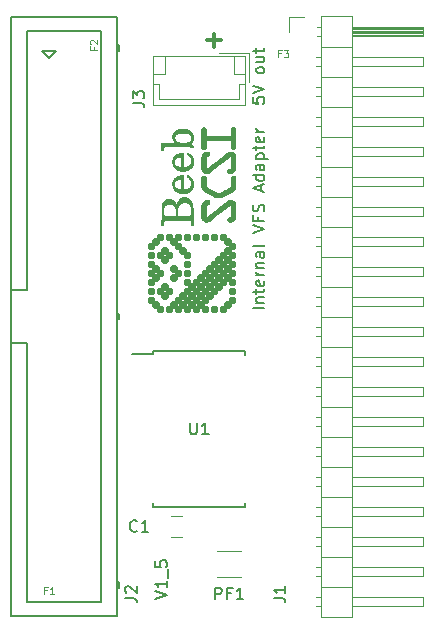
<source format=gbr>
G04 #@! TF.FileFunction,Legend,Top*
%FSLAX46Y46*%
G04 Gerber Fmt 4.6, Leading zero omitted, Abs format (unit mm)*
G04 Created by KiCad (PCBNEW 4.0.7) date 05/03/18 17:21:10*
%MOMM*%
%LPD*%
G01*
G04 APERTURE LIST*
%ADD10C,0.100000*%
%ADD11C,0.150000*%
%ADD12C,0.300000*%
%ADD13C,0.120000*%
%ADD14C,0.010000*%
G04 APERTURE END LIST*
D10*
D11*
X111847381Y-127396667D02*
X112847381Y-127063334D01*
X111847381Y-126730000D01*
X112847381Y-125872857D02*
X112847381Y-126444286D01*
X112847381Y-126158572D02*
X111847381Y-126158572D01*
X111990238Y-126253810D01*
X112085476Y-126349048D01*
X112133095Y-126444286D01*
X112942619Y-125682381D02*
X112942619Y-124920476D01*
X111847381Y-124206190D02*
X111847381Y-124682381D01*
X112323571Y-124730000D01*
X112275952Y-124682381D01*
X112228333Y-124587143D01*
X112228333Y-124349047D01*
X112275952Y-124253809D01*
X112323571Y-124206190D01*
X112418810Y-124158571D01*
X112656905Y-124158571D01*
X112752143Y-124206190D01*
X112799762Y-124253809D01*
X112847381Y-124349047D01*
X112847381Y-124587143D01*
X112799762Y-124682381D01*
X112752143Y-124730000D01*
X121102381Y-102797621D02*
X120102381Y-102797621D01*
X120435714Y-102321431D02*
X121102381Y-102321431D01*
X120530952Y-102321431D02*
X120483333Y-102273812D01*
X120435714Y-102178574D01*
X120435714Y-102035716D01*
X120483333Y-101940478D01*
X120578571Y-101892859D01*
X121102381Y-101892859D01*
X120435714Y-101559526D02*
X120435714Y-101178574D01*
X120102381Y-101416669D02*
X120959524Y-101416669D01*
X121054762Y-101369050D01*
X121102381Y-101273812D01*
X121102381Y-101178574D01*
X121054762Y-100464287D02*
X121102381Y-100559525D01*
X121102381Y-100750002D01*
X121054762Y-100845240D01*
X120959524Y-100892859D01*
X120578571Y-100892859D01*
X120483333Y-100845240D01*
X120435714Y-100750002D01*
X120435714Y-100559525D01*
X120483333Y-100464287D01*
X120578571Y-100416668D01*
X120673810Y-100416668D01*
X120769048Y-100892859D01*
X121102381Y-99988097D02*
X120435714Y-99988097D01*
X120626190Y-99988097D02*
X120530952Y-99940478D01*
X120483333Y-99892859D01*
X120435714Y-99797621D01*
X120435714Y-99702382D01*
X120435714Y-99369049D02*
X121102381Y-99369049D01*
X120530952Y-99369049D02*
X120483333Y-99321430D01*
X120435714Y-99226192D01*
X120435714Y-99083334D01*
X120483333Y-98988096D01*
X120578571Y-98940477D01*
X121102381Y-98940477D01*
X121102381Y-98035715D02*
X120578571Y-98035715D01*
X120483333Y-98083334D01*
X120435714Y-98178572D01*
X120435714Y-98369049D01*
X120483333Y-98464287D01*
X121054762Y-98035715D02*
X121102381Y-98130953D01*
X121102381Y-98369049D01*
X121054762Y-98464287D01*
X120959524Y-98511906D01*
X120864286Y-98511906D01*
X120769048Y-98464287D01*
X120721429Y-98369049D01*
X120721429Y-98130953D01*
X120673810Y-98035715D01*
X121102381Y-97416668D02*
X121054762Y-97511906D01*
X120959524Y-97559525D01*
X120102381Y-97559525D01*
X120102381Y-96416667D02*
X121102381Y-96083334D01*
X120102381Y-95750000D01*
X120578571Y-95083333D02*
X120578571Y-95416667D01*
X121102381Y-95416667D02*
X120102381Y-95416667D01*
X120102381Y-94940476D01*
X121054762Y-94607143D02*
X121102381Y-94464286D01*
X121102381Y-94226190D01*
X121054762Y-94130952D01*
X121007143Y-94083333D01*
X120911905Y-94035714D01*
X120816667Y-94035714D01*
X120721429Y-94083333D01*
X120673810Y-94130952D01*
X120626190Y-94226190D01*
X120578571Y-94416667D01*
X120530952Y-94511905D01*
X120483333Y-94559524D01*
X120388095Y-94607143D01*
X120292857Y-94607143D01*
X120197619Y-94559524D01*
X120150000Y-94511905D01*
X120102381Y-94416667D01*
X120102381Y-94178571D01*
X120150000Y-94035714D01*
X120816667Y-92892857D02*
X120816667Y-92416666D01*
X121102381Y-92988095D02*
X120102381Y-92654762D01*
X121102381Y-92321428D01*
X121102381Y-91559523D02*
X120102381Y-91559523D01*
X121054762Y-91559523D02*
X121102381Y-91654761D01*
X121102381Y-91845238D01*
X121054762Y-91940476D01*
X121007143Y-91988095D01*
X120911905Y-92035714D01*
X120626190Y-92035714D01*
X120530952Y-91988095D01*
X120483333Y-91940476D01*
X120435714Y-91845238D01*
X120435714Y-91654761D01*
X120483333Y-91559523D01*
X121102381Y-90654761D02*
X120578571Y-90654761D01*
X120483333Y-90702380D01*
X120435714Y-90797618D01*
X120435714Y-90988095D01*
X120483333Y-91083333D01*
X121054762Y-90654761D02*
X121102381Y-90749999D01*
X121102381Y-90988095D01*
X121054762Y-91083333D01*
X120959524Y-91130952D01*
X120864286Y-91130952D01*
X120769048Y-91083333D01*
X120721429Y-90988095D01*
X120721429Y-90749999D01*
X120673810Y-90654761D01*
X120435714Y-90178571D02*
X121435714Y-90178571D01*
X120483333Y-90178571D02*
X120435714Y-90083333D01*
X120435714Y-89892856D01*
X120483333Y-89797618D01*
X120530952Y-89749999D01*
X120626190Y-89702380D01*
X120911905Y-89702380D01*
X121007143Y-89749999D01*
X121054762Y-89797618D01*
X121102381Y-89892856D01*
X121102381Y-90083333D01*
X121054762Y-90178571D01*
X120435714Y-89416666D02*
X120435714Y-89035714D01*
X120102381Y-89273809D02*
X120959524Y-89273809D01*
X121054762Y-89226190D01*
X121102381Y-89130952D01*
X121102381Y-89035714D01*
X121054762Y-88321427D02*
X121102381Y-88416665D01*
X121102381Y-88607142D01*
X121054762Y-88702380D01*
X120959524Y-88749999D01*
X120578571Y-88749999D01*
X120483333Y-88702380D01*
X120435714Y-88607142D01*
X120435714Y-88416665D01*
X120483333Y-88321427D01*
X120578571Y-88273808D01*
X120673810Y-88273808D01*
X120769048Y-88749999D01*
X121102381Y-87845237D02*
X120435714Y-87845237D01*
X120626190Y-87845237D02*
X120530952Y-87797618D01*
X120483333Y-87749999D01*
X120435714Y-87654761D01*
X120435714Y-87559522D01*
X120102381Y-84946905D02*
X120102381Y-85423096D01*
X120578571Y-85470715D01*
X120530952Y-85423096D01*
X120483333Y-85327858D01*
X120483333Y-85089762D01*
X120530952Y-84994524D01*
X120578571Y-84946905D01*
X120673810Y-84899286D01*
X120911905Y-84899286D01*
X121007143Y-84946905D01*
X121054762Y-84994524D01*
X121102381Y-85089762D01*
X121102381Y-85327858D01*
X121054762Y-85423096D01*
X121007143Y-85470715D01*
X120102381Y-84613572D02*
X121102381Y-84280239D01*
X120102381Y-83946905D01*
X121102381Y-82708810D02*
X121054762Y-82804048D01*
X121007143Y-82851667D01*
X120911905Y-82899286D01*
X120626190Y-82899286D01*
X120530952Y-82851667D01*
X120483333Y-82804048D01*
X120435714Y-82708810D01*
X120435714Y-82565952D01*
X120483333Y-82470714D01*
X120530952Y-82423095D01*
X120626190Y-82375476D01*
X120911905Y-82375476D01*
X121007143Y-82423095D01*
X121054762Y-82470714D01*
X121102381Y-82565952D01*
X121102381Y-82708810D01*
X120435714Y-81518333D02*
X121102381Y-81518333D01*
X120435714Y-81946905D02*
X120959524Y-81946905D01*
X121054762Y-81899286D01*
X121102381Y-81804048D01*
X121102381Y-81661190D01*
X121054762Y-81565952D01*
X121007143Y-81518333D01*
X120435714Y-81185000D02*
X120435714Y-80804048D01*
X120102381Y-81042143D02*
X120959524Y-81042143D01*
X121054762Y-80994524D01*
X121102381Y-80899286D01*
X121102381Y-80804048D01*
D12*
X116268572Y-80117143D02*
X117411429Y-80117143D01*
X116840000Y-80688571D02*
X116840000Y-79545714D01*
D13*
X125900000Y-78045000D02*
X125900000Y-128965000D01*
X125900000Y-128965000D02*
X128560000Y-128965000D01*
X128560000Y-128965000D02*
X128560000Y-78045000D01*
X128560000Y-78045000D02*
X125900000Y-78045000D01*
X128560000Y-78995000D02*
X134560000Y-78995000D01*
X134560000Y-78995000D02*
X134560000Y-79755000D01*
X134560000Y-79755000D02*
X128560000Y-79755000D01*
X128560000Y-79055000D02*
X134560000Y-79055000D01*
X128560000Y-79175000D02*
X134560000Y-79175000D01*
X128560000Y-79295000D02*
X134560000Y-79295000D01*
X128560000Y-79415000D02*
X134560000Y-79415000D01*
X128560000Y-79535000D02*
X134560000Y-79535000D01*
X128560000Y-79655000D02*
X134560000Y-79655000D01*
X125570000Y-78995000D02*
X125900000Y-78995000D01*
X125570000Y-79755000D02*
X125900000Y-79755000D01*
X125900000Y-80645000D02*
X128560000Y-80645000D01*
X128560000Y-81535000D02*
X134560000Y-81535000D01*
X134560000Y-81535000D02*
X134560000Y-82295000D01*
X134560000Y-82295000D02*
X128560000Y-82295000D01*
X125502929Y-81535000D02*
X125900000Y-81535000D01*
X125502929Y-82295000D02*
X125900000Y-82295000D01*
X125900000Y-83185000D02*
X128560000Y-83185000D01*
X128560000Y-84075000D02*
X134560000Y-84075000D01*
X134560000Y-84075000D02*
X134560000Y-84835000D01*
X134560000Y-84835000D02*
X128560000Y-84835000D01*
X125502929Y-84075000D02*
X125900000Y-84075000D01*
X125502929Y-84835000D02*
X125900000Y-84835000D01*
X125900000Y-85725000D02*
X128560000Y-85725000D01*
X128560000Y-86615000D02*
X134560000Y-86615000D01*
X134560000Y-86615000D02*
X134560000Y-87375000D01*
X134560000Y-87375000D02*
X128560000Y-87375000D01*
X125502929Y-86615000D02*
X125900000Y-86615000D01*
X125502929Y-87375000D02*
X125900000Y-87375000D01*
X125900000Y-88265000D02*
X128560000Y-88265000D01*
X128560000Y-89155000D02*
X134560000Y-89155000D01*
X134560000Y-89155000D02*
X134560000Y-89915000D01*
X134560000Y-89915000D02*
X128560000Y-89915000D01*
X125502929Y-89155000D02*
X125900000Y-89155000D01*
X125502929Y-89915000D02*
X125900000Y-89915000D01*
X125900000Y-90805000D02*
X128560000Y-90805000D01*
X128560000Y-91695000D02*
X134560000Y-91695000D01*
X134560000Y-91695000D02*
X134560000Y-92455000D01*
X134560000Y-92455000D02*
X128560000Y-92455000D01*
X125502929Y-91695000D02*
X125900000Y-91695000D01*
X125502929Y-92455000D02*
X125900000Y-92455000D01*
X125900000Y-93345000D02*
X128560000Y-93345000D01*
X128560000Y-94235000D02*
X134560000Y-94235000D01*
X134560000Y-94235000D02*
X134560000Y-94995000D01*
X134560000Y-94995000D02*
X128560000Y-94995000D01*
X125502929Y-94235000D02*
X125900000Y-94235000D01*
X125502929Y-94995000D02*
X125900000Y-94995000D01*
X125900000Y-95885000D02*
X128560000Y-95885000D01*
X128560000Y-96775000D02*
X134560000Y-96775000D01*
X134560000Y-96775000D02*
X134560000Y-97535000D01*
X134560000Y-97535000D02*
X128560000Y-97535000D01*
X125502929Y-96775000D02*
X125900000Y-96775000D01*
X125502929Y-97535000D02*
X125900000Y-97535000D01*
X125900000Y-98425000D02*
X128560000Y-98425000D01*
X128560000Y-99315000D02*
X134560000Y-99315000D01*
X134560000Y-99315000D02*
X134560000Y-100075000D01*
X134560000Y-100075000D02*
X128560000Y-100075000D01*
X125502929Y-99315000D02*
X125900000Y-99315000D01*
X125502929Y-100075000D02*
X125900000Y-100075000D01*
X125900000Y-100965000D02*
X128560000Y-100965000D01*
X128560000Y-101855000D02*
X134560000Y-101855000D01*
X134560000Y-101855000D02*
X134560000Y-102615000D01*
X134560000Y-102615000D02*
X128560000Y-102615000D01*
X125502929Y-101855000D02*
X125900000Y-101855000D01*
X125502929Y-102615000D02*
X125900000Y-102615000D01*
X125900000Y-103505000D02*
X128560000Y-103505000D01*
X128560000Y-104395000D02*
X134560000Y-104395000D01*
X134560000Y-104395000D02*
X134560000Y-105155000D01*
X134560000Y-105155000D02*
X128560000Y-105155000D01*
X125502929Y-104395000D02*
X125900000Y-104395000D01*
X125502929Y-105155000D02*
X125900000Y-105155000D01*
X125900000Y-106045000D02*
X128560000Y-106045000D01*
X128560000Y-106935000D02*
X134560000Y-106935000D01*
X134560000Y-106935000D02*
X134560000Y-107695000D01*
X134560000Y-107695000D02*
X128560000Y-107695000D01*
X125502929Y-106935000D02*
X125900000Y-106935000D01*
X125502929Y-107695000D02*
X125900000Y-107695000D01*
X125900000Y-108585000D02*
X128560000Y-108585000D01*
X128560000Y-109475000D02*
X134560000Y-109475000D01*
X134560000Y-109475000D02*
X134560000Y-110235000D01*
X134560000Y-110235000D02*
X128560000Y-110235000D01*
X125502929Y-109475000D02*
X125900000Y-109475000D01*
X125502929Y-110235000D02*
X125900000Y-110235000D01*
X125900000Y-111125000D02*
X128560000Y-111125000D01*
X128560000Y-112015000D02*
X134560000Y-112015000D01*
X134560000Y-112015000D02*
X134560000Y-112775000D01*
X134560000Y-112775000D02*
X128560000Y-112775000D01*
X125502929Y-112015000D02*
X125900000Y-112015000D01*
X125502929Y-112775000D02*
X125900000Y-112775000D01*
X125900000Y-113665000D02*
X128560000Y-113665000D01*
X128560000Y-114555000D02*
X134560000Y-114555000D01*
X134560000Y-114555000D02*
X134560000Y-115315000D01*
X134560000Y-115315000D02*
X128560000Y-115315000D01*
X125502929Y-114555000D02*
X125900000Y-114555000D01*
X125502929Y-115315000D02*
X125900000Y-115315000D01*
X125900000Y-116205000D02*
X128560000Y-116205000D01*
X128560000Y-117095000D02*
X134560000Y-117095000D01*
X134560000Y-117095000D02*
X134560000Y-117855000D01*
X134560000Y-117855000D02*
X128560000Y-117855000D01*
X125502929Y-117095000D02*
X125900000Y-117095000D01*
X125502929Y-117855000D02*
X125900000Y-117855000D01*
X125900000Y-118745000D02*
X128560000Y-118745000D01*
X128560000Y-119635000D02*
X134560000Y-119635000D01*
X134560000Y-119635000D02*
X134560000Y-120395000D01*
X134560000Y-120395000D02*
X128560000Y-120395000D01*
X125502929Y-119635000D02*
X125900000Y-119635000D01*
X125502929Y-120395000D02*
X125900000Y-120395000D01*
X125900000Y-121285000D02*
X128560000Y-121285000D01*
X128560000Y-122175000D02*
X134560000Y-122175000D01*
X134560000Y-122175000D02*
X134560000Y-122935000D01*
X134560000Y-122935000D02*
X128560000Y-122935000D01*
X125502929Y-122175000D02*
X125900000Y-122175000D01*
X125502929Y-122935000D02*
X125900000Y-122935000D01*
X125900000Y-123825000D02*
X128560000Y-123825000D01*
X128560000Y-124715000D02*
X134560000Y-124715000D01*
X134560000Y-124715000D02*
X134560000Y-125475000D01*
X134560000Y-125475000D02*
X128560000Y-125475000D01*
X125502929Y-124715000D02*
X125900000Y-124715000D01*
X125502929Y-125475000D02*
X125900000Y-125475000D01*
X125900000Y-126365000D02*
X128560000Y-126365000D01*
X128560000Y-127255000D02*
X134560000Y-127255000D01*
X134560000Y-127255000D02*
X134560000Y-128015000D01*
X134560000Y-128015000D02*
X128560000Y-128015000D01*
X125502929Y-127255000D02*
X125900000Y-127255000D01*
X125502929Y-128015000D02*
X125900000Y-128015000D01*
X123190000Y-79375000D02*
X123190000Y-78105000D01*
X123190000Y-78105000D02*
X124460000Y-78105000D01*
X113165000Y-122135000D02*
X114165000Y-122135000D01*
X114165000Y-120435000D02*
X113165000Y-120435000D01*
D11*
X99670000Y-78115000D02*
X108610000Y-78115000D01*
X108610000Y-78115000D02*
X108610000Y-128895000D01*
X108610000Y-128895000D02*
X99670000Y-128895000D01*
X99670000Y-128895000D02*
X99670000Y-78115000D01*
X99670000Y-101280000D02*
X100970000Y-101280000D01*
X100970000Y-101280000D02*
X100970000Y-79315000D01*
X100970000Y-79315000D02*
X107310000Y-79315000D01*
X107310000Y-79315000D02*
X107310000Y-127695000D01*
X107310000Y-127695000D02*
X100970000Y-127695000D01*
X100970000Y-127695000D02*
X100970000Y-105730000D01*
X100970000Y-105730000D02*
X99670000Y-105730000D01*
X108610000Y-103255000D02*
X108810000Y-103255000D01*
X108810000Y-103255000D02*
X108810000Y-103755000D01*
X108810000Y-103755000D02*
X108610000Y-103755000D01*
X108710000Y-103255000D02*
X108710000Y-103755000D01*
X108610000Y-125975000D02*
X108810000Y-125975000D01*
X108810000Y-125975000D02*
X108810000Y-126475000D01*
X108810000Y-126475000D02*
X108610000Y-126475000D01*
X108710000Y-125975000D02*
X108710000Y-126475000D01*
X108610000Y-80535000D02*
X108810000Y-80535000D01*
X108810000Y-80535000D02*
X108810000Y-81035000D01*
X108810000Y-81035000D02*
X108610000Y-81035000D01*
X108710000Y-80535000D02*
X108710000Y-81035000D01*
X102270000Y-80985000D02*
X103470000Y-80985000D01*
X103470000Y-80985000D02*
X102870000Y-81585000D01*
X102870000Y-81585000D02*
X102270000Y-80985000D01*
D13*
X119490000Y-85570000D02*
X119490000Y-81470000D01*
X119490000Y-81470000D02*
X111690000Y-81470000D01*
X111690000Y-81470000D02*
X111690000Y-85570000D01*
X111690000Y-85570000D02*
X119490000Y-85570000D01*
X119490000Y-83820000D02*
X118990000Y-83820000D01*
X118990000Y-83820000D02*
X118990000Y-85070000D01*
X118990000Y-85070000D02*
X112190000Y-85070000D01*
X112190000Y-85070000D02*
X112190000Y-83820000D01*
X112190000Y-83820000D02*
X111690000Y-83820000D01*
X119490000Y-82970000D02*
X118490000Y-82970000D01*
X118490000Y-82970000D02*
X118490000Y-81470000D01*
X111690000Y-82970000D02*
X112690000Y-82970000D01*
X112690000Y-82970000D02*
X112690000Y-81470000D01*
X119790000Y-83670000D02*
X119790000Y-81170000D01*
X119790000Y-81170000D02*
X117290000Y-81170000D01*
D11*
X111695000Y-106455000D02*
X111695000Y-106705000D01*
X119445000Y-106455000D02*
X119445000Y-106790000D01*
X119445000Y-119605000D02*
X119445000Y-119270000D01*
X111695000Y-119605000D02*
X111695000Y-119270000D01*
X111695000Y-106455000D02*
X119445000Y-106455000D01*
X111695000Y-119605000D02*
X119445000Y-119605000D01*
X111695000Y-106705000D02*
X109895000Y-106705000D01*
D13*
X119110000Y-125530000D02*
X117110000Y-125530000D01*
X117110000Y-123390000D02*
X119110000Y-123390000D01*
D14*
G36*
X117308954Y-102858118D02*
X117309196Y-102843997D01*
X117309691Y-102833023D01*
X117310514Y-102824228D01*
X117311739Y-102816645D01*
X117313442Y-102809309D01*
X117314337Y-102805997D01*
X117327373Y-102767931D01*
X117344322Y-102733076D01*
X117365066Y-102701548D01*
X117389490Y-102673463D01*
X117417478Y-102648938D01*
X117448912Y-102628089D01*
X117483676Y-102611033D01*
X117521654Y-102597887D01*
X117522756Y-102597578D01*
X117530283Y-102595648D01*
X117537642Y-102594227D01*
X117545798Y-102593241D01*
X117555720Y-102592614D01*
X117568372Y-102592273D01*
X117584723Y-102592141D01*
X117593110Y-102592131D01*
X117614476Y-102592308D01*
X117631909Y-102592963D01*
X117646547Y-102594279D01*
X117659528Y-102596438D01*
X117671990Y-102599626D01*
X117685071Y-102604025D01*
X117698004Y-102609046D01*
X117712769Y-102615010D01*
X117706805Y-102600245D01*
X117701188Y-102585677D01*
X117696943Y-102572730D01*
X117693888Y-102560266D01*
X117691839Y-102547147D01*
X117690613Y-102532235D01*
X117690025Y-102514391D01*
X117689890Y-102495350D01*
X117689954Y-102477118D01*
X117690196Y-102462997D01*
X117690691Y-102452023D01*
X117691514Y-102443228D01*
X117692739Y-102435645D01*
X117694442Y-102428309D01*
X117695337Y-102424997D01*
X117708373Y-102386931D01*
X117725322Y-102352076D01*
X117746066Y-102320548D01*
X117770490Y-102292463D01*
X117798478Y-102267938D01*
X117829912Y-102247089D01*
X117864676Y-102230033D01*
X117902654Y-102216887D01*
X117903756Y-102216578D01*
X117911283Y-102214648D01*
X117918642Y-102213227D01*
X117926798Y-102212241D01*
X117936720Y-102211614D01*
X117949372Y-102211273D01*
X117965723Y-102211141D01*
X117974110Y-102211131D01*
X117995476Y-102211308D01*
X118012909Y-102211963D01*
X118027547Y-102213279D01*
X118040528Y-102215438D01*
X118052990Y-102218626D01*
X118066071Y-102223025D01*
X118079004Y-102228046D01*
X118093769Y-102234010D01*
X118087805Y-102219245D01*
X118082188Y-102204677D01*
X118077943Y-102191730D01*
X118074888Y-102179266D01*
X118072839Y-102166147D01*
X118071613Y-102151235D01*
X118071025Y-102133391D01*
X118070890Y-102114350D01*
X118070954Y-102096118D01*
X118071196Y-102081997D01*
X118071691Y-102071023D01*
X118072514Y-102062228D01*
X118073739Y-102054645D01*
X118075442Y-102047309D01*
X118076337Y-102043997D01*
X118089373Y-102005931D01*
X118106322Y-101971076D01*
X118127066Y-101939548D01*
X118151490Y-101911463D01*
X118179478Y-101886938D01*
X118210912Y-101866089D01*
X118245676Y-101849033D01*
X118283654Y-101835887D01*
X118284756Y-101835578D01*
X118292283Y-101833648D01*
X118299642Y-101832227D01*
X118307798Y-101831241D01*
X118317720Y-101830614D01*
X118330372Y-101830273D01*
X118346723Y-101830141D01*
X118355110Y-101830131D01*
X118373342Y-101830195D01*
X118387463Y-101830437D01*
X118398437Y-101830932D01*
X118407232Y-101831755D01*
X118414815Y-101832980D01*
X118422151Y-101834683D01*
X118425463Y-101835578D01*
X118463403Y-101848588D01*
X118498217Y-101865536D01*
X118529755Y-101886271D01*
X118557866Y-101910643D01*
X118582400Y-101938502D01*
X118603207Y-101969697D01*
X118620135Y-102004077D01*
X118633036Y-102041492D01*
X118633724Y-102043997D01*
X118636207Y-102056476D01*
X118638131Y-102072686D01*
X118639460Y-102091303D01*
X118640160Y-102111007D01*
X118640195Y-102130475D01*
X118639531Y-102148384D01*
X118638132Y-102163413D01*
X118637048Y-102169921D01*
X118626939Y-102206890D01*
X118612489Y-102241613D01*
X118593981Y-102273773D01*
X118571695Y-102303054D01*
X118545914Y-102329139D01*
X118516918Y-102351711D01*
X118484989Y-102370454D01*
X118450408Y-102385050D01*
X118444010Y-102387186D01*
X118425219Y-102392675D01*
X118407711Y-102396477D01*
X118389986Y-102398775D01*
X118370543Y-102399752D01*
X118347880Y-102399590D01*
X118343255Y-102399451D01*
X118319773Y-102398180D01*
X118299783Y-102395861D01*
X118281750Y-102392200D01*
X118264142Y-102386906D01*
X118250215Y-102381655D01*
X118235450Y-102375691D01*
X118241414Y-102390456D01*
X118247031Y-102405024D01*
X118251276Y-102417971D01*
X118254331Y-102430435D01*
X118256380Y-102443554D01*
X118257606Y-102458466D01*
X118258194Y-102476310D01*
X118258329Y-102495350D01*
X118258265Y-102513583D01*
X118258023Y-102527704D01*
X118257528Y-102538678D01*
X118256705Y-102547473D01*
X118255480Y-102555056D01*
X118253777Y-102562392D01*
X118252882Y-102565704D01*
X118239846Y-102603770D01*
X118222897Y-102638625D01*
X118202153Y-102670153D01*
X118177729Y-102698238D01*
X118149741Y-102722763D01*
X118118307Y-102743612D01*
X118083543Y-102760668D01*
X118045565Y-102773814D01*
X118044463Y-102774123D01*
X118036936Y-102776053D01*
X118029577Y-102777474D01*
X118021421Y-102778460D01*
X118011499Y-102779087D01*
X117998847Y-102779428D01*
X117982496Y-102779560D01*
X117974110Y-102779570D01*
X117952743Y-102779393D01*
X117935310Y-102778738D01*
X117920672Y-102777422D01*
X117907691Y-102775263D01*
X117895229Y-102772075D01*
X117882148Y-102767676D01*
X117869215Y-102762655D01*
X117854450Y-102756691D01*
X117860414Y-102771456D01*
X117866031Y-102786024D01*
X117870276Y-102798971D01*
X117873331Y-102811435D01*
X117875380Y-102824554D01*
X117876606Y-102839466D01*
X117877194Y-102857310D01*
X117877329Y-102876350D01*
X117877265Y-102894583D01*
X117877023Y-102908704D01*
X117876528Y-102919678D01*
X117875705Y-102928473D01*
X117874480Y-102936056D01*
X117872777Y-102943392D01*
X117871882Y-102946704D01*
X117858846Y-102984770D01*
X117841897Y-103019625D01*
X117821153Y-103051153D01*
X117796729Y-103079238D01*
X117768741Y-103103763D01*
X117737307Y-103124612D01*
X117702543Y-103141668D01*
X117664565Y-103154814D01*
X117663463Y-103155123D01*
X117655936Y-103157053D01*
X117648577Y-103158474D01*
X117640421Y-103159460D01*
X117630499Y-103160087D01*
X117617847Y-103160428D01*
X117601496Y-103160560D01*
X117593110Y-103160570D01*
X117574877Y-103160506D01*
X117560756Y-103160264D01*
X117549782Y-103159769D01*
X117540987Y-103158946D01*
X117533404Y-103157721D01*
X117526068Y-103156018D01*
X117522756Y-103155123D01*
X117484690Y-103142087D01*
X117449835Y-103125138D01*
X117418307Y-103104394D01*
X117390222Y-103079970D01*
X117365697Y-103051982D01*
X117344848Y-103020548D01*
X117327792Y-102985784D01*
X117314646Y-102947806D01*
X117314337Y-102946704D01*
X117312407Y-102939177D01*
X117310986Y-102931818D01*
X117310000Y-102923662D01*
X117309373Y-102913740D01*
X117309032Y-102901088D01*
X117308900Y-102884737D01*
X117308890Y-102876350D01*
X117308954Y-102858118D01*
X117308954Y-102858118D01*
G37*
X117308954Y-102858118D02*
X117309196Y-102843997D01*
X117309691Y-102833023D01*
X117310514Y-102824228D01*
X117311739Y-102816645D01*
X117313442Y-102809309D01*
X117314337Y-102805997D01*
X117327373Y-102767931D01*
X117344322Y-102733076D01*
X117365066Y-102701548D01*
X117389490Y-102673463D01*
X117417478Y-102648938D01*
X117448912Y-102628089D01*
X117483676Y-102611033D01*
X117521654Y-102597887D01*
X117522756Y-102597578D01*
X117530283Y-102595648D01*
X117537642Y-102594227D01*
X117545798Y-102593241D01*
X117555720Y-102592614D01*
X117568372Y-102592273D01*
X117584723Y-102592141D01*
X117593110Y-102592131D01*
X117614476Y-102592308D01*
X117631909Y-102592963D01*
X117646547Y-102594279D01*
X117659528Y-102596438D01*
X117671990Y-102599626D01*
X117685071Y-102604025D01*
X117698004Y-102609046D01*
X117712769Y-102615010D01*
X117706805Y-102600245D01*
X117701188Y-102585677D01*
X117696943Y-102572730D01*
X117693888Y-102560266D01*
X117691839Y-102547147D01*
X117690613Y-102532235D01*
X117690025Y-102514391D01*
X117689890Y-102495350D01*
X117689954Y-102477118D01*
X117690196Y-102462997D01*
X117690691Y-102452023D01*
X117691514Y-102443228D01*
X117692739Y-102435645D01*
X117694442Y-102428309D01*
X117695337Y-102424997D01*
X117708373Y-102386931D01*
X117725322Y-102352076D01*
X117746066Y-102320548D01*
X117770490Y-102292463D01*
X117798478Y-102267938D01*
X117829912Y-102247089D01*
X117864676Y-102230033D01*
X117902654Y-102216887D01*
X117903756Y-102216578D01*
X117911283Y-102214648D01*
X117918642Y-102213227D01*
X117926798Y-102212241D01*
X117936720Y-102211614D01*
X117949372Y-102211273D01*
X117965723Y-102211141D01*
X117974110Y-102211131D01*
X117995476Y-102211308D01*
X118012909Y-102211963D01*
X118027547Y-102213279D01*
X118040528Y-102215438D01*
X118052990Y-102218626D01*
X118066071Y-102223025D01*
X118079004Y-102228046D01*
X118093769Y-102234010D01*
X118087805Y-102219245D01*
X118082188Y-102204677D01*
X118077943Y-102191730D01*
X118074888Y-102179266D01*
X118072839Y-102166147D01*
X118071613Y-102151235D01*
X118071025Y-102133391D01*
X118070890Y-102114350D01*
X118070954Y-102096118D01*
X118071196Y-102081997D01*
X118071691Y-102071023D01*
X118072514Y-102062228D01*
X118073739Y-102054645D01*
X118075442Y-102047309D01*
X118076337Y-102043997D01*
X118089373Y-102005931D01*
X118106322Y-101971076D01*
X118127066Y-101939548D01*
X118151490Y-101911463D01*
X118179478Y-101886938D01*
X118210912Y-101866089D01*
X118245676Y-101849033D01*
X118283654Y-101835887D01*
X118284756Y-101835578D01*
X118292283Y-101833648D01*
X118299642Y-101832227D01*
X118307798Y-101831241D01*
X118317720Y-101830614D01*
X118330372Y-101830273D01*
X118346723Y-101830141D01*
X118355110Y-101830131D01*
X118373342Y-101830195D01*
X118387463Y-101830437D01*
X118398437Y-101830932D01*
X118407232Y-101831755D01*
X118414815Y-101832980D01*
X118422151Y-101834683D01*
X118425463Y-101835578D01*
X118463403Y-101848588D01*
X118498217Y-101865536D01*
X118529755Y-101886271D01*
X118557866Y-101910643D01*
X118582400Y-101938502D01*
X118603207Y-101969697D01*
X118620135Y-102004077D01*
X118633036Y-102041492D01*
X118633724Y-102043997D01*
X118636207Y-102056476D01*
X118638131Y-102072686D01*
X118639460Y-102091303D01*
X118640160Y-102111007D01*
X118640195Y-102130475D01*
X118639531Y-102148384D01*
X118638132Y-102163413D01*
X118637048Y-102169921D01*
X118626939Y-102206890D01*
X118612489Y-102241613D01*
X118593981Y-102273773D01*
X118571695Y-102303054D01*
X118545914Y-102329139D01*
X118516918Y-102351711D01*
X118484989Y-102370454D01*
X118450408Y-102385050D01*
X118444010Y-102387186D01*
X118425219Y-102392675D01*
X118407711Y-102396477D01*
X118389986Y-102398775D01*
X118370543Y-102399752D01*
X118347880Y-102399590D01*
X118343255Y-102399451D01*
X118319773Y-102398180D01*
X118299783Y-102395861D01*
X118281750Y-102392200D01*
X118264142Y-102386906D01*
X118250215Y-102381655D01*
X118235450Y-102375691D01*
X118241414Y-102390456D01*
X118247031Y-102405024D01*
X118251276Y-102417971D01*
X118254331Y-102430435D01*
X118256380Y-102443554D01*
X118257606Y-102458466D01*
X118258194Y-102476310D01*
X118258329Y-102495350D01*
X118258265Y-102513583D01*
X118258023Y-102527704D01*
X118257528Y-102538678D01*
X118256705Y-102547473D01*
X118255480Y-102555056D01*
X118253777Y-102562392D01*
X118252882Y-102565704D01*
X118239846Y-102603770D01*
X118222897Y-102638625D01*
X118202153Y-102670153D01*
X118177729Y-102698238D01*
X118149741Y-102722763D01*
X118118307Y-102743612D01*
X118083543Y-102760668D01*
X118045565Y-102773814D01*
X118044463Y-102774123D01*
X118036936Y-102776053D01*
X118029577Y-102777474D01*
X118021421Y-102778460D01*
X118011499Y-102779087D01*
X117998847Y-102779428D01*
X117982496Y-102779560D01*
X117974110Y-102779570D01*
X117952743Y-102779393D01*
X117935310Y-102778738D01*
X117920672Y-102777422D01*
X117907691Y-102775263D01*
X117895229Y-102772075D01*
X117882148Y-102767676D01*
X117869215Y-102762655D01*
X117854450Y-102756691D01*
X117860414Y-102771456D01*
X117866031Y-102786024D01*
X117870276Y-102798971D01*
X117873331Y-102811435D01*
X117875380Y-102824554D01*
X117876606Y-102839466D01*
X117877194Y-102857310D01*
X117877329Y-102876350D01*
X117877265Y-102894583D01*
X117877023Y-102908704D01*
X117876528Y-102919678D01*
X117875705Y-102928473D01*
X117874480Y-102936056D01*
X117872777Y-102943392D01*
X117871882Y-102946704D01*
X117858846Y-102984770D01*
X117841897Y-103019625D01*
X117821153Y-103051153D01*
X117796729Y-103079238D01*
X117768741Y-103103763D01*
X117737307Y-103124612D01*
X117702543Y-103141668D01*
X117664565Y-103154814D01*
X117663463Y-103155123D01*
X117655936Y-103157053D01*
X117648577Y-103158474D01*
X117640421Y-103159460D01*
X117630499Y-103160087D01*
X117617847Y-103160428D01*
X117601496Y-103160560D01*
X117593110Y-103160570D01*
X117574877Y-103160506D01*
X117560756Y-103160264D01*
X117549782Y-103159769D01*
X117540987Y-103158946D01*
X117533404Y-103157721D01*
X117526068Y-103156018D01*
X117522756Y-103155123D01*
X117484690Y-103142087D01*
X117449835Y-103125138D01*
X117418307Y-103104394D01*
X117390222Y-103079970D01*
X117365697Y-103051982D01*
X117344848Y-103020548D01*
X117327792Y-102985784D01*
X117314646Y-102947806D01*
X117314337Y-102946704D01*
X117312407Y-102939177D01*
X117310986Y-102931818D01*
X117310000Y-102923662D01*
X117309373Y-102913740D01*
X117309032Y-102901088D01*
X117308900Y-102884737D01*
X117308890Y-102876350D01*
X117308954Y-102858118D01*
G36*
X118070954Y-101334118D02*
X118071196Y-101319997D01*
X118071691Y-101309023D01*
X118072514Y-101300228D01*
X118073739Y-101292645D01*
X118075442Y-101285309D01*
X118076337Y-101281997D01*
X118089373Y-101243931D01*
X118106322Y-101209076D01*
X118127066Y-101177548D01*
X118151490Y-101149463D01*
X118179478Y-101124938D01*
X118210912Y-101104089D01*
X118245676Y-101087033D01*
X118283654Y-101073887D01*
X118284756Y-101073578D01*
X118292283Y-101071648D01*
X118299642Y-101070227D01*
X118307798Y-101069241D01*
X118317720Y-101068614D01*
X118330372Y-101068273D01*
X118346723Y-101068141D01*
X118355110Y-101068131D01*
X118373342Y-101068195D01*
X118387463Y-101068437D01*
X118398437Y-101068932D01*
X118407232Y-101069755D01*
X118414815Y-101070980D01*
X118422151Y-101072683D01*
X118425463Y-101073578D01*
X118463403Y-101086588D01*
X118498217Y-101103536D01*
X118529755Y-101124271D01*
X118557866Y-101148643D01*
X118582400Y-101176502D01*
X118603207Y-101207697D01*
X118620135Y-101242077D01*
X118633036Y-101279492D01*
X118633724Y-101281997D01*
X118636207Y-101294476D01*
X118638131Y-101310686D01*
X118639460Y-101329303D01*
X118640160Y-101349007D01*
X118640195Y-101368475D01*
X118639531Y-101386384D01*
X118638132Y-101401413D01*
X118637048Y-101407921D01*
X118627003Y-101444597D01*
X118612646Y-101479061D01*
X118594295Y-101511005D01*
X118572269Y-101540121D01*
X118546885Y-101566101D01*
X118518463Y-101588636D01*
X118487320Y-101607419D01*
X118453776Y-101622142D01*
X118418148Y-101632496D01*
X118401675Y-101635624D01*
X118386931Y-101637190D01*
X118369033Y-101637879D01*
X118349407Y-101637747D01*
X118329480Y-101636853D01*
X118310678Y-101635253D01*
X118294429Y-101633006D01*
X118284756Y-101630924D01*
X118247275Y-101618392D01*
X118212772Y-101601792D01*
X118181405Y-101581283D01*
X118153333Y-101557025D01*
X118128715Y-101529174D01*
X118107710Y-101497891D01*
X118090477Y-101463334D01*
X118077175Y-101425661D01*
X118076337Y-101422704D01*
X118074407Y-101415177D01*
X118072986Y-101407818D01*
X118072000Y-101399662D01*
X118071373Y-101389740D01*
X118071032Y-101377088D01*
X118070900Y-101360737D01*
X118070890Y-101352350D01*
X118070954Y-101334118D01*
X118070954Y-101334118D01*
G37*
X118070954Y-101334118D02*
X118071196Y-101319997D01*
X118071691Y-101309023D01*
X118072514Y-101300228D01*
X118073739Y-101292645D01*
X118075442Y-101285309D01*
X118076337Y-101281997D01*
X118089373Y-101243931D01*
X118106322Y-101209076D01*
X118127066Y-101177548D01*
X118151490Y-101149463D01*
X118179478Y-101124938D01*
X118210912Y-101104089D01*
X118245676Y-101087033D01*
X118283654Y-101073887D01*
X118284756Y-101073578D01*
X118292283Y-101071648D01*
X118299642Y-101070227D01*
X118307798Y-101069241D01*
X118317720Y-101068614D01*
X118330372Y-101068273D01*
X118346723Y-101068141D01*
X118355110Y-101068131D01*
X118373342Y-101068195D01*
X118387463Y-101068437D01*
X118398437Y-101068932D01*
X118407232Y-101069755D01*
X118414815Y-101070980D01*
X118422151Y-101072683D01*
X118425463Y-101073578D01*
X118463403Y-101086588D01*
X118498217Y-101103536D01*
X118529755Y-101124271D01*
X118557866Y-101148643D01*
X118582400Y-101176502D01*
X118603207Y-101207697D01*
X118620135Y-101242077D01*
X118633036Y-101279492D01*
X118633724Y-101281997D01*
X118636207Y-101294476D01*
X118638131Y-101310686D01*
X118639460Y-101329303D01*
X118640160Y-101349007D01*
X118640195Y-101368475D01*
X118639531Y-101386384D01*
X118638132Y-101401413D01*
X118637048Y-101407921D01*
X118627003Y-101444597D01*
X118612646Y-101479061D01*
X118594295Y-101511005D01*
X118572269Y-101540121D01*
X118546885Y-101566101D01*
X118518463Y-101588636D01*
X118487320Y-101607419D01*
X118453776Y-101622142D01*
X118418148Y-101632496D01*
X118401675Y-101635624D01*
X118386931Y-101637190D01*
X118369033Y-101637879D01*
X118349407Y-101637747D01*
X118329480Y-101636853D01*
X118310678Y-101635253D01*
X118294429Y-101633006D01*
X118284756Y-101630924D01*
X118247275Y-101618392D01*
X118212772Y-101601792D01*
X118181405Y-101581283D01*
X118153333Y-101557025D01*
X118128715Y-101529174D01*
X118107710Y-101497891D01*
X118090477Y-101463334D01*
X118077175Y-101425661D01*
X118076337Y-101422704D01*
X118074407Y-101415177D01*
X118072986Y-101407818D01*
X118072000Y-101399662D01*
X118071373Y-101389740D01*
X118071032Y-101377088D01*
X118070900Y-101360737D01*
X118070890Y-101352350D01*
X118070954Y-101334118D01*
G36*
X112736954Y-102858118D02*
X112737196Y-102843997D01*
X112737691Y-102833023D01*
X112738514Y-102824228D01*
X112739739Y-102816645D01*
X112741442Y-102809309D01*
X112742337Y-102805997D01*
X112755373Y-102767931D01*
X112772322Y-102733076D01*
X112793066Y-102701548D01*
X112817490Y-102673463D01*
X112845478Y-102648938D01*
X112876912Y-102628089D01*
X112911676Y-102611033D01*
X112949654Y-102597887D01*
X112950756Y-102597578D01*
X112958283Y-102595648D01*
X112965642Y-102594227D01*
X112973798Y-102593241D01*
X112983720Y-102592614D01*
X112996372Y-102592273D01*
X113012723Y-102592141D01*
X113021110Y-102592131D01*
X113042476Y-102592308D01*
X113059909Y-102592963D01*
X113074547Y-102594279D01*
X113087528Y-102596438D01*
X113099990Y-102599626D01*
X113113071Y-102604025D01*
X113126004Y-102609046D01*
X113140769Y-102615010D01*
X113134805Y-102600245D01*
X113129188Y-102585677D01*
X113124943Y-102572730D01*
X113121888Y-102560266D01*
X113119839Y-102547147D01*
X113118613Y-102532235D01*
X113118025Y-102514391D01*
X113117890Y-102495350D01*
X113117954Y-102477118D01*
X113118196Y-102462997D01*
X113118691Y-102452023D01*
X113119514Y-102443228D01*
X113120739Y-102435645D01*
X113122442Y-102428309D01*
X113123337Y-102424997D01*
X113136373Y-102386931D01*
X113153322Y-102352076D01*
X113174066Y-102320548D01*
X113198490Y-102292463D01*
X113226478Y-102267938D01*
X113257912Y-102247089D01*
X113292676Y-102230033D01*
X113330654Y-102216887D01*
X113331756Y-102216578D01*
X113339283Y-102214648D01*
X113346642Y-102213227D01*
X113354798Y-102212241D01*
X113364720Y-102211614D01*
X113377372Y-102211273D01*
X113393723Y-102211141D01*
X113402110Y-102211131D01*
X113423476Y-102211308D01*
X113440909Y-102211963D01*
X113455547Y-102213279D01*
X113468528Y-102215438D01*
X113480990Y-102218626D01*
X113494071Y-102223025D01*
X113507004Y-102228046D01*
X113521769Y-102234010D01*
X113515805Y-102219245D01*
X113510188Y-102204677D01*
X113505943Y-102191730D01*
X113502888Y-102179266D01*
X113500839Y-102166147D01*
X113499613Y-102151235D01*
X113499025Y-102133391D01*
X113498890Y-102114350D01*
X113498954Y-102096118D01*
X113499196Y-102081997D01*
X113499691Y-102071023D01*
X113500514Y-102062228D01*
X113501739Y-102054645D01*
X113503442Y-102047309D01*
X113504337Y-102043997D01*
X113517373Y-102005931D01*
X113534322Y-101971076D01*
X113555066Y-101939548D01*
X113579490Y-101911463D01*
X113607478Y-101886938D01*
X113638912Y-101866089D01*
X113673676Y-101849033D01*
X113711654Y-101835887D01*
X113712756Y-101835578D01*
X113720283Y-101833648D01*
X113727642Y-101832227D01*
X113735798Y-101831241D01*
X113745720Y-101830614D01*
X113758372Y-101830273D01*
X113774723Y-101830141D01*
X113783110Y-101830131D01*
X113804476Y-101830308D01*
X113821909Y-101830963D01*
X113836547Y-101832279D01*
X113849528Y-101834438D01*
X113861990Y-101837626D01*
X113875071Y-101842025D01*
X113888004Y-101847046D01*
X113902769Y-101853010D01*
X113896805Y-101838245D01*
X113891188Y-101823677D01*
X113886943Y-101810730D01*
X113883888Y-101798266D01*
X113881839Y-101785147D01*
X113880613Y-101770235D01*
X113880025Y-101752391D01*
X113879890Y-101733350D01*
X113879954Y-101715118D01*
X113880196Y-101700997D01*
X113880691Y-101690023D01*
X113881514Y-101681228D01*
X113882739Y-101673645D01*
X113884442Y-101666309D01*
X113885337Y-101662997D01*
X113898373Y-101624931D01*
X113915322Y-101590076D01*
X113936066Y-101558548D01*
X113960490Y-101530463D01*
X113988478Y-101505938D01*
X114019912Y-101485089D01*
X114054676Y-101468033D01*
X114092654Y-101454887D01*
X114093756Y-101454578D01*
X114101283Y-101452648D01*
X114108642Y-101451227D01*
X114116798Y-101450241D01*
X114126720Y-101449614D01*
X114139372Y-101449273D01*
X114155723Y-101449141D01*
X114164110Y-101449131D01*
X114185476Y-101449308D01*
X114202909Y-101449963D01*
X114217547Y-101451279D01*
X114230528Y-101453438D01*
X114242990Y-101456626D01*
X114256071Y-101461025D01*
X114269004Y-101466046D01*
X114283769Y-101472010D01*
X114277805Y-101457245D01*
X114272188Y-101442677D01*
X114267943Y-101429730D01*
X114264888Y-101417266D01*
X114262839Y-101404147D01*
X114261613Y-101389235D01*
X114261025Y-101371391D01*
X114260890Y-101352350D01*
X114260954Y-101334118D01*
X114261196Y-101319997D01*
X114261691Y-101309023D01*
X114262514Y-101300228D01*
X114263739Y-101292645D01*
X114265442Y-101285309D01*
X114266337Y-101281997D01*
X114279373Y-101243931D01*
X114296322Y-101209076D01*
X114317066Y-101177548D01*
X114341490Y-101149463D01*
X114369478Y-101124938D01*
X114400912Y-101104089D01*
X114435676Y-101087033D01*
X114473654Y-101073887D01*
X114474756Y-101073578D01*
X114482283Y-101071648D01*
X114489642Y-101070227D01*
X114497798Y-101069241D01*
X114507720Y-101068614D01*
X114520372Y-101068273D01*
X114536723Y-101068141D01*
X114545110Y-101068131D01*
X114566476Y-101068308D01*
X114583909Y-101068963D01*
X114598547Y-101070279D01*
X114611528Y-101072438D01*
X114623990Y-101075626D01*
X114637071Y-101080025D01*
X114650004Y-101085046D01*
X114664769Y-101091010D01*
X114658805Y-101076245D01*
X114653188Y-101061677D01*
X114648943Y-101048730D01*
X114645888Y-101036266D01*
X114643839Y-101023147D01*
X114642613Y-101008235D01*
X114642025Y-100990391D01*
X114641890Y-100971350D01*
X114642067Y-100949984D01*
X114642722Y-100932551D01*
X114644038Y-100917913D01*
X114646197Y-100904932D01*
X114649385Y-100892470D01*
X114653784Y-100879389D01*
X114658805Y-100866456D01*
X114664769Y-100851691D01*
X114650004Y-100857655D01*
X114635436Y-100863272D01*
X114622489Y-100867517D01*
X114610025Y-100870572D01*
X114596906Y-100872621D01*
X114581994Y-100873847D01*
X114564150Y-100874435D01*
X114545110Y-100874570D01*
X114526877Y-100874506D01*
X114512756Y-100874264D01*
X114501782Y-100873769D01*
X114492987Y-100872946D01*
X114485404Y-100871721D01*
X114478068Y-100870018D01*
X114474756Y-100869123D01*
X114436690Y-100856087D01*
X114401835Y-100839138D01*
X114370307Y-100818394D01*
X114342222Y-100793970D01*
X114317697Y-100765982D01*
X114296848Y-100734548D01*
X114279792Y-100699784D01*
X114266646Y-100661806D01*
X114266337Y-100660704D01*
X114264407Y-100653177D01*
X114262986Y-100645818D01*
X114262000Y-100637662D01*
X114261373Y-100627740D01*
X114261032Y-100615088D01*
X114260900Y-100598737D01*
X114260890Y-100590350D01*
X114260954Y-100572118D01*
X114261196Y-100557997D01*
X114261691Y-100547023D01*
X114262514Y-100538228D01*
X114263739Y-100530645D01*
X114265442Y-100523309D01*
X114266337Y-100519997D01*
X114279373Y-100481931D01*
X114296322Y-100447076D01*
X114317066Y-100415548D01*
X114341490Y-100387463D01*
X114369478Y-100362938D01*
X114400912Y-100342089D01*
X114435676Y-100325033D01*
X114473654Y-100311887D01*
X114474756Y-100311578D01*
X114482283Y-100309648D01*
X114489642Y-100308227D01*
X114497798Y-100307241D01*
X114507720Y-100306614D01*
X114520372Y-100306273D01*
X114536723Y-100306141D01*
X114545110Y-100306131D01*
X114563342Y-100306195D01*
X114577463Y-100306437D01*
X114588437Y-100306932D01*
X114597232Y-100307755D01*
X114604815Y-100308980D01*
X114612151Y-100310683D01*
X114615463Y-100311578D01*
X114653529Y-100324614D01*
X114688384Y-100341563D01*
X114719912Y-100362307D01*
X114747997Y-100386731D01*
X114772522Y-100414719D01*
X114793371Y-100446153D01*
X114810427Y-100480917D01*
X114823573Y-100518895D01*
X114823882Y-100519997D01*
X114825812Y-100527524D01*
X114827233Y-100534883D01*
X114828219Y-100543039D01*
X114828846Y-100552961D01*
X114829187Y-100565613D01*
X114829319Y-100581964D01*
X114829329Y-100590350D01*
X114829152Y-100611717D01*
X114828497Y-100629150D01*
X114827181Y-100643788D01*
X114825022Y-100656769D01*
X114821834Y-100669231D01*
X114817435Y-100682312D01*
X114812414Y-100695245D01*
X114806450Y-100710010D01*
X114821215Y-100704046D01*
X114835783Y-100698429D01*
X114848730Y-100694184D01*
X114861194Y-100691129D01*
X114874313Y-100689080D01*
X114889225Y-100687854D01*
X114907069Y-100687266D01*
X114926110Y-100687131D01*
X114947476Y-100687308D01*
X114964909Y-100687963D01*
X114979547Y-100689279D01*
X114992528Y-100691438D01*
X115004990Y-100694626D01*
X115018071Y-100699025D01*
X115031004Y-100704046D01*
X115045769Y-100710010D01*
X115039805Y-100695245D01*
X115034188Y-100680677D01*
X115029943Y-100667730D01*
X115026888Y-100655266D01*
X115024839Y-100642147D01*
X115023613Y-100627235D01*
X115023025Y-100609391D01*
X115022890Y-100590350D01*
X115022954Y-100572118D01*
X115023196Y-100557997D01*
X115023691Y-100547023D01*
X115024514Y-100538228D01*
X115025739Y-100530645D01*
X115027442Y-100523309D01*
X115028337Y-100519997D01*
X115041373Y-100481931D01*
X115058322Y-100447076D01*
X115079066Y-100415548D01*
X115103490Y-100387463D01*
X115131478Y-100362938D01*
X115162912Y-100342089D01*
X115197676Y-100325033D01*
X115235654Y-100311887D01*
X115236756Y-100311578D01*
X115244283Y-100309648D01*
X115251642Y-100308227D01*
X115259798Y-100307241D01*
X115269720Y-100306614D01*
X115282372Y-100306273D01*
X115298723Y-100306141D01*
X115307110Y-100306131D01*
X115328476Y-100306308D01*
X115345909Y-100306963D01*
X115360547Y-100308279D01*
X115373528Y-100310438D01*
X115385990Y-100313626D01*
X115399071Y-100318025D01*
X115412004Y-100323046D01*
X115426769Y-100329010D01*
X115420805Y-100314245D01*
X115415188Y-100299677D01*
X115410943Y-100286730D01*
X115407888Y-100274266D01*
X115405839Y-100261147D01*
X115404613Y-100246235D01*
X115404025Y-100228391D01*
X115403890Y-100209350D01*
X115403954Y-100191118D01*
X115404196Y-100176997D01*
X115404691Y-100166023D01*
X115405514Y-100157228D01*
X115406739Y-100149645D01*
X115408442Y-100142309D01*
X115409337Y-100138997D01*
X115422373Y-100100931D01*
X115439322Y-100066076D01*
X115460066Y-100034548D01*
X115484490Y-100006463D01*
X115512478Y-99981938D01*
X115543912Y-99961089D01*
X115578676Y-99944033D01*
X115616654Y-99930887D01*
X115617756Y-99930578D01*
X115625283Y-99928648D01*
X115632642Y-99927227D01*
X115640798Y-99926241D01*
X115650720Y-99925614D01*
X115663372Y-99925273D01*
X115679723Y-99925141D01*
X115688110Y-99925131D01*
X115709476Y-99925308D01*
X115726909Y-99925963D01*
X115741547Y-99927279D01*
X115754528Y-99929438D01*
X115766990Y-99932626D01*
X115780071Y-99937025D01*
X115793004Y-99942046D01*
X115807769Y-99948010D01*
X115801805Y-99933245D01*
X115796188Y-99918677D01*
X115791943Y-99905730D01*
X115788888Y-99893266D01*
X115786839Y-99880147D01*
X115785613Y-99865235D01*
X115785025Y-99847391D01*
X115784890Y-99828350D01*
X115784954Y-99810118D01*
X115785196Y-99795997D01*
X115785691Y-99785023D01*
X115786514Y-99776228D01*
X115787739Y-99768645D01*
X115789442Y-99761309D01*
X115790337Y-99757997D01*
X115803373Y-99719931D01*
X115820322Y-99685076D01*
X115841066Y-99653548D01*
X115865490Y-99625463D01*
X115893478Y-99600938D01*
X115924912Y-99580089D01*
X115959676Y-99563033D01*
X115997654Y-99549887D01*
X115998756Y-99549578D01*
X116006283Y-99547648D01*
X116013642Y-99546227D01*
X116021798Y-99545241D01*
X116031720Y-99544614D01*
X116044372Y-99544273D01*
X116060723Y-99544141D01*
X116069110Y-99544131D01*
X116090476Y-99544308D01*
X116107909Y-99544963D01*
X116122547Y-99546279D01*
X116135528Y-99548438D01*
X116147990Y-99551626D01*
X116161071Y-99556025D01*
X116174004Y-99561046D01*
X116188769Y-99567010D01*
X116182805Y-99552245D01*
X116177188Y-99537677D01*
X116172943Y-99524730D01*
X116169888Y-99512266D01*
X116167839Y-99499147D01*
X116166613Y-99484235D01*
X116166025Y-99466391D01*
X116165890Y-99447350D01*
X116165954Y-99429118D01*
X116166196Y-99414997D01*
X116166691Y-99404023D01*
X116167514Y-99395228D01*
X116168739Y-99387645D01*
X116170442Y-99380309D01*
X116171337Y-99376997D01*
X116184373Y-99338931D01*
X116201322Y-99304076D01*
X116222066Y-99272548D01*
X116246490Y-99244463D01*
X116274478Y-99219938D01*
X116305912Y-99199089D01*
X116340676Y-99182033D01*
X116378654Y-99168887D01*
X116379756Y-99168578D01*
X116387283Y-99166648D01*
X116394642Y-99165227D01*
X116402798Y-99164241D01*
X116412720Y-99163614D01*
X116425372Y-99163273D01*
X116441723Y-99163141D01*
X116450110Y-99163131D01*
X116471476Y-99163308D01*
X116488909Y-99163963D01*
X116503547Y-99165279D01*
X116516528Y-99167438D01*
X116528990Y-99170626D01*
X116542071Y-99175025D01*
X116555004Y-99180046D01*
X116569769Y-99186010D01*
X116563805Y-99171245D01*
X116558188Y-99156677D01*
X116553943Y-99143730D01*
X116550888Y-99131266D01*
X116548839Y-99118147D01*
X116547613Y-99103235D01*
X116547025Y-99085391D01*
X116546890Y-99066350D01*
X116546954Y-99048118D01*
X116547196Y-99033997D01*
X116547691Y-99023023D01*
X116548514Y-99014228D01*
X116549739Y-99006645D01*
X116551442Y-98999309D01*
X116552337Y-98995997D01*
X116565373Y-98957931D01*
X116582322Y-98923076D01*
X116603066Y-98891548D01*
X116627490Y-98863463D01*
X116655478Y-98838938D01*
X116686912Y-98818089D01*
X116721676Y-98801033D01*
X116759654Y-98787887D01*
X116760756Y-98787578D01*
X116768283Y-98785648D01*
X116775642Y-98784227D01*
X116783798Y-98783241D01*
X116793720Y-98782614D01*
X116806372Y-98782273D01*
X116822723Y-98782141D01*
X116831110Y-98782131D01*
X116852476Y-98782308D01*
X116869909Y-98782963D01*
X116884547Y-98784279D01*
X116897528Y-98786438D01*
X116909990Y-98789626D01*
X116923071Y-98794025D01*
X116936004Y-98799046D01*
X116950769Y-98805010D01*
X116944805Y-98790245D01*
X116939188Y-98775677D01*
X116934943Y-98762730D01*
X116931888Y-98750266D01*
X116929839Y-98737147D01*
X116928613Y-98722235D01*
X116928025Y-98704391D01*
X116927890Y-98685350D01*
X116927954Y-98667118D01*
X116928196Y-98652997D01*
X116928691Y-98642023D01*
X116929514Y-98633228D01*
X116930739Y-98625645D01*
X116932442Y-98618309D01*
X116933337Y-98614997D01*
X116946373Y-98576931D01*
X116963322Y-98542076D01*
X116984066Y-98510548D01*
X117008490Y-98482463D01*
X117036478Y-98457938D01*
X117067912Y-98437089D01*
X117102676Y-98420033D01*
X117140654Y-98406887D01*
X117141756Y-98406578D01*
X117149283Y-98404648D01*
X117156642Y-98403227D01*
X117164798Y-98402241D01*
X117174720Y-98401614D01*
X117187372Y-98401273D01*
X117203723Y-98401141D01*
X117212110Y-98401131D01*
X117233476Y-98401308D01*
X117250909Y-98401963D01*
X117265547Y-98403279D01*
X117278528Y-98405438D01*
X117290990Y-98408626D01*
X117304071Y-98413025D01*
X117317004Y-98418046D01*
X117331769Y-98424010D01*
X117325805Y-98409245D01*
X117320188Y-98394677D01*
X117315943Y-98381730D01*
X117312888Y-98369266D01*
X117310839Y-98356147D01*
X117309613Y-98341235D01*
X117309025Y-98323391D01*
X117308890Y-98304350D01*
X117308954Y-98286118D01*
X117309196Y-98271997D01*
X117309691Y-98261023D01*
X117310514Y-98252228D01*
X117311739Y-98244645D01*
X117313442Y-98237309D01*
X117314337Y-98233997D01*
X117327373Y-98195931D01*
X117344322Y-98161076D01*
X117365066Y-98129548D01*
X117389490Y-98101463D01*
X117417478Y-98076938D01*
X117448912Y-98056089D01*
X117483676Y-98039033D01*
X117521654Y-98025887D01*
X117522756Y-98025578D01*
X117530283Y-98023648D01*
X117537642Y-98022227D01*
X117545798Y-98021241D01*
X117555720Y-98020614D01*
X117568372Y-98020273D01*
X117584723Y-98020141D01*
X117593110Y-98020131D01*
X117614476Y-98020308D01*
X117631909Y-98020963D01*
X117646547Y-98022279D01*
X117659528Y-98024438D01*
X117671990Y-98027626D01*
X117685071Y-98032025D01*
X117698004Y-98037046D01*
X117712769Y-98043010D01*
X117706805Y-98028245D01*
X117701188Y-98013677D01*
X117696943Y-98000730D01*
X117693888Y-97988266D01*
X117691839Y-97975147D01*
X117690613Y-97960235D01*
X117690025Y-97942391D01*
X117689890Y-97923350D01*
X117689954Y-97905118D01*
X117690196Y-97890997D01*
X117690691Y-97880023D01*
X117691514Y-97871228D01*
X117692739Y-97863645D01*
X117694442Y-97856309D01*
X117695337Y-97852997D01*
X117708373Y-97814931D01*
X117725322Y-97780076D01*
X117746066Y-97748548D01*
X117770490Y-97720463D01*
X117798478Y-97695938D01*
X117829912Y-97675089D01*
X117864676Y-97658033D01*
X117902654Y-97644887D01*
X117903756Y-97644578D01*
X117911283Y-97642648D01*
X117918642Y-97641227D01*
X117926798Y-97640241D01*
X117936720Y-97639614D01*
X117949372Y-97639273D01*
X117965723Y-97639141D01*
X117974110Y-97639131D01*
X117995476Y-97639308D01*
X118012909Y-97639963D01*
X118027547Y-97641279D01*
X118040528Y-97643438D01*
X118052990Y-97646626D01*
X118066071Y-97651025D01*
X118079004Y-97656046D01*
X118093769Y-97662010D01*
X118087805Y-97647245D01*
X118082188Y-97632677D01*
X118077943Y-97619730D01*
X118074888Y-97607266D01*
X118072839Y-97594147D01*
X118071613Y-97579235D01*
X118071025Y-97561391D01*
X118070890Y-97542350D01*
X118071067Y-97520984D01*
X118071722Y-97503551D01*
X118073038Y-97488913D01*
X118075197Y-97475932D01*
X118078385Y-97463470D01*
X118082784Y-97450389D01*
X118087805Y-97437456D01*
X118093769Y-97422691D01*
X118079004Y-97428655D01*
X118064436Y-97434272D01*
X118051489Y-97438517D01*
X118039025Y-97441572D01*
X118025906Y-97443621D01*
X118010994Y-97444847D01*
X117993150Y-97445435D01*
X117974110Y-97445570D01*
X117955877Y-97445506D01*
X117941756Y-97445264D01*
X117930782Y-97444769D01*
X117921987Y-97443946D01*
X117914404Y-97442721D01*
X117907068Y-97441018D01*
X117903756Y-97440123D01*
X117865690Y-97427087D01*
X117830835Y-97410138D01*
X117799307Y-97389394D01*
X117771222Y-97364970D01*
X117746697Y-97336982D01*
X117725848Y-97305548D01*
X117708792Y-97270784D01*
X117695646Y-97232806D01*
X117695337Y-97231704D01*
X117693407Y-97224177D01*
X117691986Y-97216818D01*
X117691000Y-97208662D01*
X117690373Y-97198740D01*
X117690032Y-97186088D01*
X117689900Y-97169737D01*
X117689890Y-97161350D01*
X117690067Y-97139984D01*
X117690722Y-97122551D01*
X117692038Y-97107913D01*
X117694197Y-97094932D01*
X117697385Y-97082470D01*
X117701784Y-97069389D01*
X117706805Y-97056456D01*
X117712769Y-97041691D01*
X117698004Y-97047655D01*
X117683436Y-97053272D01*
X117670489Y-97057517D01*
X117658025Y-97060572D01*
X117644906Y-97062621D01*
X117629994Y-97063847D01*
X117612150Y-97064435D01*
X117593110Y-97064570D01*
X117574877Y-97064506D01*
X117560756Y-97064264D01*
X117549782Y-97063769D01*
X117540987Y-97062946D01*
X117533404Y-97061721D01*
X117526068Y-97060018D01*
X117522756Y-97059123D01*
X117484690Y-97046087D01*
X117449835Y-97029138D01*
X117418307Y-97008394D01*
X117390222Y-96983970D01*
X117365697Y-96955982D01*
X117344848Y-96924548D01*
X117327792Y-96889784D01*
X117314646Y-96851806D01*
X117314337Y-96850704D01*
X117312407Y-96843177D01*
X117310986Y-96835818D01*
X117310000Y-96827662D01*
X117309373Y-96817740D01*
X117309032Y-96805088D01*
X117308900Y-96788737D01*
X117308890Y-96780350D01*
X117308954Y-96762118D01*
X117309196Y-96747997D01*
X117309691Y-96737023D01*
X117310514Y-96728228D01*
X117311739Y-96720645D01*
X117313442Y-96713309D01*
X117314337Y-96709997D01*
X117327373Y-96671931D01*
X117344322Y-96637076D01*
X117365066Y-96605548D01*
X117389490Y-96577463D01*
X117417478Y-96552938D01*
X117448912Y-96532089D01*
X117483676Y-96515033D01*
X117521654Y-96501887D01*
X117522756Y-96501578D01*
X117530283Y-96499648D01*
X117537642Y-96498227D01*
X117545798Y-96497241D01*
X117555720Y-96496614D01*
X117568372Y-96496273D01*
X117584723Y-96496141D01*
X117593110Y-96496131D01*
X117611342Y-96496195D01*
X117625463Y-96496437D01*
X117636437Y-96496932D01*
X117645232Y-96497755D01*
X117652815Y-96498980D01*
X117660151Y-96500683D01*
X117663463Y-96501578D01*
X117701529Y-96514614D01*
X117736384Y-96531563D01*
X117767912Y-96552307D01*
X117795997Y-96576731D01*
X117820522Y-96604719D01*
X117841371Y-96636153D01*
X117858427Y-96670917D01*
X117871573Y-96708895D01*
X117871882Y-96709997D01*
X117873812Y-96717524D01*
X117875233Y-96724883D01*
X117876219Y-96733039D01*
X117876846Y-96742961D01*
X117877187Y-96755613D01*
X117877319Y-96771964D01*
X117877329Y-96780350D01*
X117877152Y-96801717D01*
X117876497Y-96819150D01*
X117875181Y-96833788D01*
X117873022Y-96846769D01*
X117869834Y-96859231D01*
X117865435Y-96872312D01*
X117860414Y-96885245D01*
X117854450Y-96900010D01*
X117869215Y-96894046D01*
X117883783Y-96888429D01*
X117896730Y-96884184D01*
X117909194Y-96881129D01*
X117922313Y-96879080D01*
X117937225Y-96877854D01*
X117955069Y-96877266D01*
X117974110Y-96877131D01*
X117992342Y-96877195D01*
X118006463Y-96877437D01*
X118017437Y-96877932D01*
X118026232Y-96878755D01*
X118033815Y-96879980D01*
X118041151Y-96881683D01*
X118044463Y-96882578D01*
X118082529Y-96895614D01*
X118117384Y-96912563D01*
X118148912Y-96933307D01*
X118176997Y-96957731D01*
X118201522Y-96985719D01*
X118222371Y-97017153D01*
X118239427Y-97051917D01*
X118252573Y-97089895D01*
X118252882Y-97090997D01*
X118254812Y-97098524D01*
X118256233Y-97105883D01*
X118257219Y-97114039D01*
X118257846Y-97123961D01*
X118258187Y-97136613D01*
X118258319Y-97152964D01*
X118258329Y-97161350D01*
X118258152Y-97182717D01*
X118257497Y-97200150D01*
X118256181Y-97214788D01*
X118254022Y-97227769D01*
X118250834Y-97240231D01*
X118246435Y-97253312D01*
X118241414Y-97266245D01*
X118235450Y-97281010D01*
X118250215Y-97275046D01*
X118264783Y-97269429D01*
X118277730Y-97265184D01*
X118290194Y-97262129D01*
X118303313Y-97260080D01*
X118318225Y-97258854D01*
X118336069Y-97258266D01*
X118355110Y-97258131D01*
X118373342Y-97258195D01*
X118387463Y-97258437D01*
X118398437Y-97258932D01*
X118407232Y-97259755D01*
X118414815Y-97260980D01*
X118422151Y-97262683D01*
X118425463Y-97263578D01*
X118463529Y-97276614D01*
X118498384Y-97293563D01*
X118529912Y-97314307D01*
X118557997Y-97338731D01*
X118582522Y-97366719D01*
X118603371Y-97398153D01*
X118620427Y-97432917D01*
X118633573Y-97470895D01*
X118633882Y-97471997D01*
X118635812Y-97479524D01*
X118637233Y-97486883D01*
X118638219Y-97495039D01*
X118638846Y-97504961D01*
X118639187Y-97517613D01*
X118639319Y-97533964D01*
X118639329Y-97542350D01*
X118639265Y-97560583D01*
X118639023Y-97574704D01*
X118638528Y-97585678D01*
X118637705Y-97594473D01*
X118636480Y-97602056D01*
X118634777Y-97609392D01*
X118633882Y-97612704D01*
X118620846Y-97650770D01*
X118603897Y-97685625D01*
X118583153Y-97717153D01*
X118558729Y-97745238D01*
X118530741Y-97769763D01*
X118499307Y-97790612D01*
X118464543Y-97807668D01*
X118426565Y-97820814D01*
X118425463Y-97821123D01*
X118417936Y-97823053D01*
X118410577Y-97824474D01*
X118402421Y-97825460D01*
X118392499Y-97826087D01*
X118379847Y-97826428D01*
X118363496Y-97826560D01*
X118355110Y-97826570D01*
X118333743Y-97826393D01*
X118316310Y-97825738D01*
X118301672Y-97824422D01*
X118288691Y-97822263D01*
X118276229Y-97819075D01*
X118263148Y-97814676D01*
X118250215Y-97809655D01*
X118235450Y-97803691D01*
X118241414Y-97818456D01*
X118247031Y-97833024D01*
X118251276Y-97845971D01*
X118254331Y-97858435D01*
X118256380Y-97871554D01*
X118257606Y-97886466D01*
X118258194Y-97904310D01*
X118258329Y-97923350D01*
X118258152Y-97944717D01*
X118257497Y-97962150D01*
X118256181Y-97976788D01*
X118254022Y-97989769D01*
X118250834Y-98002231D01*
X118246435Y-98015312D01*
X118241414Y-98028245D01*
X118235450Y-98043010D01*
X118250215Y-98037046D01*
X118264783Y-98031429D01*
X118277730Y-98027184D01*
X118290194Y-98024129D01*
X118303313Y-98022080D01*
X118318225Y-98020854D01*
X118336069Y-98020266D01*
X118355110Y-98020131D01*
X118373342Y-98020195D01*
X118387463Y-98020437D01*
X118398437Y-98020932D01*
X118407232Y-98021755D01*
X118414815Y-98022980D01*
X118422151Y-98024683D01*
X118425463Y-98025578D01*
X118463529Y-98038614D01*
X118498384Y-98055563D01*
X118529912Y-98076307D01*
X118557997Y-98100731D01*
X118582522Y-98128719D01*
X118603371Y-98160153D01*
X118620427Y-98194917D01*
X118633573Y-98232895D01*
X118633882Y-98233997D01*
X118635812Y-98241524D01*
X118637233Y-98248883D01*
X118638219Y-98257039D01*
X118638846Y-98266961D01*
X118639187Y-98279613D01*
X118639319Y-98295964D01*
X118639329Y-98304350D01*
X118639265Y-98322583D01*
X118639023Y-98336704D01*
X118638528Y-98347678D01*
X118637705Y-98356473D01*
X118636480Y-98364056D01*
X118634777Y-98371392D01*
X118633882Y-98374704D01*
X118620846Y-98412770D01*
X118603897Y-98447625D01*
X118583153Y-98479153D01*
X118558729Y-98507238D01*
X118530741Y-98531763D01*
X118499307Y-98552612D01*
X118464543Y-98569668D01*
X118426565Y-98582814D01*
X118425463Y-98583123D01*
X118417936Y-98585053D01*
X118410577Y-98586474D01*
X118402421Y-98587460D01*
X118392499Y-98588087D01*
X118379847Y-98588428D01*
X118363496Y-98588560D01*
X118355110Y-98588570D01*
X118333743Y-98588393D01*
X118316310Y-98587738D01*
X118301672Y-98586422D01*
X118288691Y-98584263D01*
X118276229Y-98581075D01*
X118263148Y-98576676D01*
X118250215Y-98571655D01*
X118235450Y-98565691D01*
X118241414Y-98580456D01*
X118247031Y-98595024D01*
X118251276Y-98607971D01*
X118254331Y-98620435D01*
X118256380Y-98633554D01*
X118257606Y-98648466D01*
X118258194Y-98666310D01*
X118258329Y-98685350D01*
X118258152Y-98706717D01*
X118257497Y-98724150D01*
X118256181Y-98738788D01*
X118254022Y-98751769D01*
X118250834Y-98764231D01*
X118246435Y-98777312D01*
X118241414Y-98790245D01*
X118235450Y-98805010D01*
X118250215Y-98799046D01*
X118264783Y-98793429D01*
X118277730Y-98789184D01*
X118290194Y-98786129D01*
X118303313Y-98784080D01*
X118318225Y-98782854D01*
X118336069Y-98782266D01*
X118355110Y-98782131D01*
X118373342Y-98782195D01*
X118387463Y-98782437D01*
X118398437Y-98782932D01*
X118407232Y-98783755D01*
X118414815Y-98784980D01*
X118422151Y-98786683D01*
X118425463Y-98787578D01*
X118463529Y-98800614D01*
X118498384Y-98817563D01*
X118529912Y-98838307D01*
X118557997Y-98862731D01*
X118582522Y-98890719D01*
X118603371Y-98922153D01*
X118620427Y-98956917D01*
X118633573Y-98994895D01*
X118633882Y-98995997D01*
X118635812Y-99003524D01*
X118637233Y-99010883D01*
X118638219Y-99019039D01*
X118638846Y-99028961D01*
X118639187Y-99041613D01*
X118639319Y-99057964D01*
X118639329Y-99066350D01*
X118639265Y-99084583D01*
X118639023Y-99098704D01*
X118638528Y-99109678D01*
X118637705Y-99118473D01*
X118636480Y-99126056D01*
X118634777Y-99133392D01*
X118633882Y-99136704D01*
X118620846Y-99174770D01*
X118603897Y-99209625D01*
X118583153Y-99241153D01*
X118558729Y-99269238D01*
X118530741Y-99293763D01*
X118499307Y-99314612D01*
X118464543Y-99331668D01*
X118426565Y-99344814D01*
X118425463Y-99345123D01*
X118417936Y-99347053D01*
X118410577Y-99348474D01*
X118402421Y-99349460D01*
X118392499Y-99350087D01*
X118379847Y-99350428D01*
X118363496Y-99350560D01*
X118355110Y-99350570D01*
X118333743Y-99350393D01*
X118316310Y-99349738D01*
X118301672Y-99348422D01*
X118288691Y-99346263D01*
X118276229Y-99343075D01*
X118263148Y-99338676D01*
X118250215Y-99333655D01*
X118235450Y-99327691D01*
X118241414Y-99342456D01*
X118247031Y-99357024D01*
X118251276Y-99369971D01*
X118254331Y-99382435D01*
X118256380Y-99395554D01*
X118257606Y-99410466D01*
X118258194Y-99428310D01*
X118258329Y-99447350D01*
X118258152Y-99468717D01*
X118257497Y-99486150D01*
X118256181Y-99500788D01*
X118254022Y-99513769D01*
X118250834Y-99526231D01*
X118246435Y-99539312D01*
X118241414Y-99552245D01*
X118235450Y-99567010D01*
X118250215Y-99561046D01*
X118264783Y-99555429D01*
X118277730Y-99551184D01*
X118290194Y-99548129D01*
X118303313Y-99546080D01*
X118318225Y-99544854D01*
X118336069Y-99544266D01*
X118355110Y-99544131D01*
X118373342Y-99544195D01*
X118387463Y-99544437D01*
X118398437Y-99544932D01*
X118407232Y-99545755D01*
X118414815Y-99546980D01*
X118422151Y-99548683D01*
X118425463Y-99549578D01*
X118463529Y-99562614D01*
X118498384Y-99579563D01*
X118529912Y-99600307D01*
X118557997Y-99624731D01*
X118582522Y-99652719D01*
X118603371Y-99684153D01*
X118620427Y-99718917D01*
X118633573Y-99756895D01*
X118633882Y-99757997D01*
X118635812Y-99765524D01*
X118637233Y-99772883D01*
X118638219Y-99781039D01*
X118638846Y-99790961D01*
X118639187Y-99803613D01*
X118639319Y-99819964D01*
X118639329Y-99828350D01*
X118639265Y-99846583D01*
X118639023Y-99860704D01*
X118638528Y-99871678D01*
X118637705Y-99880473D01*
X118636480Y-99888056D01*
X118634777Y-99895392D01*
X118633882Y-99898704D01*
X118620846Y-99936770D01*
X118603897Y-99971625D01*
X118583153Y-100003153D01*
X118558729Y-100031238D01*
X118530741Y-100055763D01*
X118499307Y-100076612D01*
X118464543Y-100093668D01*
X118426565Y-100106814D01*
X118425463Y-100107123D01*
X118417936Y-100109053D01*
X118410577Y-100110474D01*
X118402421Y-100111460D01*
X118392499Y-100112087D01*
X118379847Y-100112428D01*
X118363496Y-100112560D01*
X118355110Y-100112570D01*
X118333743Y-100112393D01*
X118316310Y-100111738D01*
X118301672Y-100110422D01*
X118288691Y-100108263D01*
X118276229Y-100105075D01*
X118263148Y-100100676D01*
X118250215Y-100095655D01*
X118235450Y-100089691D01*
X118241414Y-100104456D01*
X118247031Y-100119024D01*
X118251276Y-100131971D01*
X118254331Y-100144435D01*
X118256380Y-100157554D01*
X118257606Y-100172466D01*
X118258194Y-100190310D01*
X118258329Y-100209350D01*
X118258152Y-100230717D01*
X118257497Y-100248150D01*
X118256181Y-100262788D01*
X118254022Y-100275769D01*
X118250834Y-100288231D01*
X118246435Y-100301312D01*
X118241414Y-100314245D01*
X118235450Y-100329010D01*
X118250215Y-100323046D01*
X118264783Y-100317429D01*
X118277730Y-100313184D01*
X118290194Y-100310129D01*
X118303313Y-100308080D01*
X118318225Y-100306854D01*
X118336069Y-100306266D01*
X118355110Y-100306131D01*
X118373342Y-100306195D01*
X118387463Y-100306437D01*
X118398437Y-100306932D01*
X118407232Y-100307755D01*
X118414815Y-100308980D01*
X118422151Y-100310683D01*
X118425463Y-100311578D01*
X118463403Y-100324588D01*
X118498217Y-100341536D01*
X118529755Y-100362271D01*
X118557866Y-100386643D01*
X118582400Y-100414502D01*
X118603207Y-100445697D01*
X118620135Y-100480077D01*
X118633036Y-100517492D01*
X118633724Y-100519997D01*
X118636207Y-100532476D01*
X118638131Y-100548686D01*
X118639460Y-100567303D01*
X118640160Y-100587007D01*
X118640195Y-100606475D01*
X118639531Y-100624384D01*
X118638132Y-100639413D01*
X118637048Y-100645921D01*
X118627003Y-100682597D01*
X118612646Y-100717061D01*
X118594295Y-100749005D01*
X118572269Y-100778121D01*
X118546885Y-100804101D01*
X118518463Y-100826636D01*
X118487320Y-100845419D01*
X118453776Y-100860142D01*
X118418148Y-100870496D01*
X118401675Y-100873624D01*
X118386931Y-100875190D01*
X118369033Y-100875879D01*
X118349407Y-100875747D01*
X118329480Y-100874853D01*
X118310678Y-100873253D01*
X118294429Y-100871006D01*
X118284756Y-100868924D01*
X118247275Y-100856392D01*
X118212772Y-100839792D01*
X118181405Y-100819283D01*
X118153333Y-100795025D01*
X118128715Y-100767174D01*
X118107710Y-100735891D01*
X118090477Y-100701334D01*
X118077175Y-100663661D01*
X118076337Y-100660704D01*
X118074407Y-100653177D01*
X118072986Y-100645818D01*
X118072000Y-100637662D01*
X118071373Y-100627740D01*
X118071032Y-100615088D01*
X118070900Y-100598737D01*
X118070890Y-100590350D01*
X118071067Y-100568984D01*
X118071722Y-100551551D01*
X118073038Y-100536913D01*
X118075197Y-100523932D01*
X118078385Y-100511470D01*
X118082784Y-100498389D01*
X118087805Y-100485456D01*
X118093769Y-100470691D01*
X118079004Y-100476655D01*
X118064436Y-100482272D01*
X118051489Y-100486517D01*
X118039025Y-100489572D01*
X118025906Y-100491621D01*
X118010994Y-100492847D01*
X117993150Y-100493435D01*
X117974110Y-100493570D01*
X117952743Y-100493393D01*
X117935310Y-100492738D01*
X117920672Y-100491422D01*
X117907691Y-100489263D01*
X117895229Y-100486075D01*
X117882148Y-100481676D01*
X117869215Y-100476655D01*
X117854450Y-100470691D01*
X117854450Y-99948010D01*
X117869215Y-99942046D01*
X117883783Y-99936429D01*
X117896730Y-99932184D01*
X117909194Y-99929129D01*
X117922313Y-99927080D01*
X117937225Y-99925854D01*
X117955069Y-99925266D01*
X117974110Y-99925131D01*
X117995476Y-99925308D01*
X118012909Y-99925963D01*
X118027547Y-99927279D01*
X118040528Y-99929438D01*
X118052990Y-99932626D01*
X118066071Y-99937025D01*
X118079004Y-99942046D01*
X118093769Y-99948010D01*
X118087805Y-99933245D01*
X118084047Y-99923102D01*
X118079934Y-99910721D01*
X118076366Y-99898816D01*
X118074427Y-99891262D01*
X118072999Y-99883902D01*
X118072008Y-99875766D01*
X118071378Y-99865888D01*
X118071034Y-99853298D01*
X118070901Y-99837029D01*
X118070890Y-99828350D01*
X118071067Y-99806984D01*
X118071722Y-99789551D01*
X118073038Y-99774913D01*
X118075197Y-99761932D01*
X118078385Y-99749470D01*
X118082784Y-99736389D01*
X118087805Y-99723456D01*
X118093769Y-99708691D01*
X118079004Y-99714655D01*
X118064436Y-99720272D01*
X118051489Y-99724517D01*
X118039025Y-99727572D01*
X118025906Y-99729621D01*
X118010994Y-99730847D01*
X117993150Y-99731435D01*
X117974110Y-99731570D01*
X117952743Y-99731393D01*
X117935310Y-99730738D01*
X117920672Y-99729422D01*
X117907691Y-99727263D01*
X117895229Y-99724075D01*
X117882148Y-99719676D01*
X117869215Y-99714655D01*
X117854450Y-99708691D01*
X117854450Y-99186010D01*
X117869215Y-99180046D01*
X117883783Y-99174429D01*
X117896730Y-99170184D01*
X117909194Y-99167129D01*
X117922313Y-99165080D01*
X117937225Y-99163854D01*
X117955069Y-99163266D01*
X117974110Y-99163131D01*
X117995476Y-99163308D01*
X118012909Y-99163963D01*
X118027547Y-99165279D01*
X118040528Y-99167438D01*
X118052990Y-99170626D01*
X118066071Y-99175025D01*
X118079004Y-99180046D01*
X118093769Y-99186010D01*
X118087805Y-99171245D01*
X118084047Y-99161102D01*
X118079934Y-99148721D01*
X118076366Y-99136816D01*
X118074427Y-99129262D01*
X118072999Y-99121902D01*
X118072008Y-99113766D01*
X118071378Y-99103888D01*
X118071034Y-99091298D01*
X118070901Y-99075029D01*
X118070890Y-99066350D01*
X118071067Y-99044984D01*
X118071722Y-99027551D01*
X118073038Y-99012913D01*
X118075197Y-98999932D01*
X118078385Y-98987470D01*
X118082784Y-98974389D01*
X118087805Y-98961456D01*
X118093769Y-98946691D01*
X118079004Y-98952655D01*
X118064436Y-98958272D01*
X118051489Y-98962517D01*
X118039025Y-98965572D01*
X118025906Y-98967621D01*
X118010994Y-98968847D01*
X117993150Y-98969435D01*
X117974110Y-98969570D01*
X117952743Y-98969393D01*
X117935310Y-98968738D01*
X117920672Y-98967422D01*
X117907691Y-98965263D01*
X117895229Y-98962075D01*
X117882148Y-98957676D01*
X117869215Y-98952655D01*
X117854450Y-98946691D01*
X117854450Y-98424010D01*
X117869215Y-98418046D01*
X117883783Y-98412429D01*
X117896730Y-98408184D01*
X117909194Y-98405129D01*
X117922313Y-98403080D01*
X117937225Y-98401854D01*
X117955069Y-98401266D01*
X117974110Y-98401131D01*
X117995476Y-98401308D01*
X118012909Y-98401963D01*
X118027547Y-98403279D01*
X118040528Y-98405438D01*
X118052990Y-98408626D01*
X118066071Y-98413025D01*
X118079004Y-98418046D01*
X118093769Y-98424010D01*
X118087805Y-98409245D01*
X118084047Y-98399102D01*
X118079934Y-98386721D01*
X118076366Y-98374816D01*
X118074427Y-98367262D01*
X118072999Y-98359902D01*
X118072008Y-98351766D01*
X118071378Y-98341888D01*
X118071034Y-98329298D01*
X118070901Y-98313029D01*
X118070890Y-98304350D01*
X118071067Y-98282984D01*
X118071722Y-98265551D01*
X118073038Y-98250913D01*
X118075197Y-98237932D01*
X118078385Y-98225470D01*
X118082784Y-98212389D01*
X118087805Y-98199456D01*
X118093769Y-98184691D01*
X118079004Y-98190655D01*
X118064436Y-98196272D01*
X118051489Y-98200517D01*
X118039025Y-98203572D01*
X118025906Y-98205621D01*
X118010994Y-98206847D01*
X117993150Y-98207435D01*
X117974110Y-98207570D01*
X117952743Y-98207393D01*
X117935310Y-98206738D01*
X117920672Y-98205422D01*
X117907691Y-98203263D01*
X117895229Y-98200075D01*
X117882148Y-98195676D01*
X117869215Y-98190655D01*
X117854450Y-98184691D01*
X117860414Y-98199456D01*
X117866031Y-98214024D01*
X117870276Y-98226971D01*
X117873331Y-98239435D01*
X117875380Y-98252554D01*
X117876606Y-98267466D01*
X117877194Y-98285310D01*
X117877329Y-98304350D01*
X117877152Y-98325717D01*
X117876497Y-98343150D01*
X117875181Y-98357788D01*
X117873022Y-98370769D01*
X117869834Y-98383231D01*
X117865435Y-98396312D01*
X117860414Y-98409245D01*
X117854450Y-98424010D01*
X117854450Y-98946691D01*
X117860414Y-98961456D01*
X117866031Y-98976024D01*
X117870276Y-98988971D01*
X117873331Y-99001435D01*
X117875380Y-99014554D01*
X117876606Y-99029466D01*
X117877194Y-99047310D01*
X117877329Y-99066350D01*
X117877152Y-99087717D01*
X117876497Y-99105150D01*
X117875181Y-99119788D01*
X117873022Y-99132769D01*
X117869834Y-99145231D01*
X117865435Y-99158312D01*
X117860414Y-99171245D01*
X117854450Y-99186010D01*
X117854450Y-99708691D01*
X117860414Y-99723456D01*
X117866031Y-99738024D01*
X117870276Y-99750971D01*
X117873331Y-99763435D01*
X117875380Y-99776554D01*
X117876606Y-99791466D01*
X117877194Y-99809310D01*
X117877329Y-99828350D01*
X117877152Y-99849717D01*
X117876497Y-99867150D01*
X117875181Y-99881788D01*
X117873022Y-99894769D01*
X117869834Y-99907231D01*
X117865435Y-99920312D01*
X117860414Y-99933245D01*
X117854450Y-99948010D01*
X117854450Y-100470691D01*
X117860414Y-100485456D01*
X117866031Y-100500024D01*
X117870276Y-100512971D01*
X117873331Y-100525435D01*
X117875380Y-100538554D01*
X117876606Y-100553466D01*
X117877194Y-100571310D01*
X117877329Y-100590350D01*
X117877265Y-100608583D01*
X117877023Y-100622704D01*
X117876528Y-100633678D01*
X117875705Y-100642473D01*
X117874480Y-100650056D01*
X117872777Y-100657392D01*
X117871882Y-100660704D01*
X117858846Y-100698770D01*
X117841897Y-100733625D01*
X117821153Y-100765153D01*
X117796729Y-100793238D01*
X117768741Y-100817763D01*
X117737307Y-100838612D01*
X117702543Y-100855668D01*
X117664565Y-100868814D01*
X117663463Y-100869123D01*
X117655936Y-100871053D01*
X117648577Y-100872474D01*
X117640421Y-100873460D01*
X117630499Y-100874087D01*
X117617847Y-100874428D01*
X117601496Y-100874560D01*
X117593110Y-100874570D01*
X117571743Y-100874393D01*
X117554310Y-100873738D01*
X117539672Y-100872422D01*
X117526691Y-100870263D01*
X117514229Y-100867075D01*
X117501148Y-100862676D01*
X117488215Y-100857655D01*
X117473450Y-100851691D01*
X117473450Y-100329010D01*
X117488215Y-100323046D01*
X117502783Y-100317429D01*
X117515730Y-100313184D01*
X117528194Y-100310129D01*
X117541313Y-100308080D01*
X117556225Y-100306854D01*
X117574069Y-100306266D01*
X117593110Y-100306131D01*
X117614476Y-100306308D01*
X117631909Y-100306963D01*
X117646547Y-100308279D01*
X117659528Y-100310438D01*
X117671990Y-100313626D01*
X117685071Y-100318025D01*
X117698004Y-100323046D01*
X117712769Y-100329010D01*
X117706805Y-100314245D01*
X117703047Y-100304102D01*
X117698934Y-100291721D01*
X117695366Y-100279816D01*
X117693427Y-100272262D01*
X117691999Y-100264902D01*
X117691008Y-100256766D01*
X117690378Y-100246888D01*
X117690034Y-100234298D01*
X117689901Y-100218029D01*
X117689890Y-100209350D01*
X117690067Y-100187984D01*
X117690722Y-100170551D01*
X117692038Y-100155913D01*
X117694197Y-100142932D01*
X117697385Y-100130470D01*
X117701784Y-100117389D01*
X117706805Y-100104456D01*
X117712769Y-100089691D01*
X117698004Y-100095655D01*
X117683436Y-100101272D01*
X117670489Y-100105517D01*
X117658025Y-100108572D01*
X117644906Y-100110621D01*
X117629994Y-100111847D01*
X117612150Y-100112435D01*
X117593110Y-100112570D01*
X117571743Y-100112393D01*
X117554310Y-100111738D01*
X117539672Y-100110422D01*
X117526691Y-100108263D01*
X117514229Y-100105075D01*
X117501148Y-100100676D01*
X117488215Y-100095655D01*
X117473450Y-100089691D01*
X117473450Y-99567010D01*
X117488215Y-99561046D01*
X117502783Y-99555429D01*
X117515730Y-99551184D01*
X117528194Y-99548129D01*
X117541313Y-99546080D01*
X117556225Y-99544854D01*
X117574069Y-99544266D01*
X117593110Y-99544131D01*
X117614476Y-99544308D01*
X117631909Y-99544963D01*
X117646547Y-99546279D01*
X117659528Y-99548438D01*
X117671990Y-99551626D01*
X117685071Y-99556025D01*
X117698004Y-99561046D01*
X117712769Y-99567010D01*
X117706805Y-99552245D01*
X117703047Y-99542102D01*
X117698934Y-99529721D01*
X117695366Y-99517816D01*
X117693427Y-99510262D01*
X117691999Y-99502902D01*
X117691008Y-99494766D01*
X117690378Y-99484888D01*
X117690034Y-99472298D01*
X117689901Y-99456029D01*
X117689890Y-99447350D01*
X117690067Y-99425984D01*
X117690722Y-99408551D01*
X117692038Y-99393913D01*
X117694197Y-99380932D01*
X117697385Y-99368470D01*
X117701784Y-99355389D01*
X117706805Y-99342456D01*
X117712769Y-99327691D01*
X117698004Y-99333655D01*
X117683436Y-99339272D01*
X117670489Y-99343517D01*
X117658025Y-99346572D01*
X117644906Y-99348621D01*
X117629994Y-99349847D01*
X117612150Y-99350435D01*
X117593110Y-99350570D01*
X117571743Y-99350393D01*
X117554310Y-99349738D01*
X117539672Y-99348422D01*
X117526691Y-99346263D01*
X117514229Y-99343075D01*
X117501148Y-99338676D01*
X117488215Y-99333655D01*
X117473450Y-99327691D01*
X117473450Y-98805010D01*
X117488215Y-98799046D01*
X117502783Y-98793429D01*
X117515730Y-98789184D01*
X117528194Y-98786129D01*
X117541313Y-98784080D01*
X117556225Y-98782854D01*
X117574069Y-98782266D01*
X117593110Y-98782131D01*
X117614476Y-98782308D01*
X117631909Y-98782963D01*
X117646547Y-98784279D01*
X117659528Y-98786438D01*
X117671990Y-98789626D01*
X117685071Y-98794025D01*
X117698004Y-98799046D01*
X117712769Y-98805010D01*
X117706805Y-98790245D01*
X117703047Y-98780102D01*
X117698934Y-98767721D01*
X117695366Y-98755816D01*
X117693427Y-98748262D01*
X117691999Y-98740902D01*
X117691008Y-98732766D01*
X117690378Y-98722888D01*
X117690034Y-98710298D01*
X117689901Y-98694029D01*
X117689890Y-98685350D01*
X117690067Y-98663984D01*
X117690722Y-98646551D01*
X117692038Y-98631913D01*
X117694197Y-98618932D01*
X117697385Y-98606470D01*
X117701784Y-98593389D01*
X117706805Y-98580456D01*
X117712769Y-98565691D01*
X117698004Y-98571655D01*
X117683436Y-98577272D01*
X117670489Y-98581517D01*
X117658025Y-98584572D01*
X117644906Y-98586621D01*
X117629994Y-98587847D01*
X117612150Y-98588435D01*
X117593110Y-98588570D01*
X117571743Y-98588393D01*
X117554310Y-98587738D01*
X117539672Y-98586422D01*
X117526691Y-98584263D01*
X117514229Y-98581075D01*
X117501148Y-98576676D01*
X117488215Y-98571655D01*
X117473450Y-98565691D01*
X117479414Y-98580456D01*
X117485031Y-98595024D01*
X117489276Y-98607971D01*
X117492331Y-98620435D01*
X117494380Y-98633554D01*
X117495606Y-98648466D01*
X117496194Y-98666310D01*
X117496329Y-98685350D01*
X117496152Y-98706717D01*
X117495497Y-98724150D01*
X117494181Y-98738788D01*
X117492022Y-98751769D01*
X117488834Y-98764231D01*
X117484435Y-98777312D01*
X117479414Y-98790245D01*
X117473450Y-98805010D01*
X117473450Y-99327691D01*
X117479414Y-99342456D01*
X117485031Y-99357024D01*
X117489276Y-99369971D01*
X117492331Y-99382435D01*
X117494380Y-99395554D01*
X117495606Y-99410466D01*
X117496194Y-99428310D01*
X117496329Y-99447350D01*
X117496152Y-99468717D01*
X117495497Y-99486150D01*
X117494181Y-99500788D01*
X117492022Y-99513769D01*
X117488834Y-99526231D01*
X117484435Y-99539312D01*
X117479414Y-99552245D01*
X117473450Y-99567010D01*
X117473450Y-100089691D01*
X117479414Y-100104456D01*
X117485031Y-100119024D01*
X117489276Y-100131971D01*
X117492331Y-100144435D01*
X117494380Y-100157554D01*
X117495606Y-100172466D01*
X117496194Y-100190310D01*
X117496329Y-100209350D01*
X117496152Y-100230717D01*
X117495497Y-100248150D01*
X117494181Y-100262788D01*
X117492022Y-100275769D01*
X117488834Y-100288231D01*
X117484435Y-100301312D01*
X117479414Y-100314245D01*
X117473450Y-100329010D01*
X117473450Y-100851691D01*
X117479414Y-100866456D01*
X117485031Y-100881024D01*
X117489276Y-100893971D01*
X117492331Y-100906435D01*
X117494380Y-100919554D01*
X117495606Y-100934466D01*
X117496194Y-100952310D01*
X117496329Y-100971350D01*
X117496265Y-100989583D01*
X117496023Y-101003704D01*
X117495528Y-101014678D01*
X117494705Y-101023473D01*
X117493480Y-101031056D01*
X117491777Y-101038392D01*
X117490882Y-101041704D01*
X117477846Y-101079770D01*
X117460897Y-101114625D01*
X117440153Y-101146153D01*
X117415729Y-101174238D01*
X117387741Y-101198763D01*
X117356307Y-101219612D01*
X117321543Y-101236668D01*
X117283565Y-101249814D01*
X117282463Y-101250123D01*
X117274936Y-101252053D01*
X117267577Y-101253474D01*
X117259421Y-101254460D01*
X117249499Y-101255087D01*
X117236847Y-101255428D01*
X117220496Y-101255560D01*
X117212110Y-101255570D01*
X117190743Y-101255393D01*
X117173310Y-101254738D01*
X117158672Y-101253422D01*
X117145691Y-101251263D01*
X117133229Y-101248075D01*
X117120148Y-101243676D01*
X117107215Y-101238655D01*
X117092450Y-101232691D01*
X117092450Y-100710010D01*
X117107215Y-100704046D01*
X117121783Y-100698429D01*
X117134730Y-100694184D01*
X117147194Y-100691129D01*
X117160313Y-100689080D01*
X117175225Y-100687854D01*
X117193069Y-100687266D01*
X117212110Y-100687131D01*
X117233476Y-100687308D01*
X117250909Y-100687963D01*
X117265547Y-100689279D01*
X117278528Y-100691438D01*
X117290990Y-100694626D01*
X117304071Y-100699025D01*
X117317004Y-100704046D01*
X117331769Y-100710010D01*
X117325805Y-100695245D01*
X117322047Y-100685102D01*
X117317934Y-100672721D01*
X117314366Y-100660816D01*
X117312427Y-100653262D01*
X117310999Y-100645902D01*
X117310008Y-100637766D01*
X117309378Y-100627888D01*
X117309034Y-100615298D01*
X117308901Y-100599029D01*
X117308890Y-100590350D01*
X117309067Y-100568984D01*
X117309722Y-100551551D01*
X117311038Y-100536913D01*
X117313197Y-100523932D01*
X117316385Y-100511470D01*
X117320784Y-100498389D01*
X117325805Y-100485456D01*
X117331769Y-100470691D01*
X117317004Y-100476655D01*
X117302436Y-100482272D01*
X117289489Y-100486517D01*
X117277025Y-100489572D01*
X117263906Y-100491621D01*
X117248994Y-100492847D01*
X117231150Y-100493435D01*
X117212110Y-100493570D01*
X117190743Y-100493393D01*
X117173310Y-100492738D01*
X117158672Y-100491422D01*
X117145691Y-100489263D01*
X117133229Y-100486075D01*
X117120148Y-100481676D01*
X117107215Y-100476655D01*
X117092450Y-100470691D01*
X117092450Y-99948010D01*
X117107215Y-99942046D01*
X117121783Y-99936429D01*
X117134730Y-99932184D01*
X117147194Y-99929129D01*
X117160313Y-99927080D01*
X117175225Y-99925854D01*
X117193069Y-99925266D01*
X117212110Y-99925131D01*
X117233476Y-99925308D01*
X117250909Y-99925963D01*
X117265547Y-99927279D01*
X117278528Y-99929438D01*
X117290990Y-99932626D01*
X117304071Y-99937025D01*
X117317004Y-99942046D01*
X117331769Y-99948010D01*
X117325805Y-99933245D01*
X117322047Y-99923102D01*
X117317934Y-99910721D01*
X117314366Y-99898816D01*
X117312427Y-99891262D01*
X117310999Y-99883902D01*
X117310008Y-99875766D01*
X117309378Y-99865888D01*
X117309034Y-99853298D01*
X117308901Y-99837029D01*
X117308890Y-99828350D01*
X117309067Y-99806984D01*
X117309722Y-99789551D01*
X117311038Y-99774913D01*
X117313197Y-99761932D01*
X117316385Y-99749470D01*
X117320784Y-99736389D01*
X117325805Y-99723456D01*
X117331769Y-99708691D01*
X117317004Y-99714655D01*
X117302436Y-99720272D01*
X117289489Y-99724517D01*
X117277025Y-99727572D01*
X117263906Y-99729621D01*
X117248994Y-99730847D01*
X117231150Y-99731435D01*
X117212110Y-99731570D01*
X117190743Y-99731393D01*
X117173310Y-99730738D01*
X117158672Y-99729422D01*
X117145691Y-99727263D01*
X117133229Y-99724075D01*
X117120148Y-99719676D01*
X117107215Y-99714655D01*
X117092450Y-99708691D01*
X117092450Y-99186010D01*
X117107215Y-99180046D01*
X117121783Y-99174429D01*
X117134730Y-99170184D01*
X117147194Y-99167129D01*
X117160313Y-99165080D01*
X117175225Y-99163854D01*
X117193069Y-99163266D01*
X117212110Y-99163131D01*
X117233476Y-99163308D01*
X117250909Y-99163963D01*
X117265547Y-99165279D01*
X117278528Y-99167438D01*
X117290990Y-99170626D01*
X117304071Y-99175025D01*
X117317004Y-99180046D01*
X117331769Y-99186010D01*
X117325805Y-99171245D01*
X117322047Y-99161102D01*
X117317934Y-99148721D01*
X117314366Y-99136816D01*
X117312427Y-99129262D01*
X117310999Y-99121902D01*
X117310008Y-99113766D01*
X117309378Y-99103888D01*
X117309034Y-99091298D01*
X117308901Y-99075029D01*
X117308890Y-99066350D01*
X117309067Y-99044984D01*
X117309722Y-99027551D01*
X117311038Y-99012913D01*
X117313197Y-98999932D01*
X117316385Y-98987470D01*
X117320784Y-98974389D01*
X117325805Y-98961456D01*
X117331769Y-98946691D01*
X117317004Y-98952655D01*
X117302436Y-98958272D01*
X117289489Y-98962517D01*
X117277025Y-98965572D01*
X117263906Y-98967621D01*
X117248994Y-98968847D01*
X117231150Y-98969435D01*
X117212110Y-98969570D01*
X117190743Y-98969393D01*
X117173310Y-98968738D01*
X117158672Y-98967422D01*
X117145691Y-98965263D01*
X117133229Y-98962075D01*
X117120148Y-98957676D01*
X117107215Y-98952655D01*
X117092450Y-98946691D01*
X117098414Y-98961456D01*
X117104031Y-98976024D01*
X117108276Y-98988971D01*
X117111331Y-99001435D01*
X117113380Y-99014554D01*
X117114606Y-99029466D01*
X117115194Y-99047310D01*
X117115329Y-99066350D01*
X117115152Y-99087717D01*
X117114497Y-99105150D01*
X117113181Y-99119788D01*
X117111022Y-99132769D01*
X117107834Y-99145231D01*
X117103435Y-99158312D01*
X117098414Y-99171245D01*
X117092450Y-99186010D01*
X117092450Y-99708691D01*
X117098414Y-99723456D01*
X117104031Y-99738024D01*
X117108276Y-99750971D01*
X117111331Y-99763435D01*
X117113380Y-99776554D01*
X117114606Y-99791466D01*
X117115194Y-99809310D01*
X117115329Y-99828350D01*
X117115152Y-99849717D01*
X117114497Y-99867150D01*
X117113181Y-99881788D01*
X117111022Y-99894769D01*
X117107834Y-99907231D01*
X117103435Y-99920312D01*
X117098414Y-99933245D01*
X117092450Y-99948010D01*
X117092450Y-100470691D01*
X117098414Y-100485456D01*
X117104031Y-100500024D01*
X117108276Y-100512971D01*
X117111331Y-100525435D01*
X117113380Y-100538554D01*
X117114606Y-100553466D01*
X117115194Y-100571310D01*
X117115329Y-100590350D01*
X117115152Y-100611717D01*
X117114497Y-100629150D01*
X117113181Y-100643788D01*
X117111022Y-100656769D01*
X117107834Y-100669231D01*
X117103435Y-100682312D01*
X117098414Y-100695245D01*
X117092450Y-100710010D01*
X117092450Y-101232691D01*
X117098414Y-101247456D01*
X117104031Y-101262024D01*
X117108276Y-101274971D01*
X117111331Y-101287435D01*
X117113380Y-101300554D01*
X117114606Y-101315466D01*
X117115194Y-101333310D01*
X117115329Y-101352350D01*
X117115265Y-101370583D01*
X117115023Y-101384704D01*
X117114528Y-101395678D01*
X117113705Y-101404473D01*
X117112480Y-101412056D01*
X117110777Y-101419392D01*
X117109882Y-101422704D01*
X117096846Y-101460770D01*
X117079897Y-101495625D01*
X117059153Y-101527153D01*
X117034729Y-101555238D01*
X117006741Y-101579763D01*
X116975307Y-101600612D01*
X116940543Y-101617668D01*
X116902565Y-101630814D01*
X116901463Y-101631123D01*
X116893936Y-101633053D01*
X116886577Y-101634474D01*
X116878421Y-101635460D01*
X116868499Y-101636087D01*
X116855847Y-101636428D01*
X116839496Y-101636560D01*
X116831110Y-101636570D01*
X116809743Y-101636393D01*
X116792310Y-101635738D01*
X116777672Y-101634422D01*
X116764691Y-101632263D01*
X116752229Y-101629075D01*
X116739148Y-101624676D01*
X116726215Y-101619655D01*
X116711450Y-101613691D01*
X116711450Y-101091010D01*
X116726215Y-101085046D01*
X116740783Y-101079429D01*
X116753730Y-101075184D01*
X116766194Y-101072129D01*
X116779313Y-101070080D01*
X116794225Y-101068854D01*
X116812069Y-101068266D01*
X116831110Y-101068131D01*
X116852476Y-101068308D01*
X116869909Y-101068963D01*
X116884547Y-101070279D01*
X116897528Y-101072438D01*
X116909990Y-101075626D01*
X116923071Y-101080025D01*
X116936004Y-101085046D01*
X116950769Y-101091010D01*
X116944805Y-101076245D01*
X116941047Y-101066102D01*
X116936934Y-101053721D01*
X116933366Y-101041816D01*
X116931427Y-101034262D01*
X116929999Y-101026902D01*
X116929008Y-101018766D01*
X116928378Y-101008888D01*
X116928034Y-100996298D01*
X116927901Y-100980029D01*
X116927890Y-100971350D01*
X116928067Y-100949984D01*
X116928722Y-100932551D01*
X116930038Y-100917913D01*
X116932197Y-100904932D01*
X116935385Y-100892470D01*
X116939784Y-100879389D01*
X116944805Y-100866456D01*
X116950769Y-100851691D01*
X116936004Y-100857655D01*
X116921436Y-100863272D01*
X116908489Y-100867517D01*
X116896025Y-100870572D01*
X116882906Y-100872621D01*
X116867994Y-100873847D01*
X116850150Y-100874435D01*
X116831110Y-100874570D01*
X116809743Y-100874393D01*
X116792310Y-100873738D01*
X116777672Y-100872422D01*
X116764691Y-100870263D01*
X116752229Y-100867075D01*
X116739148Y-100862676D01*
X116726215Y-100857655D01*
X116711450Y-100851691D01*
X116711450Y-100329010D01*
X116726215Y-100323046D01*
X116740783Y-100317429D01*
X116753730Y-100313184D01*
X116766194Y-100310129D01*
X116779313Y-100308080D01*
X116794225Y-100306854D01*
X116812069Y-100306266D01*
X116831110Y-100306131D01*
X116852476Y-100306308D01*
X116869909Y-100306963D01*
X116884547Y-100308279D01*
X116897528Y-100310438D01*
X116909990Y-100313626D01*
X116923071Y-100318025D01*
X116936004Y-100323046D01*
X116950769Y-100329010D01*
X116944805Y-100314245D01*
X116941047Y-100304102D01*
X116936934Y-100291721D01*
X116933366Y-100279816D01*
X116931427Y-100272262D01*
X116929999Y-100264902D01*
X116929008Y-100256766D01*
X116928378Y-100246888D01*
X116928034Y-100234298D01*
X116927901Y-100218029D01*
X116927890Y-100209350D01*
X116928067Y-100187984D01*
X116928722Y-100170551D01*
X116930038Y-100155913D01*
X116932197Y-100142932D01*
X116935385Y-100130470D01*
X116939784Y-100117389D01*
X116944805Y-100104456D01*
X116950769Y-100089691D01*
X116936004Y-100095655D01*
X116921436Y-100101272D01*
X116908489Y-100105517D01*
X116896025Y-100108572D01*
X116882906Y-100110621D01*
X116867994Y-100111847D01*
X116850150Y-100112435D01*
X116831110Y-100112570D01*
X116809743Y-100112393D01*
X116792310Y-100111738D01*
X116777672Y-100110422D01*
X116764691Y-100108263D01*
X116752229Y-100105075D01*
X116739148Y-100100676D01*
X116726215Y-100095655D01*
X116711450Y-100089691D01*
X116711450Y-99567010D01*
X116726215Y-99561046D01*
X116740783Y-99555429D01*
X116753730Y-99551184D01*
X116766194Y-99548129D01*
X116779313Y-99546080D01*
X116794225Y-99544854D01*
X116812069Y-99544266D01*
X116831110Y-99544131D01*
X116852476Y-99544308D01*
X116869909Y-99544963D01*
X116884547Y-99546279D01*
X116897528Y-99548438D01*
X116909990Y-99551626D01*
X116923071Y-99556025D01*
X116936004Y-99561046D01*
X116950769Y-99567010D01*
X116944805Y-99552245D01*
X116941047Y-99542102D01*
X116936934Y-99529721D01*
X116933366Y-99517816D01*
X116931427Y-99510262D01*
X116929999Y-99502902D01*
X116929008Y-99494766D01*
X116928378Y-99484888D01*
X116928034Y-99472298D01*
X116927901Y-99456029D01*
X116927890Y-99447350D01*
X116928067Y-99425984D01*
X116928722Y-99408551D01*
X116930038Y-99393913D01*
X116932197Y-99380932D01*
X116935385Y-99368470D01*
X116939784Y-99355389D01*
X116944805Y-99342456D01*
X116950769Y-99327691D01*
X116936004Y-99333655D01*
X116921436Y-99339272D01*
X116908489Y-99343517D01*
X116896025Y-99346572D01*
X116882906Y-99348621D01*
X116867994Y-99349847D01*
X116850150Y-99350435D01*
X116831110Y-99350570D01*
X116809743Y-99350393D01*
X116792310Y-99349738D01*
X116777672Y-99348422D01*
X116764691Y-99346263D01*
X116752229Y-99343075D01*
X116739148Y-99338676D01*
X116726215Y-99333655D01*
X116711450Y-99327691D01*
X116717414Y-99342456D01*
X116723031Y-99357024D01*
X116727276Y-99369971D01*
X116730331Y-99382435D01*
X116732380Y-99395554D01*
X116733606Y-99410466D01*
X116734194Y-99428310D01*
X116734329Y-99447350D01*
X116734152Y-99468717D01*
X116733497Y-99486150D01*
X116732181Y-99500788D01*
X116730022Y-99513769D01*
X116726834Y-99526231D01*
X116722435Y-99539312D01*
X116717414Y-99552245D01*
X116711450Y-99567010D01*
X116711450Y-100089691D01*
X116717414Y-100104456D01*
X116723031Y-100119024D01*
X116727276Y-100131971D01*
X116730331Y-100144435D01*
X116732380Y-100157554D01*
X116733606Y-100172466D01*
X116734194Y-100190310D01*
X116734329Y-100209350D01*
X116734152Y-100230717D01*
X116733497Y-100248150D01*
X116732181Y-100262788D01*
X116730022Y-100275769D01*
X116726834Y-100288231D01*
X116722435Y-100301312D01*
X116717414Y-100314245D01*
X116711450Y-100329010D01*
X116711450Y-100851691D01*
X116717414Y-100866456D01*
X116723031Y-100881024D01*
X116727276Y-100893971D01*
X116730331Y-100906435D01*
X116732380Y-100919554D01*
X116733606Y-100934466D01*
X116734194Y-100952310D01*
X116734329Y-100971350D01*
X116734152Y-100992717D01*
X116733497Y-101010150D01*
X116732181Y-101024788D01*
X116730022Y-101037769D01*
X116726834Y-101050231D01*
X116722435Y-101063312D01*
X116717414Y-101076245D01*
X116711450Y-101091010D01*
X116711450Y-101613691D01*
X116717414Y-101628456D01*
X116723031Y-101643024D01*
X116727276Y-101655971D01*
X116730331Y-101668435D01*
X116732380Y-101681554D01*
X116733606Y-101696466D01*
X116734194Y-101714310D01*
X116734329Y-101733350D01*
X116734265Y-101751583D01*
X116734023Y-101765704D01*
X116733528Y-101776678D01*
X116732705Y-101785473D01*
X116731480Y-101793056D01*
X116729777Y-101800392D01*
X116728882Y-101803704D01*
X116715846Y-101841770D01*
X116698897Y-101876625D01*
X116678153Y-101908153D01*
X116653729Y-101936238D01*
X116625741Y-101960763D01*
X116594307Y-101981612D01*
X116559543Y-101998668D01*
X116521565Y-102011814D01*
X116520463Y-102012123D01*
X116512936Y-102014053D01*
X116505577Y-102015474D01*
X116497421Y-102016460D01*
X116487499Y-102017087D01*
X116474847Y-102017428D01*
X116458496Y-102017560D01*
X116450110Y-102017570D01*
X116428743Y-102017393D01*
X116411310Y-102016738D01*
X116396672Y-102015422D01*
X116383691Y-102013263D01*
X116371229Y-102010075D01*
X116358148Y-102005676D01*
X116345215Y-102000655D01*
X116330450Y-101994691D01*
X116330450Y-101472010D01*
X116345215Y-101466046D01*
X116359783Y-101460429D01*
X116372730Y-101456184D01*
X116385194Y-101453129D01*
X116398313Y-101451080D01*
X116413225Y-101449854D01*
X116431069Y-101449266D01*
X116450110Y-101449131D01*
X116471476Y-101449308D01*
X116488909Y-101449963D01*
X116503547Y-101451279D01*
X116516528Y-101453438D01*
X116528990Y-101456626D01*
X116542071Y-101461025D01*
X116555004Y-101466046D01*
X116569769Y-101472010D01*
X116563805Y-101457245D01*
X116560047Y-101447102D01*
X116555934Y-101434721D01*
X116552366Y-101422816D01*
X116550427Y-101415262D01*
X116548999Y-101407902D01*
X116548008Y-101399766D01*
X116547378Y-101389888D01*
X116547034Y-101377298D01*
X116546901Y-101361029D01*
X116546890Y-101352350D01*
X116547067Y-101330984D01*
X116547722Y-101313551D01*
X116549038Y-101298913D01*
X116551197Y-101285932D01*
X116554385Y-101273470D01*
X116558784Y-101260389D01*
X116563805Y-101247456D01*
X116569769Y-101232691D01*
X116555004Y-101238655D01*
X116540436Y-101244272D01*
X116527489Y-101248517D01*
X116515025Y-101251572D01*
X116501906Y-101253621D01*
X116486994Y-101254847D01*
X116469150Y-101255435D01*
X116450110Y-101255570D01*
X116428743Y-101255393D01*
X116411310Y-101254738D01*
X116396672Y-101253422D01*
X116383691Y-101251263D01*
X116371229Y-101248075D01*
X116358148Y-101243676D01*
X116345215Y-101238655D01*
X116330450Y-101232691D01*
X116330450Y-100710010D01*
X116345215Y-100704046D01*
X116359783Y-100698429D01*
X116372730Y-100694184D01*
X116385194Y-100691129D01*
X116398313Y-100689080D01*
X116413225Y-100687854D01*
X116431069Y-100687266D01*
X116450110Y-100687131D01*
X116471476Y-100687308D01*
X116488909Y-100687963D01*
X116503547Y-100689279D01*
X116516528Y-100691438D01*
X116528990Y-100694626D01*
X116542071Y-100699025D01*
X116555004Y-100704046D01*
X116569769Y-100710010D01*
X116563805Y-100695245D01*
X116560047Y-100685102D01*
X116555934Y-100672721D01*
X116552366Y-100660816D01*
X116550427Y-100653262D01*
X116548999Y-100645902D01*
X116548008Y-100637766D01*
X116547378Y-100627888D01*
X116547034Y-100615298D01*
X116546901Y-100599029D01*
X116546890Y-100590350D01*
X116547067Y-100568984D01*
X116547722Y-100551551D01*
X116549038Y-100536913D01*
X116551197Y-100523932D01*
X116554385Y-100511470D01*
X116558784Y-100498389D01*
X116563805Y-100485456D01*
X116569769Y-100470691D01*
X116555004Y-100476655D01*
X116540436Y-100482272D01*
X116527489Y-100486517D01*
X116515025Y-100489572D01*
X116501906Y-100491621D01*
X116486994Y-100492847D01*
X116469150Y-100493435D01*
X116450110Y-100493570D01*
X116428743Y-100493393D01*
X116411310Y-100492738D01*
X116396672Y-100491422D01*
X116383691Y-100489263D01*
X116371229Y-100486075D01*
X116358148Y-100481676D01*
X116345215Y-100476655D01*
X116330450Y-100470691D01*
X116330450Y-99948010D01*
X116345215Y-99942046D01*
X116359783Y-99936429D01*
X116372730Y-99932184D01*
X116385194Y-99929129D01*
X116398313Y-99927080D01*
X116413225Y-99925854D01*
X116431069Y-99925266D01*
X116450110Y-99925131D01*
X116471476Y-99925308D01*
X116488909Y-99925963D01*
X116503547Y-99927279D01*
X116516528Y-99929438D01*
X116528990Y-99932626D01*
X116542071Y-99937025D01*
X116555004Y-99942046D01*
X116569769Y-99948010D01*
X116563805Y-99933245D01*
X116560047Y-99923102D01*
X116555934Y-99910721D01*
X116552366Y-99898816D01*
X116550427Y-99891262D01*
X116548999Y-99883902D01*
X116548008Y-99875766D01*
X116547378Y-99865888D01*
X116547034Y-99853298D01*
X116546901Y-99837029D01*
X116546890Y-99828350D01*
X116547067Y-99806984D01*
X116547722Y-99789551D01*
X116549038Y-99774913D01*
X116551197Y-99761932D01*
X116554385Y-99749470D01*
X116558784Y-99736389D01*
X116563805Y-99723456D01*
X116569769Y-99708691D01*
X116555004Y-99714655D01*
X116540436Y-99720272D01*
X116527489Y-99724517D01*
X116515025Y-99727572D01*
X116501906Y-99729621D01*
X116486994Y-99730847D01*
X116469150Y-99731435D01*
X116450110Y-99731570D01*
X116428743Y-99731393D01*
X116411310Y-99730738D01*
X116396672Y-99729422D01*
X116383691Y-99727263D01*
X116371229Y-99724075D01*
X116358148Y-99719676D01*
X116345215Y-99714655D01*
X116330450Y-99708691D01*
X116336414Y-99723456D01*
X116342031Y-99738024D01*
X116346276Y-99750971D01*
X116349331Y-99763435D01*
X116351380Y-99776554D01*
X116352606Y-99791466D01*
X116353194Y-99809310D01*
X116353329Y-99828350D01*
X116353152Y-99849717D01*
X116352497Y-99867150D01*
X116351181Y-99881788D01*
X116349022Y-99894769D01*
X116345834Y-99907231D01*
X116341435Y-99920312D01*
X116336414Y-99933245D01*
X116330450Y-99948010D01*
X116330450Y-100470691D01*
X116336414Y-100485456D01*
X116342031Y-100500024D01*
X116346276Y-100512971D01*
X116349331Y-100525435D01*
X116351380Y-100538554D01*
X116352606Y-100553466D01*
X116353194Y-100571310D01*
X116353329Y-100590350D01*
X116353152Y-100611717D01*
X116352497Y-100629150D01*
X116351181Y-100643788D01*
X116349022Y-100656769D01*
X116345834Y-100669231D01*
X116341435Y-100682312D01*
X116336414Y-100695245D01*
X116330450Y-100710010D01*
X116330450Y-101232691D01*
X116336414Y-101247456D01*
X116342031Y-101262024D01*
X116346276Y-101274971D01*
X116349331Y-101287435D01*
X116351380Y-101300554D01*
X116352606Y-101315466D01*
X116353194Y-101333310D01*
X116353329Y-101352350D01*
X116353152Y-101373717D01*
X116352497Y-101391150D01*
X116351181Y-101405788D01*
X116349022Y-101418769D01*
X116345834Y-101431231D01*
X116341435Y-101444312D01*
X116336414Y-101457245D01*
X116330450Y-101472010D01*
X116330450Y-101994691D01*
X116336414Y-102009456D01*
X116342031Y-102024024D01*
X116346276Y-102036971D01*
X116349331Y-102049435D01*
X116351380Y-102062554D01*
X116352606Y-102077466D01*
X116353194Y-102095310D01*
X116353329Y-102114350D01*
X116353265Y-102132583D01*
X116353023Y-102146704D01*
X116352528Y-102157678D01*
X116351705Y-102166473D01*
X116350480Y-102174056D01*
X116348777Y-102181392D01*
X116347882Y-102184704D01*
X116334846Y-102222770D01*
X116317897Y-102257625D01*
X116297153Y-102289153D01*
X116272729Y-102317238D01*
X116244741Y-102341763D01*
X116213307Y-102362612D01*
X116178543Y-102379668D01*
X116140565Y-102392814D01*
X116139463Y-102393123D01*
X116131936Y-102395053D01*
X116124577Y-102396474D01*
X116116421Y-102397460D01*
X116106499Y-102398087D01*
X116093847Y-102398428D01*
X116077496Y-102398560D01*
X116069110Y-102398570D01*
X116047743Y-102398393D01*
X116030310Y-102397738D01*
X116015672Y-102396422D01*
X116002691Y-102394263D01*
X115990229Y-102391075D01*
X115977148Y-102386676D01*
X115964215Y-102381655D01*
X115949450Y-102375691D01*
X115949450Y-101853010D01*
X115964215Y-101847046D01*
X115978783Y-101841429D01*
X115991730Y-101837184D01*
X116004194Y-101834129D01*
X116017313Y-101832080D01*
X116032225Y-101830854D01*
X116050069Y-101830266D01*
X116069110Y-101830131D01*
X116090476Y-101830308D01*
X116107909Y-101830963D01*
X116122547Y-101832279D01*
X116135528Y-101834438D01*
X116147990Y-101837626D01*
X116161071Y-101842025D01*
X116174004Y-101847046D01*
X116188769Y-101853010D01*
X116182805Y-101838245D01*
X116179047Y-101828102D01*
X116174934Y-101815721D01*
X116171366Y-101803816D01*
X116169427Y-101796262D01*
X116167999Y-101788902D01*
X116167008Y-101780766D01*
X116166378Y-101770888D01*
X116166034Y-101758298D01*
X116165901Y-101742029D01*
X116165890Y-101733350D01*
X116166067Y-101711984D01*
X116166722Y-101694551D01*
X116168038Y-101679913D01*
X116170197Y-101666932D01*
X116173385Y-101654470D01*
X116177784Y-101641389D01*
X116182805Y-101628456D01*
X116188769Y-101613691D01*
X116174004Y-101619655D01*
X116159436Y-101625272D01*
X116146489Y-101629517D01*
X116134025Y-101632572D01*
X116120906Y-101634621D01*
X116105994Y-101635847D01*
X116088150Y-101636435D01*
X116069110Y-101636570D01*
X116047743Y-101636393D01*
X116030310Y-101635738D01*
X116015672Y-101634422D01*
X116002691Y-101632263D01*
X115990229Y-101629075D01*
X115977148Y-101624676D01*
X115964215Y-101619655D01*
X115949450Y-101613691D01*
X115949450Y-101091010D01*
X115964215Y-101085046D01*
X115978783Y-101079429D01*
X115991730Y-101075184D01*
X116004194Y-101072129D01*
X116017313Y-101070080D01*
X116032225Y-101068854D01*
X116050069Y-101068266D01*
X116069110Y-101068131D01*
X116090476Y-101068308D01*
X116107909Y-101068963D01*
X116122547Y-101070279D01*
X116135528Y-101072438D01*
X116147990Y-101075626D01*
X116161071Y-101080025D01*
X116174004Y-101085046D01*
X116188769Y-101091010D01*
X116182805Y-101076245D01*
X116179047Y-101066102D01*
X116174934Y-101053721D01*
X116171366Y-101041816D01*
X116169427Y-101034262D01*
X116167999Y-101026902D01*
X116167008Y-101018766D01*
X116166378Y-101008888D01*
X116166034Y-100996298D01*
X116165901Y-100980029D01*
X116165890Y-100971350D01*
X116166067Y-100949984D01*
X116166722Y-100932551D01*
X116168038Y-100917913D01*
X116170197Y-100904932D01*
X116173385Y-100892470D01*
X116177784Y-100879389D01*
X116182805Y-100866456D01*
X116188769Y-100851691D01*
X116174004Y-100857655D01*
X116159436Y-100863272D01*
X116146489Y-100867517D01*
X116134025Y-100870572D01*
X116120906Y-100872621D01*
X116105994Y-100873847D01*
X116088150Y-100874435D01*
X116069110Y-100874570D01*
X116047743Y-100874393D01*
X116030310Y-100873738D01*
X116015672Y-100872422D01*
X116002691Y-100870263D01*
X115990229Y-100867075D01*
X115977148Y-100862676D01*
X115964215Y-100857655D01*
X115949450Y-100851691D01*
X115949450Y-100329010D01*
X115964215Y-100323046D01*
X115978783Y-100317429D01*
X115991730Y-100313184D01*
X116004194Y-100310129D01*
X116017313Y-100308080D01*
X116032225Y-100306854D01*
X116050069Y-100306266D01*
X116069110Y-100306131D01*
X116090476Y-100306308D01*
X116107909Y-100306963D01*
X116122547Y-100308279D01*
X116135528Y-100310438D01*
X116147990Y-100313626D01*
X116161071Y-100318025D01*
X116174004Y-100323046D01*
X116188769Y-100329010D01*
X116182805Y-100314245D01*
X116179047Y-100304102D01*
X116174934Y-100291721D01*
X116171366Y-100279816D01*
X116169427Y-100272262D01*
X116167999Y-100264902D01*
X116167008Y-100256766D01*
X116166378Y-100246888D01*
X116166034Y-100234298D01*
X116165901Y-100218029D01*
X116165890Y-100209350D01*
X116166067Y-100187984D01*
X116166722Y-100170551D01*
X116168038Y-100155913D01*
X116170197Y-100142932D01*
X116173385Y-100130470D01*
X116177784Y-100117389D01*
X116182805Y-100104456D01*
X116188769Y-100089691D01*
X116174004Y-100095655D01*
X116159436Y-100101272D01*
X116146489Y-100105517D01*
X116134025Y-100108572D01*
X116120906Y-100110621D01*
X116105994Y-100111847D01*
X116088150Y-100112435D01*
X116069110Y-100112570D01*
X116047743Y-100112393D01*
X116030310Y-100111738D01*
X116015672Y-100110422D01*
X116002691Y-100108263D01*
X115990229Y-100105075D01*
X115977148Y-100100676D01*
X115964215Y-100095655D01*
X115949450Y-100089691D01*
X115955414Y-100104456D01*
X115961031Y-100119024D01*
X115965276Y-100131971D01*
X115968331Y-100144435D01*
X115970380Y-100157554D01*
X115971606Y-100172466D01*
X115972194Y-100190310D01*
X115972329Y-100209350D01*
X115972152Y-100230717D01*
X115971497Y-100248150D01*
X115970181Y-100262788D01*
X115968022Y-100275769D01*
X115964834Y-100288231D01*
X115960435Y-100301312D01*
X115955414Y-100314245D01*
X115949450Y-100329010D01*
X115949450Y-100851691D01*
X115955414Y-100866456D01*
X115961031Y-100881024D01*
X115965276Y-100893971D01*
X115968331Y-100906435D01*
X115970380Y-100919554D01*
X115971606Y-100934466D01*
X115972194Y-100952310D01*
X115972329Y-100971350D01*
X115972152Y-100992717D01*
X115971497Y-101010150D01*
X115970181Y-101024788D01*
X115968022Y-101037769D01*
X115964834Y-101050231D01*
X115960435Y-101063312D01*
X115955414Y-101076245D01*
X115949450Y-101091010D01*
X115949450Y-101613691D01*
X115955414Y-101628456D01*
X115961031Y-101643024D01*
X115965276Y-101655971D01*
X115968331Y-101668435D01*
X115970380Y-101681554D01*
X115971606Y-101696466D01*
X115972194Y-101714310D01*
X115972329Y-101733350D01*
X115972152Y-101754717D01*
X115971497Y-101772150D01*
X115970181Y-101786788D01*
X115968022Y-101799769D01*
X115964834Y-101812231D01*
X115960435Y-101825312D01*
X115955414Y-101838245D01*
X115949450Y-101853010D01*
X115949450Y-102375691D01*
X115955414Y-102390456D01*
X115961031Y-102405024D01*
X115965276Y-102417971D01*
X115968331Y-102430435D01*
X115970380Y-102443554D01*
X115971606Y-102458466D01*
X115972194Y-102476310D01*
X115972329Y-102495350D01*
X115972152Y-102516717D01*
X115971497Y-102534150D01*
X115970181Y-102548788D01*
X115968022Y-102561769D01*
X115964834Y-102574231D01*
X115960435Y-102587312D01*
X115955414Y-102600245D01*
X115949450Y-102615010D01*
X115964215Y-102609046D01*
X115978783Y-102603429D01*
X115991730Y-102599184D01*
X116004194Y-102596129D01*
X116017313Y-102594080D01*
X116032225Y-102592854D01*
X116050069Y-102592266D01*
X116069110Y-102592131D01*
X116087342Y-102592195D01*
X116101463Y-102592437D01*
X116112437Y-102592932D01*
X116121232Y-102593755D01*
X116128815Y-102594980D01*
X116136151Y-102596683D01*
X116139463Y-102597578D01*
X116177529Y-102610614D01*
X116212384Y-102627563D01*
X116243912Y-102648307D01*
X116271997Y-102672731D01*
X116296522Y-102700719D01*
X116317371Y-102732153D01*
X116334427Y-102766917D01*
X116347573Y-102804895D01*
X116347882Y-102805997D01*
X116349812Y-102813524D01*
X116351233Y-102820883D01*
X116352219Y-102829039D01*
X116352846Y-102838961D01*
X116353187Y-102851613D01*
X116353319Y-102867964D01*
X116353329Y-102876350D01*
X116353265Y-102894583D01*
X116353023Y-102908704D01*
X116352528Y-102919678D01*
X116351705Y-102928473D01*
X116350480Y-102936056D01*
X116348777Y-102943392D01*
X116347882Y-102946704D01*
X116334846Y-102984770D01*
X116317897Y-103019625D01*
X116297153Y-103051153D01*
X116272729Y-103079238D01*
X116244741Y-103103763D01*
X116213307Y-103124612D01*
X116178543Y-103141668D01*
X116140565Y-103154814D01*
X116139463Y-103155123D01*
X116131936Y-103157053D01*
X116124577Y-103158474D01*
X116116421Y-103159460D01*
X116106499Y-103160087D01*
X116093847Y-103160428D01*
X116077496Y-103160560D01*
X116069110Y-103160570D01*
X116050877Y-103160506D01*
X116036756Y-103160264D01*
X116025782Y-103159769D01*
X116016987Y-103158946D01*
X116009404Y-103157721D01*
X116002068Y-103156018D01*
X115998756Y-103155123D01*
X115960690Y-103142087D01*
X115925835Y-103125138D01*
X115894307Y-103104394D01*
X115866222Y-103079970D01*
X115841697Y-103051982D01*
X115820848Y-103020548D01*
X115803792Y-102985784D01*
X115790646Y-102947806D01*
X115790337Y-102946704D01*
X115788407Y-102939177D01*
X115786986Y-102931818D01*
X115786000Y-102923662D01*
X115785373Y-102913740D01*
X115785032Y-102901088D01*
X115784900Y-102884737D01*
X115784890Y-102876350D01*
X115785067Y-102854984D01*
X115785722Y-102837551D01*
X115787038Y-102822913D01*
X115789197Y-102809932D01*
X115792385Y-102797470D01*
X115796784Y-102784389D01*
X115801805Y-102771456D01*
X115807769Y-102756691D01*
X115793004Y-102762655D01*
X115778436Y-102768272D01*
X115765489Y-102772517D01*
X115753025Y-102775572D01*
X115739906Y-102777621D01*
X115724994Y-102778847D01*
X115707150Y-102779435D01*
X115688110Y-102779570D01*
X115666743Y-102779393D01*
X115649310Y-102778738D01*
X115634672Y-102777422D01*
X115621691Y-102775263D01*
X115609229Y-102772075D01*
X115596148Y-102767676D01*
X115583215Y-102762655D01*
X115568450Y-102756691D01*
X115568450Y-102234010D01*
X115583215Y-102228046D01*
X115597783Y-102222429D01*
X115610730Y-102218184D01*
X115623194Y-102215129D01*
X115636313Y-102213080D01*
X115651225Y-102211854D01*
X115669069Y-102211266D01*
X115688110Y-102211131D01*
X115709476Y-102211308D01*
X115726909Y-102211963D01*
X115741547Y-102213279D01*
X115754528Y-102215438D01*
X115766990Y-102218626D01*
X115780071Y-102223025D01*
X115793004Y-102228046D01*
X115807769Y-102234010D01*
X115801805Y-102219245D01*
X115798047Y-102209102D01*
X115793934Y-102196721D01*
X115790366Y-102184816D01*
X115788427Y-102177262D01*
X115786999Y-102169902D01*
X115786008Y-102161766D01*
X115785378Y-102151888D01*
X115785034Y-102139298D01*
X115784901Y-102123029D01*
X115784890Y-102114350D01*
X115785067Y-102092984D01*
X115785722Y-102075551D01*
X115787038Y-102060913D01*
X115789197Y-102047932D01*
X115792385Y-102035470D01*
X115796784Y-102022389D01*
X115801805Y-102009456D01*
X115807769Y-101994691D01*
X115793004Y-102000655D01*
X115778436Y-102006272D01*
X115765489Y-102010517D01*
X115753025Y-102013572D01*
X115739906Y-102015621D01*
X115724994Y-102016847D01*
X115707150Y-102017435D01*
X115688110Y-102017570D01*
X115666743Y-102017393D01*
X115649310Y-102016738D01*
X115634672Y-102015422D01*
X115621691Y-102013263D01*
X115609229Y-102010075D01*
X115596148Y-102005676D01*
X115583215Y-102000655D01*
X115568450Y-101994691D01*
X115568450Y-101472010D01*
X115583215Y-101466046D01*
X115597783Y-101460429D01*
X115610730Y-101456184D01*
X115623194Y-101453129D01*
X115636313Y-101451080D01*
X115651225Y-101449854D01*
X115669069Y-101449266D01*
X115688110Y-101449131D01*
X115709476Y-101449308D01*
X115726909Y-101449963D01*
X115741547Y-101451279D01*
X115754528Y-101453438D01*
X115766990Y-101456626D01*
X115780071Y-101461025D01*
X115793004Y-101466046D01*
X115807769Y-101472010D01*
X115801805Y-101457245D01*
X115798047Y-101447102D01*
X115793934Y-101434721D01*
X115790366Y-101422816D01*
X115788427Y-101415262D01*
X115786999Y-101407902D01*
X115786008Y-101399766D01*
X115785378Y-101389888D01*
X115785034Y-101377298D01*
X115784901Y-101361029D01*
X115784890Y-101352350D01*
X115785067Y-101330984D01*
X115785722Y-101313551D01*
X115787038Y-101298913D01*
X115789197Y-101285932D01*
X115792385Y-101273470D01*
X115796784Y-101260389D01*
X115801805Y-101247456D01*
X115807769Y-101232691D01*
X115793004Y-101238655D01*
X115778436Y-101244272D01*
X115765489Y-101248517D01*
X115753025Y-101251572D01*
X115739906Y-101253621D01*
X115724994Y-101254847D01*
X115707150Y-101255435D01*
X115688110Y-101255570D01*
X115666743Y-101255393D01*
X115649310Y-101254738D01*
X115634672Y-101253422D01*
X115621691Y-101251263D01*
X115609229Y-101248075D01*
X115596148Y-101243676D01*
X115583215Y-101238655D01*
X115568450Y-101232691D01*
X115568450Y-100710010D01*
X115583215Y-100704046D01*
X115597783Y-100698429D01*
X115610730Y-100694184D01*
X115623194Y-100691129D01*
X115636313Y-100689080D01*
X115651225Y-100687854D01*
X115669069Y-100687266D01*
X115688110Y-100687131D01*
X115709476Y-100687308D01*
X115726909Y-100687963D01*
X115741547Y-100689279D01*
X115754528Y-100691438D01*
X115766990Y-100694626D01*
X115780071Y-100699025D01*
X115793004Y-100704046D01*
X115807769Y-100710010D01*
X115801805Y-100695245D01*
X115798047Y-100685102D01*
X115793934Y-100672721D01*
X115790366Y-100660816D01*
X115788427Y-100653262D01*
X115786999Y-100645902D01*
X115786008Y-100637766D01*
X115785378Y-100627888D01*
X115785034Y-100615298D01*
X115784901Y-100599029D01*
X115784890Y-100590350D01*
X115785067Y-100568984D01*
X115785722Y-100551551D01*
X115787038Y-100536913D01*
X115789197Y-100523932D01*
X115792385Y-100511470D01*
X115796784Y-100498389D01*
X115801805Y-100485456D01*
X115807769Y-100470691D01*
X115793004Y-100476655D01*
X115778436Y-100482272D01*
X115765489Y-100486517D01*
X115753025Y-100489572D01*
X115739906Y-100491621D01*
X115724994Y-100492847D01*
X115707150Y-100493435D01*
X115688110Y-100493570D01*
X115666743Y-100493393D01*
X115649310Y-100492738D01*
X115634672Y-100491422D01*
X115621691Y-100489263D01*
X115609229Y-100486075D01*
X115596148Y-100481676D01*
X115583215Y-100476655D01*
X115568450Y-100470691D01*
X115574414Y-100485456D01*
X115580031Y-100500024D01*
X115584276Y-100512971D01*
X115587331Y-100525435D01*
X115589380Y-100538554D01*
X115590606Y-100553466D01*
X115591194Y-100571310D01*
X115591329Y-100590350D01*
X115591152Y-100611717D01*
X115590497Y-100629150D01*
X115589181Y-100643788D01*
X115587022Y-100656769D01*
X115583834Y-100669231D01*
X115579435Y-100682312D01*
X115574414Y-100695245D01*
X115568450Y-100710010D01*
X115568450Y-101232691D01*
X115574414Y-101247456D01*
X115580031Y-101262024D01*
X115584276Y-101274971D01*
X115587331Y-101287435D01*
X115589380Y-101300554D01*
X115590606Y-101315466D01*
X115591194Y-101333310D01*
X115591329Y-101352350D01*
X115591152Y-101373717D01*
X115590497Y-101391150D01*
X115589181Y-101405788D01*
X115587022Y-101418769D01*
X115583834Y-101431231D01*
X115579435Y-101444312D01*
X115574414Y-101457245D01*
X115568450Y-101472010D01*
X115568450Y-101994691D01*
X115574414Y-102009456D01*
X115580031Y-102024024D01*
X115584276Y-102036971D01*
X115587331Y-102049435D01*
X115589380Y-102062554D01*
X115590606Y-102077466D01*
X115591194Y-102095310D01*
X115591329Y-102114350D01*
X115591152Y-102135717D01*
X115590497Y-102153150D01*
X115589181Y-102167788D01*
X115587022Y-102180769D01*
X115583834Y-102193231D01*
X115579435Y-102206312D01*
X115574414Y-102219245D01*
X115568450Y-102234010D01*
X115568450Y-102756691D01*
X115574414Y-102771456D01*
X115580031Y-102786024D01*
X115584276Y-102798971D01*
X115587331Y-102811435D01*
X115589380Y-102824554D01*
X115590606Y-102839466D01*
X115591194Y-102857310D01*
X115591329Y-102876350D01*
X115591265Y-102894583D01*
X115591023Y-102908704D01*
X115590528Y-102919678D01*
X115589705Y-102928473D01*
X115588480Y-102936056D01*
X115586777Y-102943392D01*
X115585882Y-102946704D01*
X115572846Y-102984770D01*
X115555897Y-103019625D01*
X115535153Y-103051153D01*
X115510729Y-103079238D01*
X115482741Y-103103763D01*
X115451307Y-103124612D01*
X115416543Y-103141668D01*
X115378565Y-103154814D01*
X115377463Y-103155123D01*
X115369936Y-103157053D01*
X115362577Y-103158474D01*
X115354421Y-103159460D01*
X115344499Y-103160087D01*
X115331847Y-103160428D01*
X115315496Y-103160560D01*
X115307110Y-103160570D01*
X115288877Y-103160506D01*
X115274756Y-103160264D01*
X115263782Y-103159769D01*
X115254987Y-103158946D01*
X115247404Y-103157721D01*
X115240068Y-103156018D01*
X115236756Y-103155123D01*
X115198690Y-103142087D01*
X115187450Y-103136622D01*
X115187450Y-102615010D01*
X115202215Y-102609046D01*
X115216783Y-102603429D01*
X115229730Y-102599184D01*
X115242194Y-102596129D01*
X115255313Y-102594080D01*
X115270225Y-102592854D01*
X115288069Y-102592266D01*
X115307110Y-102592131D01*
X115328476Y-102592308D01*
X115345909Y-102592963D01*
X115360547Y-102594279D01*
X115373528Y-102596438D01*
X115385990Y-102599626D01*
X115399071Y-102604025D01*
X115412004Y-102609046D01*
X115426769Y-102615010D01*
X115420805Y-102600245D01*
X115417047Y-102590102D01*
X115412934Y-102577721D01*
X115409366Y-102565816D01*
X115407427Y-102558262D01*
X115405999Y-102550902D01*
X115405008Y-102542766D01*
X115404378Y-102532888D01*
X115404034Y-102520298D01*
X115403901Y-102504029D01*
X115403890Y-102495350D01*
X115404067Y-102473984D01*
X115404722Y-102456551D01*
X115406038Y-102441913D01*
X115408197Y-102428932D01*
X115411385Y-102416470D01*
X115415784Y-102403389D01*
X115420805Y-102390456D01*
X115426769Y-102375691D01*
X115412004Y-102381655D01*
X115397436Y-102387272D01*
X115384489Y-102391517D01*
X115372025Y-102394572D01*
X115358906Y-102396621D01*
X115343994Y-102397847D01*
X115326150Y-102398435D01*
X115307110Y-102398570D01*
X115285743Y-102398393D01*
X115268310Y-102397738D01*
X115253672Y-102396422D01*
X115240691Y-102394263D01*
X115228229Y-102391075D01*
X115215148Y-102386676D01*
X115202215Y-102381655D01*
X115187450Y-102375691D01*
X115187450Y-101853010D01*
X115202215Y-101847046D01*
X115216783Y-101841429D01*
X115229730Y-101837184D01*
X115242194Y-101834129D01*
X115255313Y-101832080D01*
X115270225Y-101830854D01*
X115288069Y-101830266D01*
X115307110Y-101830131D01*
X115328476Y-101830308D01*
X115345909Y-101830963D01*
X115360547Y-101832279D01*
X115373528Y-101834438D01*
X115385990Y-101837626D01*
X115399071Y-101842025D01*
X115412004Y-101847046D01*
X115426769Y-101853010D01*
X115420805Y-101838245D01*
X115417047Y-101828102D01*
X115412934Y-101815721D01*
X115409366Y-101803816D01*
X115407427Y-101796262D01*
X115405999Y-101788902D01*
X115405008Y-101780766D01*
X115404378Y-101770888D01*
X115404034Y-101758298D01*
X115403901Y-101742029D01*
X115403890Y-101733350D01*
X115404067Y-101711984D01*
X115404722Y-101694551D01*
X115406038Y-101679913D01*
X115408197Y-101666932D01*
X115411385Y-101654470D01*
X115415784Y-101641389D01*
X115420805Y-101628456D01*
X115426769Y-101613691D01*
X115412004Y-101619655D01*
X115397436Y-101625272D01*
X115384489Y-101629517D01*
X115372025Y-101632572D01*
X115358906Y-101634621D01*
X115343994Y-101635847D01*
X115326150Y-101636435D01*
X115307110Y-101636570D01*
X115285743Y-101636393D01*
X115268310Y-101635738D01*
X115253672Y-101634422D01*
X115240691Y-101632263D01*
X115228229Y-101629075D01*
X115215148Y-101624676D01*
X115202215Y-101619655D01*
X115187450Y-101613691D01*
X115187450Y-101091010D01*
X115202215Y-101085046D01*
X115216783Y-101079429D01*
X115229730Y-101075184D01*
X115242194Y-101072129D01*
X115255313Y-101070080D01*
X115270225Y-101068854D01*
X115288069Y-101068266D01*
X115307110Y-101068131D01*
X115328476Y-101068308D01*
X115345909Y-101068963D01*
X115360547Y-101070279D01*
X115373528Y-101072438D01*
X115385990Y-101075626D01*
X115399071Y-101080025D01*
X115412004Y-101085046D01*
X115426769Y-101091010D01*
X115420805Y-101076245D01*
X115417047Y-101066102D01*
X115412934Y-101053721D01*
X115409366Y-101041816D01*
X115407427Y-101034262D01*
X115405999Y-101026902D01*
X115405008Y-101018766D01*
X115404378Y-101008888D01*
X115404034Y-100996298D01*
X115403901Y-100980029D01*
X115403890Y-100971350D01*
X115404067Y-100949984D01*
X115404722Y-100932551D01*
X115406038Y-100917913D01*
X115408197Y-100904932D01*
X115411385Y-100892470D01*
X115415784Y-100879389D01*
X115420805Y-100866456D01*
X115426769Y-100851691D01*
X115412004Y-100857655D01*
X115397436Y-100863272D01*
X115384489Y-100867517D01*
X115372025Y-100870572D01*
X115358906Y-100872621D01*
X115343994Y-100873847D01*
X115326150Y-100874435D01*
X115307110Y-100874570D01*
X115285743Y-100874393D01*
X115268310Y-100873738D01*
X115253672Y-100872422D01*
X115240691Y-100870263D01*
X115228229Y-100867075D01*
X115215148Y-100862676D01*
X115202215Y-100857655D01*
X115187450Y-100851691D01*
X115193414Y-100866456D01*
X115199031Y-100881024D01*
X115203276Y-100893971D01*
X115206331Y-100906435D01*
X115208380Y-100919554D01*
X115209606Y-100934466D01*
X115210194Y-100952310D01*
X115210329Y-100971350D01*
X115210152Y-100992717D01*
X115209497Y-101010150D01*
X115208181Y-101024788D01*
X115206022Y-101037769D01*
X115202834Y-101050231D01*
X115198435Y-101063312D01*
X115193414Y-101076245D01*
X115187450Y-101091010D01*
X115187450Y-101613691D01*
X115193414Y-101628456D01*
X115199031Y-101643024D01*
X115203276Y-101655971D01*
X115206331Y-101668435D01*
X115208380Y-101681554D01*
X115209606Y-101696466D01*
X115210194Y-101714310D01*
X115210329Y-101733350D01*
X115210152Y-101754717D01*
X115209497Y-101772150D01*
X115208181Y-101786788D01*
X115206022Y-101799769D01*
X115202834Y-101812231D01*
X115198435Y-101825312D01*
X115193414Y-101838245D01*
X115187450Y-101853010D01*
X115187450Y-102375691D01*
X115193414Y-102390456D01*
X115199031Y-102405024D01*
X115203276Y-102417971D01*
X115206331Y-102430435D01*
X115208380Y-102443554D01*
X115209606Y-102458466D01*
X115210194Y-102476310D01*
X115210329Y-102495350D01*
X115210152Y-102516717D01*
X115209497Y-102534150D01*
X115208181Y-102548788D01*
X115206022Y-102561769D01*
X115202834Y-102574231D01*
X115198435Y-102587312D01*
X115193414Y-102600245D01*
X115187450Y-102615010D01*
X115187450Y-103136622D01*
X115163835Y-103125138D01*
X115132307Y-103104394D01*
X115104222Y-103079970D01*
X115079697Y-103051982D01*
X115058848Y-103020548D01*
X115041792Y-102985784D01*
X115028646Y-102947806D01*
X115028337Y-102946704D01*
X115026407Y-102939177D01*
X115024986Y-102931818D01*
X115024000Y-102923662D01*
X115023373Y-102913740D01*
X115023032Y-102901088D01*
X115022900Y-102884737D01*
X115022890Y-102876350D01*
X115023067Y-102854984D01*
X115023722Y-102837551D01*
X115025038Y-102822913D01*
X115027197Y-102809932D01*
X115030385Y-102797470D01*
X115034784Y-102784389D01*
X115039805Y-102771456D01*
X115045769Y-102756691D01*
X115031004Y-102762655D01*
X115016436Y-102768272D01*
X115003489Y-102772517D01*
X114991025Y-102775572D01*
X114977906Y-102777621D01*
X114962994Y-102778847D01*
X114945150Y-102779435D01*
X114926110Y-102779570D01*
X114904743Y-102779393D01*
X114887310Y-102778738D01*
X114872672Y-102777422D01*
X114859691Y-102775263D01*
X114847229Y-102772075D01*
X114834148Y-102767676D01*
X114821215Y-102762655D01*
X114806450Y-102756691D01*
X114806450Y-102234010D01*
X114821215Y-102228046D01*
X114835783Y-102222429D01*
X114848730Y-102218184D01*
X114861194Y-102215129D01*
X114874313Y-102213080D01*
X114889225Y-102211854D01*
X114907069Y-102211266D01*
X114926110Y-102211131D01*
X114947476Y-102211308D01*
X114964909Y-102211963D01*
X114979547Y-102213279D01*
X114992528Y-102215438D01*
X115004990Y-102218626D01*
X115018071Y-102223025D01*
X115031004Y-102228046D01*
X115045769Y-102234010D01*
X115039805Y-102219245D01*
X115036047Y-102209102D01*
X115031934Y-102196721D01*
X115028366Y-102184816D01*
X115026427Y-102177262D01*
X115024999Y-102169902D01*
X115024008Y-102161766D01*
X115023378Y-102151888D01*
X115023034Y-102139298D01*
X115022901Y-102123029D01*
X115022890Y-102114350D01*
X115023067Y-102092984D01*
X115023722Y-102075551D01*
X115025038Y-102060913D01*
X115027197Y-102047932D01*
X115030385Y-102035470D01*
X115034784Y-102022389D01*
X115039805Y-102009456D01*
X115045769Y-101994691D01*
X115031004Y-102000655D01*
X115016436Y-102006272D01*
X115003489Y-102010517D01*
X114991025Y-102013572D01*
X114977906Y-102015621D01*
X114962994Y-102016847D01*
X114945150Y-102017435D01*
X114926110Y-102017570D01*
X114904743Y-102017393D01*
X114887310Y-102016738D01*
X114872672Y-102015422D01*
X114859691Y-102013263D01*
X114847229Y-102010075D01*
X114834148Y-102005676D01*
X114821215Y-102000655D01*
X114806450Y-101994691D01*
X114806450Y-101472010D01*
X114821215Y-101466046D01*
X114835783Y-101460429D01*
X114848730Y-101456184D01*
X114861194Y-101453129D01*
X114874313Y-101451080D01*
X114889225Y-101449854D01*
X114907069Y-101449266D01*
X114926110Y-101449131D01*
X114947476Y-101449308D01*
X114964909Y-101449963D01*
X114979547Y-101451279D01*
X114992528Y-101453438D01*
X115004990Y-101456626D01*
X115018071Y-101461025D01*
X115031004Y-101466046D01*
X115045769Y-101472010D01*
X115039805Y-101457245D01*
X115036047Y-101447102D01*
X115031934Y-101434721D01*
X115028366Y-101422816D01*
X115026427Y-101415262D01*
X115024999Y-101407902D01*
X115024008Y-101399766D01*
X115023378Y-101389888D01*
X115023034Y-101377298D01*
X115022901Y-101361029D01*
X115022890Y-101352350D01*
X115023067Y-101330984D01*
X115023722Y-101313551D01*
X115025038Y-101298913D01*
X115027197Y-101285932D01*
X115030385Y-101273470D01*
X115034784Y-101260389D01*
X115039805Y-101247456D01*
X115045769Y-101232691D01*
X115031004Y-101238655D01*
X115016436Y-101244272D01*
X115003489Y-101248517D01*
X114991025Y-101251572D01*
X114977906Y-101253621D01*
X114962994Y-101254847D01*
X114945150Y-101255435D01*
X114926110Y-101255570D01*
X114904743Y-101255393D01*
X114887310Y-101254738D01*
X114872672Y-101253422D01*
X114859691Y-101251263D01*
X114847229Y-101248075D01*
X114834148Y-101243676D01*
X114821215Y-101238655D01*
X114806450Y-101232691D01*
X114812414Y-101247456D01*
X114818031Y-101262024D01*
X114822276Y-101274971D01*
X114825331Y-101287435D01*
X114827380Y-101300554D01*
X114828606Y-101315466D01*
X114829194Y-101333310D01*
X114829329Y-101352350D01*
X114829152Y-101373717D01*
X114828497Y-101391150D01*
X114827181Y-101405788D01*
X114825022Y-101418769D01*
X114821834Y-101431231D01*
X114817435Y-101444312D01*
X114812414Y-101457245D01*
X114806450Y-101472010D01*
X114806450Y-101994691D01*
X114812414Y-102009456D01*
X114818031Y-102024024D01*
X114822276Y-102036971D01*
X114825331Y-102049435D01*
X114827380Y-102062554D01*
X114828606Y-102077466D01*
X114829194Y-102095310D01*
X114829329Y-102114350D01*
X114829152Y-102135717D01*
X114828497Y-102153150D01*
X114827181Y-102167788D01*
X114825022Y-102180769D01*
X114821834Y-102193231D01*
X114817435Y-102206312D01*
X114812414Y-102219245D01*
X114806450Y-102234010D01*
X114806450Y-102756691D01*
X114812414Y-102771456D01*
X114818031Y-102786024D01*
X114822276Y-102798971D01*
X114825331Y-102811435D01*
X114827380Y-102824554D01*
X114828606Y-102839466D01*
X114829194Y-102857310D01*
X114829329Y-102876350D01*
X114829265Y-102894583D01*
X114829023Y-102908704D01*
X114828528Y-102919678D01*
X114827705Y-102928473D01*
X114826480Y-102936056D01*
X114824777Y-102943392D01*
X114823882Y-102946704D01*
X114810846Y-102984770D01*
X114793897Y-103019625D01*
X114773153Y-103051153D01*
X114748729Y-103079238D01*
X114720741Y-103103763D01*
X114689307Y-103124612D01*
X114654543Y-103141668D01*
X114616565Y-103154814D01*
X114615463Y-103155123D01*
X114607936Y-103157053D01*
X114600577Y-103158474D01*
X114592421Y-103159460D01*
X114582499Y-103160087D01*
X114569847Y-103160428D01*
X114553496Y-103160560D01*
X114545110Y-103160570D01*
X114526877Y-103160506D01*
X114512756Y-103160264D01*
X114501782Y-103159769D01*
X114492987Y-103158946D01*
X114485404Y-103157721D01*
X114478068Y-103156018D01*
X114474756Y-103155123D01*
X114436690Y-103142087D01*
X114425450Y-103136622D01*
X114425450Y-102615010D01*
X114440215Y-102609046D01*
X114454783Y-102603429D01*
X114467730Y-102599184D01*
X114480194Y-102596129D01*
X114493313Y-102594080D01*
X114508225Y-102592854D01*
X114526069Y-102592266D01*
X114545110Y-102592131D01*
X114566476Y-102592308D01*
X114583909Y-102592963D01*
X114598547Y-102594279D01*
X114611528Y-102596438D01*
X114623990Y-102599626D01*
X114637071Y-102604025D01*
X114650004Y-102609046D01*
X114664769Y-102615010D01*
X114658805Y-102600245D01*
X114655047Y-102590102D01*
X114650934Y-102577721D01*
X114647366Y-102565816D01*
X114645427Y-102558262D01*
X114643999Y-102550902D01*
X114643008Y-102542766D01*
X114642378Y-102532888D01*
X114642034Y-102520298D01*
X114641901Y-102504029D01*
X114641890Y-102495350D01*
X114642067Y-102473984D01*
X114642722Y-102456551D01*
X114644038Y-102441913D01*
X114646197Y-102428932D01*
X114649385Y-102416470D01*
X114653784Y-102403389D01*
X114658805Y-102390456D01*
X114664769Y-102375691D01*
X114650004Y-102381655D01*
X114635436Y-102387272D01*
X114622489Y-102391517D01*
X114610025Y-102394572D01*
X114596906Y-102396621D01*
X114581994Y-102397847D01*
X114564150Y-102398435D01*
X114545110Y-102398570D01*
X114523743Y-102398393D01*
X114506310Y-102397738D01*
X114491672Y-102396422D01*
X114478691Y-102394263D01*
X114466229Y-102391075D01*
X114453148Y-102386676D01*
X114440215Y-102381655D01*
X114425450Y-102375691D01*
X114425450Y-101853010D01*
X114440215Y-101847046D01*
X114454783Y-101841429D01*
X114467730Y-101837184D01*
X114480194Y-101834129D01*
X114493313Y-101832080D01*
X114508225Y-101830854D01*
X114526069Y-101830266D01*
X114545110Y-101830131D01*
X114566476Y-101830308D01*
X114583909Y-101830963D01*
X114598547Y-101832279D01*
X114611528Y-101834438D01*
X114623990Y-101837626D01*
X114637071Y-101842025D01*
X114650004Y-101847046D01*
X114664769Y-101853010D01*
X114658805Y-101838245D01*
X114655047Y-101828102D01*
X114650934Y-101815721D01*
X114647366Y-101803816D01*
X114645427Y-101796262D01*
X114643999Y-101788902D01*
X114643008Y-101780766D01*
X114642378Y-101770888D01*
X114642034Y-101758298D01*
X114641901Y-101742029D01*
X114641890Y-101733350D01*
X114642067Y-101711984D01*
X114642722Y-101694551D01*
X114644038Y-101679913D01*
X114646197Y-101666932D01*
X114649385Y-101654470D01*
X114653784Y-101641389D01*
X114658805Y-101628456D01*
X114664769Y-101613691D01*
X114650004Y-101619655D01*
X114635436Y-101625272D01*
X114622489Y-101629517D01*
X114610025Y-101632572D01*
X114596906Y-101634621D01*
X114581994Y-101635847D01*
X114564150Y-101636435D01*
X114545110Y-101636570D01*
X114523743Y-101636393D01*
X114506310Y-101635738D01*
X114491672Y-101634422D01*
X114478691Y-101632263D01*
X114466229Y-101629075D01*
X114453148Y-101624676D01*
X114440215Y-101619655D01*
X114425450Y-101613691D01*
X114431414Y-101628456D01*
X114437031Y-101643024D01*
X114441276Y-101655971D01*
X114444331Y-101668435D01*
X114446380Y-101681554D01*
X114447606Y-101696466D01*
X114448194Y-101714310D01*
X114448329Y-101733350D01*
X114448152Y-101754717D01*
X114447497Y-101772150D01*
X114446181Y-101786788D01*
X114444022Y-101799769D01*
X114440834Y-101812231D01*
X114436435Y-101825312D01*
X114431414Y-101838245D01*
X114425450Y-101853010D01*
X114425450Y-102375691D01*
X114431414Y-102390456D01*
X114437031Y-102405024D01*
X114441276Y-102417971D01*
X114444331Y-102430435D01*
X114446380Y-102443554D01*
X114447606Y-102458466D01*
X114448194Y-102476310D01*
X114448329Y-102495350D01*
X114448152Y-102516717D01*
X114447497Y-102534150D01*
X114446181Y-102548788D01*
X114444022Y-102561769D01*
X114440834Y-102574231D01*
X114436435Y-102587312D01*
X114431414Y-102600245D01*
X114425450Y-102615010D01*
X114425450Y-103136622D01*
X114401835Y-103125138D01*
X114370307Y-103104394D01*
X114342222Y-103079970D01*
X114317697Y-103051982D01*
X114296848Y-103020548D01*
X114279792Y-102985784D01*
X114266646Y-102947806D01*
X114266337Y-102946704D01*
X114264407Y-102939177D01*
X114262986Y-102931818D01*
X114262000Y-102923662D01*
X114261373Y-102913740D01*
X114261032Y-102901088D01*
X114260900Y-102884737D01*
X114260890Y-102876350D01*
X114261067Y-102854984D01*
X114261722Y-102837551D01*
X114263038Y-102822913D01*
X114265197Y-102809932D01*
X114268385Y-102797470D01*
X114272784Y-102784389D01*
X114277805Y-102771456D01*
X114283769Y-102756691D01*
X114269004Y-102762655D01*
X114254436Y-102768272D01*
X114241489Y-102772517D01*
X114229025Y-102775572D01*
X114215906Y-102777621D01*
X114200994Y-102778847D01*
X114183150Y-102779435D01*
X114164110Y-102779570D01*
X114142743Y-102779393D01*
X114125310Y-102778738D01*
X114110672Y-102777422D01*
X114097691Y-102775263D01*
X114085229Y-102772075D01*
X114072148Y-102767676D01*
X114059215Y-102762655D01*
X114044450Y-102756691D01*
X114044450Y-102234010D01*
X114059215Y-102228046D01*
X114073783Y-102222429D01*
X114086730Y-102218184D01*
X114099194Y-102215129D01*
X114112313Y-102213080D01*
X114127225Y-102211854D01*
X114145069Y-102211266D01*
X114164110Y-102211131D01*
X114185476Y-102211308D01*
X114202909Y-102211963D01*
X114217547Y-102213279D01*
X114230528Y-102215438D01*
X114242990Y-102218626D01*
X114256071Y-102223025D01*
X114269004Y-102228046D01*
X114283769Y-102234010D01*
X114277805Y-102219245D01*
X114274047Y-102209102D01*
X114269934Y-102196721D01*
X114266366Y-102184816D01*
X114264427Y-102177262D01*
X114262999Y-102169902D01*
X114262008Y-102161766D01*
X114261378Y-102151888D01*
X114261034Y-102139298D01*
X114260901Y-102123029D01*
X114260890Y-102114350D01*
X114261067Y-102092984D01*
X114261722Y-102075551D01*
X114263038Y-102060913D01*
X114265197Y-102047932D01*
X114268385Y-102035470D01*
X114272784Y-102022389D01*
X114277805Y-102009456D01*
X114283769Y-101994691D01*
X114269004Y-102000655D01*
X114254436Y-102006272D01*
X114241489Y-102010517D01*
X114229025Y-102013572D01*
X114215906Y-102015621D01*
X114200994Y-102016847D01*
X114183150Y-102017435D01*
X114164110Y-102017570D01*
X114142743Y-102017393D01*
X114125310Y-102016738D01*
X114110672Y-102015422D01*
X114097691Y-102013263D01*
X114085229Y-102010075D01*
X114072148Y-102005676D01*
X114059215Y-102000655D01*
X114044450Y-101994691D01*
X114050414Y-102009456D01*
X114056031Y-102024024D01*
X114060276Y-102036971D01*
X114063331Y-102049435D01*
X114065380Y-102062554D01*
X114066606Y-102077466D01*
X114067194Y-102095310D01*
X114067329Y-102114350D01*
X114067152Y-102135717D01*
X114066497Y-102153150D01*
X114065181Y-102167788D01*
X114063022Y-102180769D01*
X114059834Y-102193231D01*
X114055435Y-102206312D01*
X114050414Y-102219245D01*
X114044450Y-102234010D01*
X114044450Y-102756691D01*
X114050414Y-102771456D01*
X114056031Y-102786024D01*
X114060276Y-102798971D01*
X114063331Y-102811435D01*
X114065380Y-102824554D01*
X114066606Y-102839466D01*
X114067194Y-102857310D01*
X114067329Y-102876350D01*
X114067265Y-102894583D01*
X114067023Y-102908704D01*
X114066528Y-102919678D01*
X114065705Y-102928473D01*
X114064480Y-102936056D01*
X114062777Y-102943392D01*
X114061882Y-102946704D01*
X114048846Y-102984770D01*
X114031897Y-103019625D01*
X114011153Y-103051153D01*
X113986729Y-103079238D01*
X113958741Y-103103763D01*
X113927307Y-103124612D01*
X113892543Y-103141668D01*
X113854565Y-103154814D01*
X113853463Y-103155123D01*
X113845936Y-103157053D01*
X113838577Y-103158474D01*
X113830421Y-103159460D01*
X113820499Y-103160087D01*
X113807847Y-103160428D01*
X113791496Y-103160560D01*
X113783110Y-103160570D01*
X113764877Y-103160506D01*
X113750756Y-103160264D01*
X113739782Y-103159769D01*
X113730987Y-103158946D01*
X113723404Y-103157721D01*
X113716068Y-103156018D01*
X113712756Y-103155123D01*
X113674690Y-103142087D01*
X113663450Y-103136622D01*
X113663450Y-102615010D01*
X113678215Y-102609046D01*
X113692783Y-102603429D01*
X113705730Y-102599184D01*
X113718194Y-102596129D01*
X113731313Y-102594080D01*
X113746225Y-102592854D01*
X113764069Y-102592266D01*
X113783110Y-102592131D01*
X113804476Y-102592308D01*
X113821909Y-102592963D01*
X113836547Y-102594279D01*
X113849528Y-102596438D01*
X113861990Y-102599626D01*
X113875071Y-102604025D01*
X113888004Y-102609046D01*
X113902769Y-102615010D01*
X113896805Y-102600245D01*
X113893047Y-102590102D01*
X113888934Y-102577721D01*
X113885366Y-102565816D01*
X113883427Y-102558262D01*
X113881999Y-102550902D01*
X113881008Y-102542766D01*
X113880378Y-102532888D01*
X113880034Y-102520298D01*
X113879901Y-102504029D01*
X113879890Y-102495350D01*
X113880067Y-102473984D01*
X113880722Y-102456551D01*
X113882038Y-102441913D01*
X113884197Y-102428932D01*
X113887385Y-102416470D01*
X113891784Y-102403389D01*
X113896805Y-102390456D01*
X113902769Y-102375691D01*
X113888004Y-102381655D01*
X113873436Y-102387272D01*
X113860489Y-102391517D01*
X113848025Y-102394572D01*
X113834906Y-102396621D01*
X113819994Y-102397847D01*
X113802150Y-102398435D01*
X113783110Y-102398570D01*
X113761743Y-102398393D01*
X113744310Y-102397738D01*
X113729672Y-102396422D01*
X113716691Y-102394263D01*
X113704229Y-102391075D01*
X113691148Y-102386676D01*
X113678215Y-102381655D01*
X113663450Y-102375691D01*
X113669414Y-102390456D01*
X113675031Y-102405024D01*
X113679276Y-102417971D01*
X113682331Y-102430435D01*
X113684380Y-102443554D01*
X113685606Y-102458466D01*
X113686194Y-102476310D01*
X113686329Y-102495350D01*
X113686152Y-102516717D01*
X113685497Y-102534150D01*
X113684181Y-102548788D01*
X113682022Y-102561769D01*
X113678834Y-102574231D01*
X113674435Y-102587312D01*
X113669414Y-102600245D01*
X113663450Y-102615010D01*
X113663450Y-103136622D01*
X113639835Y-103125138D01*
X113608307Y-103104394D01*
X113580222Y-103079970D01*
X113555697Y-103051982D01*
X113534848Y-103020548D01*
X113517792Y-102985784D01*
X113504646Y-102947806D01*
X113504337Y-102946704D01*
X113502407Y-102939177D01*
X113500986Y-102931818D01*
X113500000Y-102923662D01*
X113499373Y-102913740D01*
X113499032Y-102901088D01*
X113498900Y-102884737D01*
X113498890Y-102876350D01*
X113499067Y-102854984D01*
X113499722Y-102837551D01*
X113501038Y-102822913D01*
X113503197Y-102809932D01*
X113506385Y-102797470D01*
X113510784Y-102784389D01*
X113515805Y-102771456D01*
X113521769Y-102756691D01*
X113507004Y-102762655D01*
X113492436Y-102768272D01*
X113479489Y-102772517D01*
X113467025Y-102775572D01*
X113453906Y-102777621D01*
X113438994Y-102778847D01*
X113421150Y-102779435D01*
X113402110Y-102779570D01*
X113380743Y-102779393D01*
X113363310Y-102778738D01*
X113348672Y-102777422D01*
X113335691Y-102775263D01*
X113323229Y-102772075D01*
X113310148Y-102767676D01*
X113297215Y-102762655D01*
X113282450Y-102756691D01*
X113288414Y-102771456D01*
X113294031Y-102786024D01*
X113298276Y-102798971D01*
X113301331Y-102811435D01*
X113303380Y-102824554D01*
X113304606Y-102839466D01*
X113305194Y-102857310D01*
X113305329Y-102876350D01*
X113305265Y-102894583D01*
X113305023Y-102908704D01*
X113304528Y-102919678D01*
X113303705Y-102928473D01*
X113302480Y-102936056D01*
X113300777Y-102943392D01*
X113299882Y-102946704D01*
X113286846Y-102984770D01*
X113269897Y-103019625D01*
X113249153Y-103051153D01*
X113224729Y-103079238D01*
X113196741Y-103103763D01*
X113165307Y-103124612D01*
X113130543Y-103141668D01*
X113092565Y-103154814D01*
X113091463Y-103155123D01*
X113083936Y-103157053D01*
X113076577Y-103158474D01*
X113068421Y-103159460D01*
X113058499Y-103160087D01*
X113045847Y-103160428D01*
X113029496Y-103160560D01*
X113021110Y-103160570D01*
X113002877Y-103160506D01*
X112988756Y-103160264D01*
X112977782Y-103159769D01*
X112968987Y-103158946D01*
X112961404Y-103157721D01*
X112954068Y-103156018D01*
X112950756Y-103155123D01*
X112912690Y-103142087D01*
X112877835Y-103125138D01*
X112846307Y-103104394D01*
X112818222Y-103079970D01*
X112793697Y-103051982D01*
X112772848Y-103020548D01*
X112755792Y-102985784D01*
X112742646Y-102947806D01*
X112742337Y-102946704D01*
X112740407Y-102939177D01*
X112738986Y-102931818D01*
X112738000Y-102923662D01*
X112737373Y-102913740D01*
X112737032Y-102901088D01*
X112736900Y-102884737D01*
X112736890Y-102876350D01*
X112736954Y-102858118D01*
X112736954Y-102858118D01*
G37*
X112736954Y-102858118D02*
X112737196Y-102843997D01*
X112737691Y-102833023D01*
X112738514Y-102824228D01*
X112739739Y-102816645D01*
X112741442Y-102809309D01*
X112742337Y-102805997D01*
X112755373Y-102767931D01*
X112772322Y-102733076D01*
X112793066Y-102701548D01*
X112817490Y-102673463D01*
X112845478Y-102648938D01*
X112876912Y-102628089D01*
X112911676Y-102611033D01*
X112949654Y-102597887D01*
X112950756Y-102597578D01*
X112958283Y-102595648D01*
X112965642Y-102594227D01*
X112973798Y-102593241D01*
X112983720Y-102592614D01*
X112996372Y-102592273D01*
X113012723Y-102592141D01*
X113021110Y-102592131D01*
X113042476Y-102592308D01*
X113059909Y-102592963D01*
X113074547Y-102594279D01*
X113087528Y-102596438D01*
X113099990Y-102599626D01*
X113113071Y-102604025D01*
X113126004Y-102609046D01*
X113140769Y-102615010D01*
X113134805Y-102600245D01*
X113129188Y-102585677D01*
X113124943Y-102572730D01*
X113121888Y-102560266D01*
X113119839Y-102547147D01*
X113118613Y-102532235D01*
X113118025Y-102514391D01*
X113117890Y-102495350D01*
X113117954Y-102477118D01*
X113118196Y-102462997D01*
X113118691Y-102452023D01*
X113119514Y-102443228D01*
X113120739Y-102435645D01*
X113122442Y-102428309D01*
X113123337Y-102424997D01*
X113136373Y-102386931D01*
X113153322Y-102352076D01*
X113174066Y-102320548D01*
X113198490Y-102292463D01*
X113226478Y-102267938D01*
X113257912Y-102247089D01*
X113292676Y-102230033D01*
X113330654Y-102216887D01*
X113331756Y-102216578D01*
X113339283Y-102214648D01*
X113346642Y-102213227D01*
X113354798Y-102212241D01*
X113364720Y-102211614D01*
X113377372Y-102211273D01*
X113393723Y-102211141D01*
X113402110Y-102211131D01*
X113423476Y-102211308D01*
X113440909Y-102211963D01*
X113455547Y-102213279D01*
X113468528Y-102215438D01*
X113480990Y-102218626D01*
X113494071Y-102223025D01*
X113507004Y-102228046D01*
X113521769Y-102234010D01*
X113515805Y-102219245D01*
X113510188Y-102204677D01*
X113505943Y-102191730D01*
X113502888Y-102179266D01*
X113500839Y-102166147D01*
X113499613Y-102151235D01*
X113499025Y-102133391D01*
X113498890Y-102114350D01*
X113498954Y-102096118D01*
X113499196Y-102081997D01*
X113499691Y-102071023D01*
X113500514Y-102062228D01*
X113501739Y-102054645D01*
X113503442Y-102047309D01*
X113504337Y-102043997D01*
X113517373Y-102005931D01*
X113534322Y-101971076D01*
X113555066Y-101939548D01*
X113579490Y-101911463D01*
X113607478Y-101886938D01*
X113638912Y-101866089D01*
X113673676Y-101849033D01*
X113711654Y-101835887D01*
X113712756Y-101835578D01*
X113720283Y-101833648D01*
X113727642Y-101832227D01*
X113735798Y-101831241D01*
X113745720Y-101830614D01*
X113758372Y-101830273D01*
X113774723Y-101830141D01*
X113783110Y-101830131D01*
X113804476Y-101830308D01*
X113821909Y-101830963D01*
X113836547Y-101832279D01*
X113849528Y-101834438D01*
X113861990Y-101837626D01*
X113875071Y-101842025D01*
X113888004Y-101847046D01*
X113902769Y-101853010D01*
X113896805Y-101838245D01*
X113891188Y-101823677D01*
X113886943Y-101810730D01*
X113883888Y-101798266D01*
X113881839Y-101785147D01*
X113880613Y-101770235D01*
X113880025Y-101752391D01*
X113879890Y-101733350D01*
X113879954Y-101715118D01*
X113880196Y-101700997D01*
X113880691Y-101690023D01*
X113881514Y-101681228D01*
X113882739Y-101673645D01*
X113884442Y-101666309D01*
X113885337Y-101662997D01*
X113898373Y-101624931D01*
X113915322Y-101590076D01*
X113936066Y-101558548D01*
X113960490Y-101530463D01*
X113988478Y-101505938D01*
X114019912Y-101485089D01*
X114054676Y-101468033D01*
X114092654Y-101454887D01*
X114093756Y-101454578D01*
X114101283Y-101452648D01*
X114108642Y-101451227D01*
X114116798Y-101450241D01*
X114126720Y-101449614D01*
X114139372Y-101449273D01*
X114155723Y-101449141D01*
X114164110Y-101449131D01*
X114185476Y-101449308D01*
X114202909Y-101449963D01*
X114217547Y-101451279D01*
X114230528Y-101453438D01*
X114242990Y-101456626D01*
X114256071Y-101461025D01*
X114269004Y-101466046D01*
X114283769Y-101472010D01*
X114277805Y-101457245D01*
X114272188Y-101442677D01*
X114267943Y-101429730D01*
X114264888Y-101417266D01*
X114262839Y-101404147D01*
X114261613Y-101389235D01*
X114261025Y-101371391D01*
X114260890Y-101352350D01*
X114260954Y-101334118D01*
X114261196Y-101319997D01*
X114261691Y-101309023D01*
X114262514Y-101300228D01*
X114263739Y-101292645D01*
X114265442Y-101285309D01*
X114266337Y-101281997D01*
X114279373Y-101243931D01*
X114296322Y-101209076D01*
X114317066Y-101177548D01*
X114341490Y-101149463D01*
X114369478Y-101124938D01*
X114400912Y-101104089D01*
X114435676Y-101087033D01*
X114473654Y-101073887D01*
X114474756Y-101073578D01*
X114482283Y-101071648D01*
X114489642Y-101070227D01*
X114497798Y-101069241D01*
X114507720Y-101068614D01*
X114520372Y-101068273D01*
X114536723Y-101068141D01*
X114545110Y-101068131D01*
X114566476Y-101068308D01*
X114583909Y-101068963D01*
X114598547Y-101070279D01*
X114611528Y-101072438D01*
X114623990Y-101075626D01*
X114637071Y-101080025D01*
X114650004Y-101085046D01*
X114664769Y-101091010D01*
X114658805Y-101076245D01*
X114653188Y-101061677D01*
X114648943Y-101048730D01*
X114645888Y-101036266D01*
X114643839Y-101023147D01*
X114642613Y-101008235D01*
X114642025Y-100990391D01*
X114641890Y-100971350D01*
X114642067Y-100949984D01*
X114642722Y-100932551D01*
X114644038Y-100917913D01*
X114646197Y-100904932D01*
X114649385Y-100892470D01*
X114653784Y-100879389D01*
X114658805Y-100866456D01*
X114664769Y-100851691D01*
X114650004Y-100857655D01*
X114635436Y-100863272D01*
X114622489Y-100867517D01*
X114610025Y-100870572D01*
X114596906Y-100872621D01*
X114581994Y-100873847D01*
X114564150Y-100874435D01*
X114545110Y-100874570D01*
X114526877Y-100874506D01*
X114512756Y-100874264D01*
X114501782Y-100873769D01*
X114492987Y-100872946D01*
X114485404Y-100871721D01*
X114478068Y-100870018D01*
X114474756Y-100869123D01*
X114436690Y-100856087D01*
X114401835Y-100839138D01*
X114370307Y-100818394D01*
X114342222Y-100793970D01*
X114317697Y-100765982D01*
X114296848Y-100734548D01*
X114279792Y-100699784D01*
X114266646Y-100661806D01*
X114266337Y-100660704D01*
X114264407Y-100653177D01*
X114262986Y-100645818D01*
X114262000Y-100637662D01*
X114261373Y-100627740D01*
X114261032Y-100615088D01*
X114260900Y-100598737D01*
X114260890Y-100590350D01*
X114260954Y-100572118D01*
X114261196Y-100557997D01*
X114261691Y-100547023D01*
X114262514Y-100538228D01*
X114263739Y-100530645D01*
X114265442Y-100523309D01*
X114266337Y-100519997D01*
X114279373Y-100481931D01*
X114296322Y-100447076D01*
X114317066Y-100415548D01*
X114341490Y-100387463D01*
X114369478Y-100362938D01*
X114400912Y-100342089D01*
X114435676Y-100325033D01*
X114473654Y-100311887D01*
X114474756Y-100311578D01*
X114482283Y-100309648D01*
X114489642Y-100308227D01*
X114497798Y-100307241D01*
X114507720Y-100306614D01*
X114520372Y-100306273D01*
X114536723Y-100306141D01*
X114545110Y-100306131D01*
X114563342Y-100306195D01*
X114577463Y-100306437D01*
X114588437Y-100306932D01*
X114597232Y-100307755D01*
X114604815Y-100308980D01*
X114612151Y-100310683D01*
X114615463Y-100311578D01*
X114653529Y-100324614D01*
X114688384Y-100341563D01*
X114719912Y-100362307D01*
X114747997Y-100386731D01*
X114772522Y-100414719D01*
X114793371Y-100446153D01*
X114810427Y-100480917D01*
X114823573Y-100518895D01*
X114823882Y-100519997D01*
X114825812Y-100527524D01*
X114827233Y-100534883D01*
X114828219Y-100543039D01*
X114828846Y-100552961D01*
X114829187Y-100565613D01*
X114829319Y-100581964D01*
X114829329Y-100590350D01*
X114829152Y-100611717D01*
X114828497Y-100629150D01*
X114827181Y-100643788D01*
X114825022Y-100656769D01*
X114821834Y-100669231D01*
X114817435Y-100682312D01*
X114812414Y-100695245D01*
X114806450Y-100710010D01*
X114821215Y-100704046D01*
X114835783Y-100698429D01*
X114848730Y-100694184D01*
X114861194Y-100691129D01*
X114874313Y-100689080D01*
X114889225Y-100687854D01*
X114907069Y-100687266D01*
X114926110Y-100687131D01*
X114947476Y-100687308D01*
X114964909Y-100687963D01*
X114979547Y-100689279D01*
X114992528Y-100691438D01*
X115004990Y-100694626D01*
X115018071Y-100699025D01*
X115031004Y-100704046D01*
X115045769Y-100710010D01*
X115039805Y-100695245D01*
X115034188Y-100680677D01*
X115029943Y-100667730D01*
X115026888Y-100655266D01*
X115024839Y-100642147D01*
X115023613Y-100627235D01*
X115023025Y-100609391D01*
X115022890Y-100590350D01*
X115022954Y-100572118D01*
X115023196Y-100557997D01*
X115023691Y-100547023D01*
X115024514Y-100538228D01*
X115025739Y-100530645D01*
X115027442Y-100523309D01*
X115028337Y-100519997D01*
X115041373Y-100481931D01*
X115058322Y-100447076D01*
X115079066Y-100415548D01*
X115103490Y-100387463D01*
X115131478Y-100362938D01*
X115162912Y-100342089D01*
X115197676Y-100325033D01*
X115235654Y-100311887D01*
X115236756Y-100311578D01*
X115244283Y-100309648D01*
X115251642Y-100308227D01*
X115259798Y-100307241D01*
X115269720Y-100306614D01*
X115282372Y-100306273D01*
X115298723Y-100306141D01*
X115307110Y-100306131D01*
X115328476Y-100306308D01*
X115345909Y-100306963D01*
X115360547Y-100308279D01*
X115373528Y-100310438D01*
X115385990Y-100313626D01*
X115399071Y-100318025D01*
X115412004Y-100323046D01*
X115426769Y-100329010D01*
X115420805Y-100314245D01*
X115415188Y-100299677D01*
X115410943Y-100286730D01*
X115407888Y-100274266D01*
X115405839Y-100261147D01*
X115404613Y-100246235D01*
X115404025Y-100228391D01*
X115403890Y-100209350D01*
X115403954Y-100191118D01*
X115404196Y-100176997D01*
X115404691Y-100166023D01*
X115405514Y-100157228D01*
X115406739Y-100149645D01*
X115408442Y-100142309D01*
X115409337Y-100138997D01*
X115422373Y-100100931D01*
X115439322Y-100066076D01*
X115460066Y-100034548D01*
X115484490Y-100006463D01*
X115512478Y-99981938D01*
X115543912Y-99961089D01*
X115578676Y-99944033D01*
X115616654Y-99930887D01*
X115617756Y-99930578D01*
X115625283Y-99928648D01*
X115632642Y-99927227D01*
X115640798Y-99926241D01*
X115650720Y-99925614D01*
X115663372Y-99925273D01*
X115679723Y-99925141D01*
X115688110Y-99925131D01*
X115709476Y-99925308D01*
X115726909Y-99925963D01*
X115741547Y-99927279D01*
X115754528Y-99929438D01*
X115766990Y-99932626D01*
X115780071Y-99937025D01*
X115793004Y-99942046D01*
X115807769Y-99948010D01*
X115801805Y-99933245D01*
X115796188Y-99918677D01*
X115791943Y-99905730D01*
X115788888Y-99893266D01*
X115786839Y-99880147D01*
X115785613Y-99865235D01*
X115785025Y-99847391D01*
X115784890Y-99828350D01*
X115784954Y-99810118D01*
X115785196Y-99795997D01*
X115785691Y-99785023D01*
X115786514Y-99776228D01*
X115787739Y-99768645D01*
X115789442Y-99761309D01*
X115790337Y-99757997D01*
X115803373Y-99719931D01*
X115820322Y-99685076D01*
X115841066Y-99653548D01*
X115865490Y-99625463D01*
X115893478Y-99600938D01*
X115924912Y-99580089D01*
X115959676Y-99563033D01*
X115997654Y-99549887D01*
X115998756Y-99549578D01*
X116006283Y-99547648D01*
X116013642Y-99546227D01*
X116021798Y-99545241D01*
X116031720Y-99544614D01*
X116044372Y-99544273D01*
X116060723Y-99544141D01*
X116069110Y-99544131D01*
X116090476Y-99544308D01*
X116107909Y-99544963D01*
X116122547Y-99546279D01*
X116135528Y-99548438D01*
X116147990Y-99551626D01*
X116161071Y-99556025D01*
X116174004Y-99561046D01*
X116188769Y-99567010D01*
X116182805Y-99552245D01*
X116177188Y-99537677D01*
X116172943Y-99524730D01*
X116169888Y-99512266D01*
X116167839Y-99499147D01*
X116166613Y-99484235D01*
X116166025Y-99466391D01*
X116165890Y-99447350D01*
X116165954Y-99429118D01*
X116166196Y-99414997D01*
X116166691Y-99404023D01*
X116167514Y-99395228D01*
X116168739Y-99387645D01*
X116170442Y-99380309D01*
X116171337Y-99376997D01*
X116184373Y-99338931D01*
X116201322Y-99304076D01*
X116222066Y-99272548D01*
X116246490Y-99244463D01*
X116274478Y-99219938D01*
X116305912Y-99199089D01*
X116340676Y-99182033D01*
X116378654Y-99168887D01*
X116379756Y-99168578D01*
X116387283Y-99166648D01*
X116394642Y-99165227D01*
X116402798Y-99164241D01*
X116412720Y-99163614D01*
X116425372Y-99163273D01*
X116441723Y-99163141D01*
X116450110Y-99163131D01*
X116471476Y-99163308D01*
X116488909Y-99163963D01*
X116503547Y-99165279D01*
X116516528Y-99167438D01*
X116528990Y-99170626D01*
X116542071Y-99175025D01*
X116555004Y-99180046D01*
X116569769Y-99186010D01*
X116563805Y-99171245D01*
X116558188Y-99156677D01*
X116553943Y-99143730D01*
X116550888Y-99131266D01*
X116548839Y-99118147D01*
X116547613Y-99103235D01*
X116547025Y-99085391D01*
X116546890Y-99066350D01*
X116546954Y-99048118D01*
X116547196Y-99033997D01*
X116547691Y-99023023D01*
X116548514Y-99014228D01*
X116549739Y-99006645D01*
X116551442Y-98999309D01*
X116552337Y-98995997D01*
X116565373Y-98957931D01*
X116582322Y-98923076D01*
X116603066Y-98891548D01*
X116627490Y-98863463D01*
X116655478Y-98838938D01*
X116686912Y-98818089D01*
X116721676Y-98801033D01*
X116759654Y-98787887D01*
X116760756Y-98787578D01*
X116768283Y-98785648D01*
X116775642Y-98784227D01*
X116783798Y-98783241D01*
X116793720Y-98782614D01*
X116806372Y-98782273D01*
X116822723Y-98782141D01*
X116831110Y-98782131D01*
X116852476Y-98782308D01*
X116869909Y-98782963D01*
X116884547Y-98784279D01*
X116897528Y-98786438D01*
X116909990Y-98789626D01*
X116923071Y-98794025D01*
X116936004Y-98799046D01*
X116950769Y-98805010D01*
X116944805Y-98790245D01*
X116939188Y-98775677D01*
X116934943Y-98762730D01*
X116931888Y-98750266D01*
X116929839Y-98737147D01*
X116928613Y-98722235D01*
X116928025Y-98704391D01*
X116927890Y-98685350D01*
X116927954Y-98667118D01*
X116928196Y-98652997D01*
X116928691Y-98642023D01*
X116929514Y-98633228D01*
X116930739Y-98625645D01*
X116932442Y-98618309D01*
X116933337Y-98614997D01*
X116946373Y-98576931D01*
X116963322Y-98542076D01*
X116984066Y-98510548D01*
X117008490Y-98482463D01*
X117036478Y-98457938D01*
X117067912Y-98437089D01*
X117102676Y-98420033D01*
X117140654Y-98406887D01*
X117141756Y-98406578D01*
X117149283Y-98404648D01*
X117156642Y-98403227D01*
X117164798Y-98402241D01*
X117174720Y-98401614D01*
X117187372Y-98401273D01*
X117203723Y-98401141D01*
X117212110Y-98401131D01*
X117233476Y-98401308D01*
X117250909Y-98401963D01*
X117265547Y-98403279D01*
X117278528Y-98405438D01*
X117290990Y-98408626D01*
X117304071Y-98413025D01*
X117317004Y-98418046D01*
X117331769Y-98424010D01*
X117325805Y-98409245D01*
X117320188Y-98394677D01*
X117315943Y-98381730D01*
X117312888Y-98369266D01*
X117310839Y-98356147D01*
X117309613Y-98341235D01*
X117309025Y-98323391D01*
X117308890Y-98304350D01*
X117308954Y-98286118D01*
X117309196Y-98271997D01*
X117309691Y-98261023D01*
X117310514Y-98252228D01*
X117311739Y-98244645D01*
X117313442Y-98237309D01*
X117314337Y-98233997D01*
X117327373Y-98195931D01*
X117344322Y-98161076D01*
X117365066Y-98129548D01*
X117389490Y-98101463D01*
X117417478Y-98076938D01*
X117448912Y-98056089D01*
X117483676Y-98039033D01*
X117521654Y-98025887D01*
X117522756Y-98025578D01*
X117530283Y-98023648D01*
X117537642Y-98022227D01*
X117545798Y-98021241D01*
X117555720Y-98020614D01*
X117568372Y-98020273D01*
X117584723Y-98020141D01*
X117593110Y-98020131D01*
X117614476Y-98020308D01*
X117631909Y-98020963D01*
X117646547Y-98022279D01*
X117659528Y-98024438D01*
X117671990Y-98027626D01*
X117685071Y-98032025D01*
X117698004Y-98037046D01*
X117712769Y-98043010D01*
X117706805Y-98028245D01*
X117701188Y-98013677D01*
X117696943Y-98000730D01*
X117693888Y-97988266D01*
X117691839Y-97975147D01*
X117690613Y-97960235D01*
X117690025Y-97942391D01*
X117689890Y-97923350D01*
X117689954Y-97905118D01*
X117690196Y-97890997D01*
X117690691Y-97880023D01*
X117691514Y-97871228D01*
X117692739Y-97863645D01*
X117694442Y-97856309D01*
X117695337Y-97852997D01*
X117708373Y-97814931D01*
X117725322Y-97780076D01*
X117746066Y-97748548D01*
X117770490Y-97720463D01*
X117798478Y-97695938D01*
X117829912Y-97675089D01*
X117864676Y-97658033D01*
X117902654Y-97644887D01*
X117903756Y-97644578D01*
X117911283Y-97642648D01*
X117918642Y-97641227D01*
X117926798Y-97640241D01*
X117936720Y-97639614D01*
X117949372Y-97639273D01*
X117965723Y-97639141D01*
X117974110Y-97639131D01*
X117995476Y-97639308D01*
X118012909Y-97639963D01*
X118027547Y-97641279D01*
X118040528Y-97643438D01*
X118052990Y-97646626D01*
X118066071Y-97651025D01*
X118079004Y-97656046D01*
X118093769Y-97662010D01*
X118087805Y-97647245D01*
X118082188Y-97632677D01*
X118077943Y-97619730D01*
X118074888Y-97607266D01*
X118072839Y-97594147D01*
X118071613Y-97579235D01*
X118071025Y-97561391D01*
X118070890Y-97542350D01*
X118071067Y-97520984D01*
X118071722Y-97503551D01*
X118073038Y-97488913D01*
X118075197Y-97475932D01*
X118078385Y-97463470D01*
X118082784Y-97450389D01*
X118087805Y-97437456D01*
X118093769Y-97422691D01*
X118079004Y-97428655D01*
X118064436Y-97434272D01*
X118051489Y-97438517D01*
X118039025Y-97441572D01*
X118025906Y-97443621D01*
X118010994Y-97444847D01*
X117993150Y-97445435D01*
X117974110Y-97445570D01*
X117955877Y-97445506D01*
X117941756Y-97445264D01*
X117930782Y-97444769D01*
X117921987Y-97443946D01*
X117914404Y-97442721D01*
X117907068Y-97441018D01*
X117903756Y-97440123D01*
X117865690Y-97427087D01*
X117830835Y-97410138D01*
X117799307Y-97389394D01*
X117771222Y-97364970D01*
X117746697Y-97336982D01*
X117725848Y-97305548D01*
X117708792Y-97270784D01*
X117695646Y-97232806D01*
X117695337Y-97231704D01*
X117693407Y-97224177D01*
X117691986Y-97216818D01*
X117691000Y-97208662D01*
X117690373Y-97198740D01*
X117690032Y-97186088D01*
X117689900Y-97169737D01*
X117689890Y-97161350D01*
X117690067Y-97139984D01*
X117690722Y-97122551D01*
X117692038Y-97107913D01*
X117694197Y-97094932D01*
X117697385Y-97082470D01*
X117701784Y-97069389D01*
X117706805Y-97056456D01*
X117712769Y-97041691D01*
X117698004Y-97047655D01*
X117683436Y-97053272D01*
X117670489Y-97057517D01*
X117658025Y-97060572D01*
X117644906Y-97062621D01*
X117629994Y-97063847D01*
X117612150Y-97064435D01*
X117593110Y-97064570D01*
X117574877Y-97064506D01*
X117560756Y-97064264D01*
X117549782Y-97063769D01*
X117540987Y-97062946D01*
X117533404Y-97061721D01*
X117526068Y-97060018D01*
X117522756Y-97059123D01*
X117484690Y-97046087D01*
X117449835Y-97029138D01*
X117418307Y-97008394D01*
X117390222Y-96983970D01*
X117365697Y-96955982D01*
X117344848Y-96924548D01*
X117327792Y-96889784D01*
X117314646Y-96851806D01*
X117314337Y-96850704D01*
X117312407Y-96843177D01*
X117310986Y-96835818D01*
X117310000Y-96827662D01*
X117309373Y-96817740D01*
X117309032Y-96805088D01*
X117308900Y-96788737D01*
X117308890Y-96780350D01*
X117308954Y-96762118D01*
X117309196Y-96747997D01*
X117309691Y-96737023D01*
X117310514Y-96728228D01*
X117311739Y-96720645D01*
X117313442Y-96713309D01*
X117314337Y-96709997D01*
X117327373Y-96671931D01*
X117344322Y-96637076D01*
X117365066Y-96605548D01*
X117389490Y-96577463D01*
X117417478Y-96552938D01*
X117448912Y-96532089D01*
X117483676Y-96515033D01*
X117521654Y-96501887D01*
X117522756Y-96501578D01*
X117530283Y-96499648D01*
X117537642Y-96498227D01*
X117545798Y-96497241D01*
X117555720Y-96496614D01*
X117568372Y-96496273D01*
X117584723Y-96496141D01*
X117593110Y-96496131D01*
X117611342Y-96496195D01*
X117625463Y-96496437D01*
X117636437Y-96496932D01*
X117645232Y-96497755D01*
X117652815Y-96498980D01*
X117660151Y-96500683D01*
X117663463Y-96501578D01*
X117701529Y-96514614D01*
X117736384Y-96531563D01*
X117767912Y-96552307D01*
X117795997Y-96576731D01*
X117820522Y-96604719D01*
X117841371Y-96636153D01*
X117858427Y-96670917D01*
X117871573Y-96708895D01*
X117871882Y-96709997D01*
X117873812Y-96717524D01*
X117875233Y-96724883D01*
X117876219Y-96733039D01*
X117876846Y-96742961D01*
X117877187Y-96755613D01*
X117877319Y-96771964D01*
X117877329Y-96780350D01*
X117877152Y-96801717D01*
X117876497Y-96819150D01*
X117875181Y-96833788D01*
X117873022Y-96846769D01*
X117869834Y-96859231D01*
X117865435Y-96872312D01*
X117860414Y-96885245D01*
X117854450Y-96900010D01*
X117869215Y-96894046D01*
X117883783Y-96888429D01*
X117896730Y-96884184D01*
X117909194Y-96881129D01*
X117922313Y-96879080D01*
X117937225Y-96877854D01*
X117955069Y-96877266D01*
X117974110Y-96877131D01*
X117992342Y-96877195D01*
X118006463Y-96877437D01*
X118017437Y-96877932D01*
X118026232Y-96878755D01*
X118033815Y-96879980D01*
X118041151Y-96881683D01*
X118044463Y-96882578D01*
X118082529Y-96895614D01*
X118117384Y-96912563D01*
X118148912Y-96933307D01*
X118176997Y-96957731D01*
X118201522Y-96985719D01*
X118222371Y-97017153D01*
X118239427Y-97051917D01*
X118252573Y-97089895D01*
X118252882Y-97090997D01*
X118254812Y-97098524D01*
X118256233Y-97105883D01*
X118257219Y-97114039D01*
X118257846Y-97123961D01*
X118258187Y-97136613D01*
X118258319Y-97152964D01*
X118258329Y-97161350D01*
X118258152Y-97182717D01*
X118257497Y-97200150D01*
X118256181Y-97214788D01*
X118254022Y-97227769D01*
X118250834Y-97240231D01*
X118246435Y-97253312D01*
X118241414Y-97266245D01*
X118235450Y-97281010D01*
X118250215Y-97275046D01*
X118264783Y-97269429D01*
X118277730Y-97265184D01*
X118290194Y-97262129D01*
X118303313Y-97260080D01*
X118318225Y-97258854D01*
X118336069Y-97258266D01*
X118355110Y-97258131D01*
X118373342Y-97258195D01*
X118387463Y-97258437D01*
X118398437Y-97258932D01*
X118407232Y-97259755D01*
X118414815Y-97260980D01*
X118422151Y-97262683D01*
X118425463Y-97263578D01*
X118463529Y-97276614D01*
X118498384Y-97293563D01*
X118529912Y-97314307D01*
X118557997Y-97338731D01*
X118582522Y-97366719D01*
X118603371Y-97398153D01*
X118620427Y-97432917D01*
X118633573Y-97470895D01*
X118633882Y-97471997D01*
X118635812Y-97479524D01*
X118637233Y-97486883D01*
X118638219Y-97495039D01*
X118638846Y-97504961D01*
X118639187Y-97517613D01*
X118639319Y-97533964D01*
X118639329Y-97542350D01*
X118639265Y-97560583D01*
X118639023Y-97574704D01*
X118638528Y-97585678D01*
X118637705Y-97594473D01*
X118636480Y-97602056D01*
X118634777Y-97609392D01*
X118633882Y-97612704D01*
X118620846Y-97650770D01*
X118603897Y-97685625D01*
X118583153Y-97717153D01*
X118558729Y-97745238D01*
X118530741Y-97769763D01*
X118499307Y-97790612D01*
X118464543Y-97807668D01*
X118426565Y-97820814D01*
X118425463Y-97821123D01*
X118417936Y-97823053D01*
X118410577Y-97824474D01*
X118402421Y-97825460D01*
X118392499Y-97826087D01*
X118379847Y-97826428D01*
X118363496Y-97826560D01*
X118355110Y-97826570D01*
X118333743Y-97826393D01*
X118316310Y-97825738D01*
X118301672Y-97824422D01*
X118288691Y-97822263D01*
X118276229Y-97819075D01*
X118263148Y-97814676D01*
X118250215Y-97809655D01*
X118235450Y-97803691D01*
X118241414Y-97818456D01*
X118247031Y-97833024D01*
X118251276Y-97845971D01*
X118254331Y-97858435D01*
X118256380Y-97871554D01*
X118257606Y-97886466D01*
X118258194Y-97904310D01*
X118258329Y-97923350D01*
X118258152Y-97944717D01*
X118257497Y-97962150D01*
X118256181Y-97976788D01*
X118254022Y-97989769D01*
X118250834Y-98002231D01*
X118246435Y-98015312D01*
X118241414Y-98028245D01*
X118235450Y-98043010D01*
X118250215Y-98037046D01*
X118264783Y-98031429D01*
X118277730Y-98027184D01*
X118290194Y-98024129D01*
X118303313Y-98022080D01*
X118318225Y-98020854D01*
X118336069Y-98020266D01*
X118355110Y-98020131D01*
X118373342Y-98020195D01*
X118387463Y-98020437D01*
X118398437Y-98020932D01*
X118407232Y-98021755D01*
X118414815Y-98022980D01*
X118422151Y-98024683D01*
X118425463Y-98025578D01*
X118463529Y-98038614D01*
X118498384Y-98055563D01*
X118529912Y-98076307D01*
X118557997Y-98100731D01*
X118582522Y-98128719D01*
X118603371Y-98160153D01*
X118620427Y-98194917D01*
X118633573Y-98232895D01*
X118633882Y-98233997D01*
X118635812Y-98241524D01*
X118637233Y-98248883D01*
X118638219Y-98257039D01*
X118638846Y-98266961D01*
X118639187Y-98279613D01*
X118639319Y-98295964D01*
X118639329Y-98304350D01*
X118639265Y-98322583D01*
X118639023Y-98336704D01*
X118638528Y-98347678D01*
X118637705Y-98356473D01*
X118636480Y-98364056D01*
X118634777Y-98371392D01*
X118633882Y-98374704D01*
X118620846Y-98412770D01*
X118603897Y-98447625D01*
X118583153Y-98479153D01*
X118558729Y-98507238D01*
X118530741Y-98531763D01*
X118499307Y-98552612D01*
X118464543Y-98569668D01*
X118426565Y-98582814D01*
X118425463Y-98583123D01*
X118417936Y-98585053D01*
X118410577Y-98586474D01*
X118402421Y-98587460D01*
X118392499Y-98588087D01*
X118379847Y-98588428D01*
X118363496Y-98588560D01*
X118355110Y-98588570D01*
X118333743Y-98588393D01*
X118316310Y-98587738D01*
X118301672Y-98586422D01*
X118288691Y-98584263D01*
X118276229Y-98581075D01*
X118263148Y-98576676D01*
X118250215Y-98571655D01*
X118235450Y-98565691D01*
X118241414Y-98580456D01*
X118247031Y-98595024D01*
X118251276Y-98607971D01*
X118254331Y-98620435D01*
X118256380Y-98633554D01*
X118257606Y-98648466D01*
X118258194Y-98666310D01*
X118258329Y-98685350D01*
X118258152Y-98706717D01*
X118257497Y-98724150D01*
X118256181Y-98738788D01*
X118254022Y-98751769D01*
X118250834Y-98764231D01*
X118246435Y-98777312D01*
X118241414Y-98790245D01*
X118235450Y-98805010D01*
X118250215Y-98799046D01*
X118264783Y-98793429D01*
X118277730Y-98789184D01*
X118290194Y-98786129D01*
X118303313Y-98784080D01*
X118318225Y-98782854D01*
X118336069Y-98782266D01*
X118355110Y-98782131D01*
X118373342Y-98782195D01*
X118387463Y-98782437D01*
X118398437Y-98782932D01*
X118407232Y-98783755D01*
X118414815Y-98784980D01*
X118422151Y-98786683D01*
X118425463Y-98787578D01*
X118463529Y-98800614D01*
X118498384Y-98817563D01*
X118529912Y-98838307D01*
X118557997Y-98862731D01*
X118582522Y-98890719D01*
X118603371Y-98922153D01*
X118620427Y-98956917D01*
X118633573Y-98994895D01*
X118633882Y-98995997D01*
X118635812Y-99003524D01*
X118637233Y-99010883D01*
X118638219Y-99019039D01*
X118638846Y-99028961D01*
X118639187Y-99041613D01*
X118639319Y-99057964D01*
X118639329Y-99066350D01*
X118639265Y-99084583D01*
X118639023Y-99098704D01*
X118638528Y-99109678D01*
X118637705Y-99118473D01*
X118636480Y-99126056D01*
X118634777Y-99133392D01*
X118633882Y-99136704D01*
X118620846Y-99174770D01*
X118603897Y-99209625D01*
X118583153Y-99241153D01*
X118558729Y-99269238D01*
X118530741Y-99293763D01*
X118499307Y-99314612D01*
X118464543Y-99331668D01*
X118426565Y-99344814D01*
X118425463Y-99345123D01*
X118417936Y-99347053D01*
X118410577Y-99348474D01*
X118402421Y-99349460D01*
X118392499Y-99350087D01*
X118379847Y-99350428D01*
X118363496Y-99350560D01*
X118355110Y-99350570D01*
X118333743Y-99350393D01*
X118316310Y-99349738D01*
X118301672Y-99348422D01*
X118288691Y-99346263D01*
X118276229Y-99343075D01*
X118263148Y-99338676D01*
X118250215Y-99333655D01*
X118235450Y-99327691D01*
X118241414Y-99342456D01*
X118247031Y-99357024D01*
X118251276Y-99369971D01*
X118254331Y-99382435D01*
X118256380Y-99395554D01*
X118257606Y-99410466D01*
X118258194Y-99428310D01*
X118258329Y-99447350D01*
X118258152Y-99468717D01*
X118257497Y-99486150D01*
X118256181Y-99500788D01*
X118254022Y-99513769D01*
X118250834Y-99526231D01*
X118246435Y-99539312D01*
X118241414Y-99552245D01*
X118235450Y-99567010D01*
X118250215Y-99561046D01*
X118264783Y-99555429D01*
X118277730Y-99551184D01*
X118290194Y-99548129D01*
X118303313Y-99546080D01*
X118318225Y-99544854D01*
X118336069Y-99544266D01*
X118355110Y-99544131D01*
X118373342Y-99544195D01*
X118387463Y-99544437D01*
X118398437Y-99544932D01*
X118407232Y-99545755D01*
X118414815Y-99546980D01*
X118422151Y-99548683D01*
X118425463Y-99549578D01*
X118463529Y-99562614D01*
X118498384Y-99579563D01*
X118529912Y-99600307D01*
X118557997Y-99624731D01*
X118582522Y-99652719D01*
X118603371Y-99684153D01*
X118620427Y-99718917D01*
X118633573Y-99756895D01*
X118633882Y-99757997D01*
X118635812Y-99765524D01*
X118637233Y-99772883D01*
X118638219Y-99781039D01*
X118638846Y-99790961D01*
X118639187Y-99803613D01*
X118639319Y-99819964D01*
X118639329Y-99828350D01*
X118639265Y-99846583D01*
X118639023Y-99860704D01*
X118638528Y-99871678D01*
X118637705Y-99880473D01*
X118636480Y-99888056D01*
X118634777Y-99895392D01*
X118633882Y-99898704D01*
X118620846Y-99936770D01*
X118603897Y-99971625D01*
X118583153Y-100003153D01*
X118558729Y-100031238D01*
X118530741Y-100055763D01*
X118499307Y-100076612D01*
X118464543Y-100093668D01*
X118426565Y-100106814D01*
X118425463Y-100107123D01*
X118417936Y-100109053D01*
X118410577Y-100110474D01*
X118402421Y-100111460D01*
X118392499Y-100112087D01*
X118379847Y-100112428D01*
X118363496Y-100112560D01*
X118355110Y-100112570D01*
X118333743Y-100112393D01*
X118316310Y-100111738D01*
X118301672Y-100110422D01*
X118288691Y-100108263D01*
X118276229Y-100105075D01*
X118263148Y-100100676D01*
X118250215Y-100095655D01*
X118235450Y-100089691D01*
X118241414Y-100104456D01*
X118247031Y-100119024D01*
X118251276Y-100131971D01*
X118254331Y-100144435D01*
X118256380Y-100157554D01*
X118257606Y-100172466D01*
X118258194Y-100190310D01*
X118258329Y-100209350D01*
X118258152Y-100230717D01*
X118257497Y-100248150D01*
X118256181Y-100262788D01*
X118254022Y-100275769D01*
X118250834Y-100288231D01*
X118246435Y-100301312D01*
X118241414Y-100314245D01*
X118235450Y-100329010D01*
X118250215Y-100323046D01*
X118264783Y-100317429D01*
X118277730Y-100313184D01*
X118290194Y-100310129D01*
X118303313Y-100308080D01*
X118318225Y-100306854D01*
X118336069Y-100306266D01*
X118355110Y-100306131D01*
X118373342Y-100306195D01*
X118387463Y-100306437D01*
X118398437Y-100306932D01*
X118407232Y-100307755D01*
X118414815Y-100308980D01*
X118422151Y-100310683D01*
X118425463Y-100311578D01*
X118463403Y-100324588D01*
X118498217Y-100341536D01*
X118529755Y-100362271D01*
X118557866Y-100386643D01*
X118582400Y-100414502D01*
X118603207Y-100445697D01*
X118620135Y-100480077D01*
X118633036Y-100517492D01*
X118633724Y-100519997D01*
X118636207Y-100532476D01*
X118638131Y-100548686D01*
X118639460Y-100567303D01*
X118640160Y-100587007D01*
X118640195Y-100606475D01*
X118639531Y-100624384D01*
X118638132Y-100639413D01*
X118637048Y-100645921D01*
X118627003Y-100682597D01*
X118612646Y-100717061D01*
X118594295Y-100749005D01*
X118572269Y-100778121D01*
X118546885Y-100804101D01*
X118518463Y-100826636D01*
X118487320Y-100845419D01*
X118453776Y-100860142D01*
X118418148Y-100870496D01*
X118401675Y-100873624D01*
X118386931Y-100875190D01*
X118369033Y-100875879D01*
X118349407Y-100875747D01*
X118329480Y-100874853D01*
X118310678Y-100873253D01*
X118294429Y-100871006D01*
X118284756Y-100868924D01*
X118247275Y-100856392D01*
X118212772Y-100839792D01*
X118181405Y-100819283D01*
X118153333Y-100795025D01*
X118128715Y-100767174D01*
X118107710Y-100735891D01*
X118090477Y-100701334D01*
X118077175Y-100663661D01*
X118076337Y-100660704D01*
X118074407Y-100653177D01*
X118072986Y-100645818D01*
X118072000Y-100637662D01*
X118071373Y-100627740D01*
X118071032Y-100615088D01*
X118070900Y-100598737D01*
X118070890Y-100590350D01*
X118071067Y-100568984D01*
X118071722Y-100551551D01*
X118073038Y-100536913D01*
X118075197Y-100523932D01*
X118078385Y-100511470D01*
X118082784Y-100498389D01*
X118087805Y-100485456D01*
X118093769Y-100470691D01*
X118079004Y-100476655D01*
X118064436Y-100482272D01*
X118051489Y-100486517D01*
X118039025Y-100489572D01*
X118025906Y-100491621D01*
X118010994Y-100492847D01*
X117993150Y-100493435D01*
X117974110Y-100493570D01*
X117952743Y-100493393D01*
X117935310Y-100492738D01*
X117920672Y-100491422D01*
X117907691Y-100489263D01*
X117895229Y-100486075D01*
X117882148Y-100481676D01*
X117869215Y-100476655D01*
X117854450Y-100470691D01*
X117854450Y-99948010D01*
X117869215Y-99942046D01*
X117883783Y-99936429D01*
X117896730Y-99932184D01*
X117909194Y-99929129D01*
X117922313Y-99927080D01*
X117937225Y-99925854D01*
X117955069Y-99925266D01*
X117974110Y-99925131D01*
X117995476Y-99925308D01*
X118012909Y-99925963D01*
X118027547Y-99927279D01*
X118040528Y-99929438D01*
X118052990Y-99932626D01*
X118066071Y-99937025D01*
X118079004Y-99942046D01*
X118093769Y-99948010D01*
X118087805Y-99933245D01*
X118084047Y-99923102D01*
X118079934Y-99910721D01*
X118076366Y-99898816D01*
X118074427Y-99891262D01*
X118072999Y-99883902D01*
X118072008Y-99875766D01*
X118071378Y-99865888D01*
X118071034Y-99853298D01*
X118070901Y-99837029D01*
X118070890Y-99828350D01*
X118071067Y-99806984D01*
X118071722Y-99789551D01*
X118073038Y-99774913D01*
X118075197Y-99761932D01*
X118078385Y-99749470D01*
X118082784Y-99736389D01*
X118087805Y-99723456D01*
X118093769Y-99708691D01*
X118079004Y-99714655D01*
X118064436Y-99720272D01*
X118051489Y-99724517D01*
X118039025Y-99727572D01*
X118025906Y-99729621D01*
X118010994Y-99730847D01*
X117993150Y-99731435D01*
X117974110Y-99731570D01*
X117952743Y-99731393D01*
X117935310Y-99730738D01*
X117920672Y-99729422D01*
X117907691Y-99727263D01*
X117895229Y-99724075D01*
X117882148Y-99719676D01*
X117869215Y-99714655D01*
X117854450Y-99708691D01*
X117854450Y-99186010D01*
X117869215Y-99180046D01*
X117883783Y-99174429D01*
X117896730Y-99170184D01*
X117909194Y-99167129D01*
X117922313Y-99165080D01*
X117937225Y-99163854D01*
X117955069Y-99163266D01*
X117974110Y-99163131D01*
X117995476Y-99163308D01*
X118012909Y-99163963D01*
X118027547Y-99165279D01*
X118040528Y-99167438D01*
X118052990Y-99170626D01*
X118066071Y-99175025D01*
X118079004Y-99180046D01*
X118093769Y-99186010D01*
X118087805Y-99171245D01*
X118084047Y-99161102D01*
X118079934Y-99148721D01*
X118076366Y-99136816D01*
X118074427Y-99129262D01*
X118072999Y-99121902D01*
X118072008Y-99113766D01*
X118071378Y-99103888D01*
X118071034Y-99091298D01*
X118070901Y-99075029D01*
X118070890Y-99066350D01*
X118071067Y-99044984D01*
X118071722Y-99027551D01*
X118073038Y-99012913D01*
X118075197Y-98999932D01*
X118078385Y-98987470D01*
X118082784Y-98974389D01*
X118087805Y-98961456D01*
X118093769Y-98946691D01*
X118079004Y-98952655D01*
X118064436Y-98958272D01*
X118051489Y-98962517D01*
X118039025Y-98965572D01*
X118025906Y-98967621D01*
X118010994Y-98968847D01*
X117993150Y-98969435D01*
X117974110Y-98969570D01*
X117952743Y-98969393D01*
X117935310Y-98968738D01*
X117920672Y-98967422D01*
X117907691Y-98965263D01*
X117895229Y-98962075D01*
X117882148Y-98957676D01*
X117869215Y-98952655D01*
X117854450Y-98946691D01*
X117854450Y-98424010D01*
X117869215Y-98418046D01*
X117883783Y-98412429D01*
X117896730Y-98408184D01*
X117909194Y-98405129D01*
X117922313Y-98403080D01*
X117937225Y-98401854D01*
X117955069Y-98401266D01*
X117974110Y-98401131D01*
X117995476Y-98401308D01*
X118012909Y-98401963D01*
X118027547Y-98403279D01*
X118040528Y-98405438D01*
X118052990Y-98408626D01*
X118066071Y-98413025D01*
X118079004Y-98418046D01*
X118093769Y-98424010D01*
X118087805Y-98409245D01*
X118084047Y-98399102D01*
X118079934Y-98386721D01*
X118076366Y-98374816D01*
X118074427Y-98367262D01*
X118072999Y-98359902D01*
X118072008Y-98351766D01*
X118071378Y-98341888D01*
X118071034Y-98329298D01*
X118070901Y-98313029D01*
X118070890Y-98304350D01*
X118071067Y-98282984D01*
X118071722Y-98265551D01*
X118073038Y-98250913D01*
X118075197Y-98237932D01*
X118078385Y-98225470D01*
X118082784Y-98212389D01*
X118087805Y-98199456D01*
X118093769Y-98184691D01*
X118079004Y-98190655D01*
X118064436Y-98196272D01*
X118051489Y-98200517D01*
X118039025Y-98203572D01*
X118025906Y-98205621D01*
X118010994Y-98206847D01*
X117993150Y-98207435D01*
X117974110Y-98207570D01*
X117952743Y-98207393D01*
X117935310Y-98206738D01*
X117920672Y-98205422D01*
X117907691Y-98203263D01*
X117895229Y-98200075D01*
X117882148Y-98195676D01*
X117869215Y-98190655D01*
X117854450Y-98184691D01*
X117860414Y-98199456D01*
X117866031Y-98214024D01*
X117870276Y-98226971D01*
X117873331Y-98239435D01*
X117875380Y-98252554D01*
X117876606Y-98267466D01*
X117877194Y-98285310D01*
X117877329Y-98304350D01*
X117877152Y-98325717D01*
X117876497Y-98343150D01*
X117875181Y-98357788D01*
X117873022Y-98370769D01*
X117869834Y-98383231D01*
X117865435Y-98396312D01*
X117860414Y-98409245D01*
X117854450Y-98424010D01*
X117854450Y-98946691D01*
X117860414Y-98961456D01*
X117866031Y-98976024D01*
X117870276Y-98988971D01*
X117873331Y-99001435D01*
X117875380Y-99014554D01*
X117876606Y-99029466D01*
X117877194Y-99047310D01*
X117877329Y-99066350D01*
X117877152Y-99087717D01*
X117876497Y-99105150D01*
X117875181Y-99119788D01*
X117873022Y-99132769D01*
X117869834Y-99145231D01*
X117865435Y-99158312D01*
X117860414Y-99171245D01*
X117854450Y-99186010D01*
X117854450Y-99708691D01*
X117860414Y-99723456D01*
X117866031Y-99738024D01*
X117870276Y-99750971D01*
X117873331Y-99763435D01*
X117875380Y-99776554D01*
X117876606Y-99791466D01*
X117877194Y-99809310D01*
X117877329Y-99828350D01*
X117877152Y-99849717D01*
X117876497Y-99867150D01*
X117875181Y-99881788D01*
X117873022Y-99894769D01*
X117869834Y-99907231D01*
X117865435Y-99920312D01*
X117860414Y-99933245D01*
X117854450Y-99948010D01*
X117854450Y-100470691D01*
X117860414Y-100485456D01*
X117866031Y-100500024D01*
X117870276Y-100512971D01*
X117873331Y-100525435D01*
X117875380Y-100538554D01*
X117876606Y-100553466D01*
X117877194Y-100571310D01*
X117877329Y-100590350D01*
X117877265Y-100608583D01*
X117877023Y-100622704D01*
X117876528Y-100633678D01*
X117875705Y-100642473D01*
X117874480Y-100650056D01*
X117872777Y-100657392D01*
X117871882Y-100660704D01*
X117858846Y-100698770D01*
X117841897Y-100733625D01*
X117821153Y-100765153D01*
X117796729Y-100793238D01*
X117768741Y-100817763D01*
X117737307Y-100838612D01*
X117702543Y-100855668D01*
X117664565Y-100868814D01*
X117663463Y-100869123D01*
X117655936Y-100871053D01*
X117648577Y-100872474D01*
X117640421Y-100873460D01*
X117630499Y-100874087D01*
X117617847Y-100874428D01*
X117601496Y-100874560D01*
X117593110Y-100874570D01*
X117571743Y-100874393D01*
X117554310Y-100873738D01*
X117539672Y-100872422D01*
X117526691Y-100870263D01*
X117514229Y-100867075D01*
X117501148Y-100862676D01*
X117488215Y-100857655D01*
X117473450Y-100851691D01*
X117473450Y-100329010D01*
X117488215Y-100323046D01*
X117502783Y-100317429D01*
X117515730Y-100313184D01*
X117528194Y-100310129D01*
X117541313Y-100308080D01*
X117556225Y-100306854D01*
X117574069Y-100306266D01*
X117593110Y-100306131D01*
X117614476Y-100306308D01*
X117631909Y-100306963D01*
X117646547Y-100308279D01*
X117659528Y-100310438D01*
X117671990Y-100313626D01*
X117685071Y-100318025D01*
X117698004Y-100323046D01*
X117712769Y-100329010D01*
X117706805Y-100314245D01*
X117703047Y-100304102D01*
X117698934Y-100291721D01*
X117695366Y-100279816D01*
X117693427Y-100272262D01*
X117691999Y-100264902D01*
X117691008Y-100256766D01*
X117690378Y-100246888D01*
X117690034Y-100234298D01*
X117689901Y-100218029D01*
X117689890Y-100209350D01*
X117690067Y-100187984D01*
X117690722Y-100170551D01*
X117692038Y-100155913D01*
X117694197Y-100142932D01*
X117697385Y-100130470D01*
X117701784Y-100117389D01*
X117706805Y-100104456D01*
X117712769Y-100089691D01*
X117698004Y-100095655D01*
X117683436Y-100101272D01*
X117670489Y-100105517D01*
X117658025Y-100108572D01*
X117644906Y-100110621D01*
X117629994Y-100111847D01*
X117612150Y-100112435D01*
X117593110Y-100112570D01*
X117571743Y-100112393D01*
X117554310Y-100111738D01*
X117539672Y-100110422D01*
X117526691Y-100108263D01*
X117514229Y-100105075D01*
X117501148Y-100100676D01*
X117488215Y-100095655D01*
X117473450Y-100089691D01*
X117473450Y-99567010D01*
X117488215Y-99561046D01*
X117502783Y-99555429D01*
X117515730Y-99551184D01*
X117528194Y-99548129D01*
X117541313Y-99546080D01*
X117556225Y-99544854D01*
X117574069Y-99544266D01*
X117593110Y-99544131D01*
X117614476Y-99544308D01*
X117631909Y-99544963D01*
X117646547Y-99546279D01*
X117659528Y-99548438D01*
X117671990Y-99551626D01*
X117685071Y-99556025D01*
X117698004Y-99561046D01*
X117712769Y-99567010D01*
X117706805Y-99552245D01*
X117703047Y-99542102D01*
X117698934Y-99529721D01*
X117695366Y-99517816D01*
X117693427Y-99510262D01*
X117691999Y-99502902D01*
X117691008Y-99494766D01*
X117690378Y-99484888D01*
X117690034Y-99472298D01*
X117689901Y-99456029D01*
X117689890Y-99447350D01*
X117690067Y-99425984D01*
X117690722Y-99408551D01*
X117692038Y-99393913D01*
X117694197Y-99380932D01*
X117697385Y-99368470D01*
X117701784Y-99355389D01*
X117706805Y-99342456D01*
X117712769Y-99327691D01*
X117698004Y-99333655D01*
X117683436Y-99339272D01*
X117670489Y-99343517D01*
X117658025Y-99346572D01*
X117644906Y-99348621D01*
X117629994Y-99349847D01*
X117612150Y-99350435D01*
X117593110Y-99350570D01*
X117571743Y-99350393D01*
X117554310Y-99349738D01*
X117539672Y-99348422D01*
X117526691Y-99346263D01*
X117514229Y-99343075D01*
X117501148Y-99338676D01*
X117488215Y-99333655D01*
X117473450Y-99327691D01*
X117473450Y-98805010D01*
X117488215Y-98799046D01*
X117502783Y-98793429D01*
X117515730Y-98789184D01*
X117528194Y-98786129D01*
X117541313Y-98784080D01*
X117556225Y-98782854D01*
X117574069Y-98782266D01*
X117593110Y-98782131D01*
X117614476Y-98782308D01*
X117631909Y-98782963D01*
X117646547Y-98784279D01*
X117659528Y-98786438D01*
X117671990Y-98789626D01*
X117685071Y-98794025D01*
X117698004Y-98799046D01*
X117712769Y-98805010D01*
X117706805Y-98790245D01*
X117703047Y-98780102D01*
X117698934Y-98767721D01*
X117695366Y-98755816D01*
X117693427Y-98748262D01*
X117691999Y-98740902D01*
X117691008Y-98732766D01*
X117690378Y-98722888D01*
X117690034Y-98710298D01*
X117689901Y-98694029D01*
X117689890Y-98685350D01*
X117690067Y-98663984D01*
X117690722Y-98646551D01*
X117692038Y-98631913D01*
X117694197Y-98618932D01*
X117697385Y-98606470D01*
X117701784Y-98593389D01*
X117706805Y-98580456D01*
X117712769Y-98565691D01*
X117698004Y-98571655D01*
X117683436Y-98577272D01*
X117670489Y-98581517D01*
X117658025Y-98584572D01*
X117644906Y-98586621D01*
X117629994Y-98587847D01*
X117612150Y-98588435D01*
X117593110Y-98588570D01*
X117571743Y-98588393D01*
X117554310Y-98587738D01*
X117539672Y-98586422D01*
X117526691Y-98584263D01*
X117514229Y-98581075D01*
X117501148Y-98576676D01*
X117488215Y-98571655D01*
X117473450Y-98565691D01*
X117479414Y-98580456D01*
X117485031Y-98595024D01*
X117489276Y-98607971D01*
X117492331Y-98620435D01*
X117494380Y-98633554D01*
X117495606Y-98648466D01*
X117496194Y-98666310D01*
X117496329Y-98685350D01*
X117496152Y-98706717D01*
X117495497Y-98724150D01*
X117494181Y-98738788D01*
X117492022Y-98751769D01*
X117488834Y-98764231D01*
X117484435Y-98777312D01*
X117479414Y-98790245D01*
X117473450Y-98805010D01*
X117473450Y-99327691D01*
X117479414Y-99342456D01*
X117485031Y-99357024D01*
X117489276Y-99369971D01*
X117492331Y-99382435D01*
X117494380Y-99395554D01*
X117495606Y-99410466D01*
X117496194Y-99428310D01*
X117496329Y-99447350D01*
X117496152Y-99468717D01*
X117495497Y-99486150D01*
X117494181Y-99500788D01*
X117492022Y-99513769D01*
X117488834Y-99526231D01*
X117484435Y-99539312D01*
X117479414Y-99552245D01*
X117473450Y-99567010D01*
X117473450Y-100089691D01*
X117479414Y-100104456D01*
X117485031Y-100119024D01*
X117489276Y-100131971D01*
X117492331Y-100144435D01*
X117494380Y-100157554D01*
X117495606Y-100172466D01*
X117496194Y-100190310D01*
X117496329Y-100209350D01*
X117496152Y-100230717D01*
X117495497Y-100248150D01*
X117494181Y-100262788D01*
X117492022Y-100275769D01*
X117488834Y-100288231D01*
X117484435Y-100301312D01*
X117479414Y-100314245D01*
X117473450Y-100329010D01*
X117473450Y-100851691D01*
X117479414Y-100866456D01*
X117485031Y-100881024D01*
X117489276Y-100893971D01*
X117492331Y-100906435D01*
X117494380Y-100919554D01*
X117495606Y-100934466D01*
X117496194Y-100952310D01*
X117496329Y-100971350D01*
X117496265Y-100989583D01*
X117496023Y-101003704D01*
X117495528Y-101014678D01*
X117494705Y-101023473D01*
X117493480Y-101031056D01*
X117491777Y-101038392D01*
X117490882Y-101041704D01*
X117477846Y-101079770D01*
X117460897Y-101114625D01*
X117440153Y-101146153D01*
X117415729Y-101174238D01*
X117387741Y-101198763D01*
X117356307Y-101219612D01*
X117321543Y-101236668D01*
X117283565Y-101249814D01*
X117282463Y-101250123D01*
X117274936Y-101252053D01*
X117267577Y-101253474D01*
X117259421Y-101254460D01*
X117249499Y-101255087D01*
X117236847Y-101255428D01*
X117220496Y-101255560D01*
X117212110Y-101255570D01*
X117190743Y-101255393D01*
X117173310Y-101254738D01*
X117158672Y-101253422D01*
X117145691Y-101251263D01*
X117133229Y-101248075D01*
X117120148Y-101243676D01*
X117107215Y-101238655D01*
X117092450Y-101232691D01*
X117092450Y-100710010D01*
X117107215Y-100704046D01*
X117121783Y-100698429D01*
X117134730Y-100694184D01*
X117147194Y-100691129D01*
X117160313Y-100689080D01*
X117175225Y-100687854D01*
X117193069Y-100687266D01*
X117212110Y-100687131D01*
X117233476Y-100687308D01*
X117250909Y-100687963D01*
X117265547Y-100689279D01*
X117278528Y-100691438D01*
X117290990Y-100694626D01*
X117304071Y-100699025D01*
X117317004Y-100704046D01*
X117331769Y-100710010D01*
X117325805Y-100695245D01*
X117322047Y-100685102D01*
X117317934Y-100672721D01*
X117314366Y-100660816D01*
X117312427Y-100653262D01*
X117310999Y-100645902D01*
X117310008Y-100637766D01*
X117309378Y-100627888D01*
X117309034Y-100615298D01*
X117308901Y-100599029D01*
X117308890Y-100590350D01*
X117309067Y-100568984D01*
X117309722Y-100551551D01*
X117311038Y-100536913D01*
X117313197Y-100523932D01*
X117316385Y-100511470D01*
X117320784Y-100498389D01*
X117325805Y-100485456D01*
X117331769Y-100470691D01*
X117317004Y-100476655D01*
X117302436Y-100482272D01*
X117289489Y-100486517D01*
X117277025Y-100489572D01*
X117263906Y-100491621D01*
X117248994Y-100492847D01*
X117231150Y-100493435D01*
X117212110Y-100493570D01*
X117190743Y-100493393D01*
X117173310Y-100492738D01*
X117158672Y-100491422D01*
X117145691Y-100489263D01*
X117133229Y-100486075D01*
X117120148Y-100481676D01*
X117107215Y-100476655D01*
X117092450Y-100470691D01*
X117092450Y-99948010D01*
X117107215Y-99942046D01*
X117121783Y-99936429D01*
X117134730Y-99932184D01*
X117147194Y-99929129D01*
X117160313Y-99927080D01*
X117175225Y-99925854D01*
X117193069Y-99925266D01*
X117212110Y-99925131D01*
X117233476Y-99925308D01*
X117250909Y-99925963D01*
X117265547Y-99927279D01*
X117278528Y-99929438D01*
X117290990Y-99932626D01*
X117304071Y-99937025D01*
X117317004Y-99942046D01*
X117331769Y-99948010D01*
X117325805Y-99933245D01*
X117322047Y-99923102D01*
X117317934Y-99910721D01*
X117314366Y-99898816D01*
X117312427Y-99891262D01*
X117310999Y-99883902D01*
X117310008Y-99875766D01*
X117309378Y-99865888D01*
X117309034Y-99853298D01*
X117308901Y-99837029D01*
X117308890Y-99828350D01*
X117309067Y-99806984D01*
X117309722Y-99789551D01*
X117311038Y-99774913D01*
X117313197Y-99761932D01*
X117316385Y-99749470D01*
X117320784Y-99736389D01*
X117325805Y-99723456D01*
X117331769Y-99708691D01*
X117317004Y-99714655D01*
X117302436Y-99720272D01*
X117289489Y-99724517D01*
X117277025Y-99727572D01*
X117263906Y-99729621D01*
X117248994Y-99730847D01*
X117231150Y-99731435D01*
X117212110Y-99731570D01*
X117190743Y-99731393D01*
X117173310Y-99730738D01*
X117158672Y-99729422D01*
X117145691Y-99727263D01*
X117133229Y-99724075D01*
X117120148Y-99719676D01*
X117107215Y-99714655D01*
X117092450Y-99708691D01*
X117092450Y-99186010D01*
X117107215Y-99180046D01*
X117121783Y-99174429D01*
X117134730Y-99170184D01*
X117147194Y-99167129D01*
X117160313Y-99165080D01*
X117175225Y-99163854D01*
X117193069Y-99163266D01*
X117212110Y-99163131D01*
X117233476Y-99163308D01*
X117250909Y-99163963D01*
X117265547Y-99165279D01*
X117278528Y-99167438D01*
X117290990Y-99170626D01*
X117304071Y-99175025D01*
X117317004Y-99180046D01*
X117331769Y-99186010D01*
X117325805Y-99171245D01*
X117322047Y-99161102D01*
X117317934Y-99148721D01*
X117314366Y-99136816D01*
X117312427Y-99129262D01*
X117310999Y-99121902D01*
X117310008Y-99113766D01*
X117309378Y-99103888D01*
X117309034Y-99091298D01*
X117308901Y-99075029D01*
X117308890Y-99066350D01*
X117309067Y-99044984D01*
X117309722Y-99027551D01*
X117311038Y-99012913D01*
X117313197Y-98999932D01*
X117316385Y-98987470D01*
X117320784Y-98974389D01*
X117325805Y-98961456D01*
X117331769Y-98946691D01*
X117317004Y-98952655D01*
X117302436Y-98958272D01*
X117289489Y-98962517D01*
X117277025Y-98965572D01*
X117263906Y-98967621D01*
X117248994Y-98968847D01*
X117231150Y-98969435D01*
X117212110Y-98969570D01*
X117190743Y-98969393D01*
X117173310Y-98968738D01*
X117158672Y-98967422D01*
X117145691Y-98965263D01*
X117133229Y-98962075D01*
X117120148Y-98957676D01*
X117107215Y-98952655D01*
X117092450Y-98946691D01*
X117098414Y-98961456D01*
X117104031Y-98976024D01*
X117108276Y-98988971D01*
X117111331Y-99001435D01*
X117113380Y-99014554D01*
X117114606Y-99029466D01*
X117115194Y-99047310D01*
X117115329Y-99066350D01*
X117115152Y-99087717D01*
X117114497Y-99105150D01*
X117113181Y-99119788D01*
X117111022Y-99132769D01*
X117107834Y-99145231D01*
X117103435Y-99158312D01*
X117098414Y-99171245D01*
X117092450Y-99186010D01*
X117092450Y-99708691D01*
X117098414Y-99723456D01*
X117104031Y-99738024D01*
X117108276Y-99750971D01*
X117111331Y-99763435D01*
X117113380Y-99776554D01*
X117114606Y-99791466D01*
X117115194Y-99809310D01*
X117115329Y-99828350D01*
X117115152Y-99849717D01*
X117114497Y-99867150D01*
X117113181Y-99881788D01*
X117111022Y-99894769D01*
X117107834Y-99907231D01*
X117103435Y-99920312D01*
X117098414Y-99933245D01*
X117092450Y-99948010D01*
X117092450Y-100470691D01*
X117098414Y-100485456D01*
X117104031Y-100500024D01*
X117108276Y-100512971D01*
X117111331Y-100525435D01*
X117113380Y-100538554D01*
X117114606Y-100553466D01*
X117115194Y-100571310D01*
X117115329Y-100590350D01*
X117115152Y-100611717D01*
X117114497Y-100629150D01*
X117113181Y-100643788D01*
X117111022Y-100656769D01*
X117107834Y-100669231D01*
X117103435Y-100682312D01*
X117098414Y-100695245D01*
X117092450Y-100710010D01*
X117092450Y-101232691D01*
X117098414Y-101247456D01*
X117104031Y-101262024D01*
X117108276Y-101274971D01*
X117111331Y-101287435D01*
X117113380Y-101300554D01*
X117114606Y-101315466D01*
X117115194Y-101333310D01*
X117115329Y-101352350D01*
X117115265Y-101370583D01*
X117115023Y-101384704D01*
X117114528Y-101395678D01*
X117113705Y-101404473D01*
X117112480Y-101412056D01*
X117110777Y-101419392D01*
X117109882Y-101422704D01*
X117096846Y-101460770D01*
X117079897Y-101495625D01*
X117059153Y-101527153D01*
X117034729Y-101555238D01*
X117006741Y-101579763D01*
X116975307Y-101600612D01*
X116940543Y-101617668D01*
X116902565Y-101630814D01*
X116901463Y-101631123D01*
X116893936Y-101633053D01*
X116886577Y-101634474D01*
X116878421Y-101635460D01*
X116868499Y-101636087D01*
X116855847Y-101636428D01*
X116839496Y-101636560D01*
X116831110Y-101636570D01*
X116809743Y-101636393D01*
X116792310Y-101635738D01*
X116777672Y-101634422D01*
X116764691Y-101632263D01*
X116752229Y-101629075D01*
X116739148Y-101624676D01*
X116726215Y-101619655D01*
X116711450Y-101613691D01*
X116711450Y-101091010D01*
X116726215Y-101085046D01*
X116740783Y-101079429D01*
X116753730Y-101075184D01*
X116766194Y-101072129D01*
X116779313Y-101070080D01*
X116794225Y-101068854D01*
X116812069Y-101068266D01*
X116831110Y-101068131D01*
X116852476Y-101068308D01*
X116869909Y-101068963D01*
X116884547Y-101070279D01*
X116897528Y-101072438D01*
X116909990Y-101075626D01*
X116923071Y-101080025D01*
X116936004Y-101085046D01*
X116950769Y-101091010D01*
X116944805Y-101076245D01*
X116941047Y-101066102D01*
X116936934Y-101053721D01*
X116933366Y-101041816D01*
X116931427Y-101034262D01*
X116929999Y-101026902D01*
X116929008Y-101018766D01*
X116928378Y-101008888D01*
X116928034Y-100996298D01*
X116927901Y-100980029D01*
X116927890Y-100971350D01*
X116928067Y-100949984D01*
X116928722Y-100932551D01*
X116930038Y-100917913D01*
X116932197Y-100904932D01*
X116935385Y-100892470D01*
X116939784Y-100879389D01*
X116944805Y-100866456D01*
X116950769Y-100851691D01*
X116936004Y-100857655D01*
X116921436Y-100863272D01*
X116908489Y-100867517D01*
X116896025Y-100870572D01*
X116882906Y-100872621D01*
X116867994Y-100873847D01*
X116850150Y-100874435D01*
X116831110Y-100874570D01*
X116809743Y-100874393D01*
X116792310Y-100873738D01*
X116777672Y-100872422D01*
X116764691Y-100870263D01*
X116752229Y-100867075D01*
X116739148Y-100862676D01*
X116726215Y-100857655D01*
X116711450Y-100851691D01*
X116711450Y-100329010D01*
X116726215Y-100323046D01*
X116740783Y-100317429D01*
X116753730Y-100313184D01*
X116766194Y-100310129D01*
X116779313Y-100308080D01*
X116794225Y-100306854D01*
X116812069Y-100306266D01*
X116831110Y-100306131D01*
X116852476Y-100306308D01*
X116869909Y-100306963D01*
X116884547Y-100308279D01*
X116897528Y-100310438D01*
X116909990Y-100313626D01*
X116923071Y-100318025D01*
X116936004Y-100323046D01*
X116950769Y-100329010D01*
X116944805Y-100314245D01*
X116941047Y-100304102D01*
X116936934Y-100291721D01*
X116933366Y-100279816D01*
X116931427Y-100272262D01*
X116929999Y-100264902D01*
X116929008Y-100256766D01*
X116928378Y-100246888D01*
X116928034Y-100234298D01*
X116927901Y-100218029D01*
X116927890Y-100209350D01*
X116928067Y-100187984D01*
X116928722Y-100170551D01*
X116930038Y-100155913D01*
X116932197Y-100142932D01*
X116935385Y-100130470D01*
X116939784Y-100117389D01*
X116944805Y-100104456D01*
X116950769Y-100089691D01*
X116936004Y-100095655D01*
X116921436Y-100101272D01*
X116908489Y-100105517D01*
X116896025Y-100108572D01*
X116882906Y-100110621D01*
X116867994Y-100111847D01*
X116850150Y-100112435D01*
X116831110Y-100112570D01*
X116809743Y-100112393D01*
X116792310Y-100111738D01*
X116777672Y-100110422D01*
X116764691Y-100108263D01*
X116752229Y-100105075D01*
X116739148Y-100100676D01*
X116726215Y-100095655D01*
X116711450Y-100089691D01*
X116711450Y-99567010D01*
X116726215Y-99561046D01*
X116740783Y-99555429D01*
X116753730Y-99551184D01*
X116766194Y-99548129D01*
X116779313Y-99546080D01*
X116794225Y-99544854D01*
X116812069Y-99544266D01*
X116831110Y-99544131D01*
X116852476Y-99544308D01*
X116869909Y-99544963D01*
X116884547Y-99546279D01*
X116897528Y-99548438D01*
X116909990Y-99551626D01*
X116923071Y-99556025D01*
X116936004Y-99561046D01*
X116950769Y-99567010D01*
X116944805Y-99552245D01*
X116941047Y-99542102D01*
X116936934Y-99529721D01*
X116933366Y-99517816D01*
X116931427Y-99510262D01*
X116929999Y-99502902D01*
X116929008Y-99494766D01*
X116928378Y-99484888D01*
X116928034Y-99472298D01*
X116927901Y-99456029D01*
X116927890Y-99447350D01*
X116928067Y-99425984D01*
X116928722Y-99408551D01*
X116930038Y-99393913D01*
X116932197Y-99380932D01*
X116935385Y-99368470D01*
X116939784Y-99355389D01*
X116944805Y-99342456D01*
X116950769Y-99327691D01*
X116936004Y-99333655D01*
X116921436Y-99339272D01*
X116908489Y-99343517D01*
X116896025Y-99346572D01*
X116882906Y-99348621D01*
X116867994Y-99349847D01*
X116850150Y-99350435D01*
X116831110Y-99350570D01*
X116809743Y-99350393D01*
X116792310Y-99349738D01*
X116777672Y-99348422D01*
X116764691Y-99346263D01*
X116752229Y-99343075D01*
X116739148Y-99338676D01*
X116726215Y-99333655D01*
X116711450Y-99327691D01*
X116717414Y-99342456D01*
X116723031Y-99357024D01*
X116727276Y-99369971D01*
X116730331Y-99382435D01*
X116732380Y-99395554D01*
X116733606Y-99410466D01*
X116734194Y-99428310D01*
X116734329Y-99447350D01*
X116734152Y-99468717D01*
X116733497Y-99486150D01*
X116732181Y-99500788D01*
X116730022Y-99513769D01*
X116726834Y-99526231D01*
X116722435Y-99539312D01*
X116717414Y-99552245D01*
X116711450Y-99567010D01*
X116711450Y-100089691D01*
X116717414Y-100104456D01*
X116723031Y-100119024D01*
X116727276Y-100131971D01*
X116730331Y-100144435D01*
X116732380Y-100157554D01*
X116733606Y-100172466D01*
X116734194Y-100190310D01*
X116734329Y-100209350D01*
X116734152Y-100230717D01*
X116733497Y-100248150D01*
X116732181Y-100262788D01*
X116730022Y-100275769D01*
X116726834Y-100288231D01*
X116722435Y-100301312D01*
X116717414Y-100314245D01*
X116711450Y-100329010D01*
X116711450Y-100851691D01*
X116717414Y-100866456D01*
X116723031Y-100881024D01*
X116727276Y-100893971D01*
X116730331Y-100906435D01*
X116732380Y-100919554D01*
X116733606Y-100934466D01*
X116734194Y-100952310D01*
X116734329Y-100971350D01*
X116734152Y-100992717D01*
X116733497Y-101010150D01*
X116732181Y-101024788D01*
X116730022Y-101037769D01*
X116726834Y-101050231D01*
X116722435Y-101063312D01*
X116717414Y-101076245D01*
X116711450Y-101091010D01*
X116711450Y-101613691D01*
X116717414Y-101628456D01*
X116723031Y-101643024D01*
X116727276Y-101655971D01*
X116730331Y-101668435D01*
X116732380Y-101681554D01*
X116733606Y-101696466D01*
X116734194Y-101714310D01*
X116734329Y-101733350D01*
X116734265Y-101751583D01*
X116734023Y-101765704D01*
X116733528Y-101776678D01*
X116732705Y-101785473D01*
X116731480Y-101793056D01*
X116729777Y-101800392D01*
X116728882Y-101803704D01*
X116715846Y-101841770D01*
X116698897Y-101876625D01*
X116678153Y-101908153D01*
X116653729Y-101936238D01*
X116625741Y-101960763D01*
X116594307Y-101981612D01*
X116559543Y-101998668D01*
X116521565Y-102011814D01*
X116520463Y-102012123D01*
X116512936Y-102014053D01*
X116505577Y-102015474D01*
X116497421Y-102016460D01*
X116487499Y-102017087D01*
X116474847Y-102017428D01*
X116458496Y-102017560D01*
X116450110Y-102017570D01*
X116428743Y-102017393D01*
X116411310Y-102016738D01*
X116396672Y-102015422D01*
X116383691Y-102013263D01*
X116371229Y-102010075D01*
X116358148Y-102005676D01*
X116345215Y-102000655D01*
X116330450Y-101994691D01*
X116330450Y-101472010D01*
X116345215Y-101466046D01*
X116359783Y-101460429D01*
X116372730Y-101456184D01*
X116385194Y-101453129D01*
X116398313Y-101451080D01*
X116413225Y-101449854D01*
X116431069Y-101449266D01*
X116450110Y-101449131D01*
X116471476Y-101449308D01*
X116488909Y-101449963D01*
X116503547Y-101451279D01*
X116516528Y-101453438D01*
X116528990Y-101456626D01*
X116542071Y-101461025D01*
X116555004Y-101466046D01*
X116569769Y-101472010D01*
X116563805Y-101457245D01*
X116560047Y-101447102D01*
X116555934Y-101434721D01*
X116552366Y-101422816D01*
X116550427Y-101415262D01*
X116548999Y-101407902D01*
X116548008Y-101399766D01*
X116547378Y-101389888D01*
X116547034Y-101377298D01*
X116546901Y-101361029D01*
X116546890Y-101352350D01*
X116547067Y-101330984D01*
X116547722Y-101313551D01*
X116549038Y-101298913D01*
X116551197Y-101285932D01*
X116554385Y-101273470D01*
X116558784Y-101260389D01*
X116563805Y-101247456D01*
X116569769Y-101232691D01*
X116555004Y-101238655D01*
X116540436Y-101244272D01*
X116527489Y-101248517D01*
X116515025Y-101251572D01*
X116501906Y-101253621D01*
X116486994Y-101254847D01*
X116469150Y-101255435D01*
X116450110Y-101255570D01*
X116428743Y-101255393D01*
X116411310Y-101254738D01*
X116396672Y-101253422D01*
X116383691Y-101251263D01*
X116371229Y-101248075D01*
X116358148Y-101243676D01*
X116345215Y-101238655D01*
X116330450Y-101232691D01*
X116330450Y-100710010D01*
X116345215Y-100704046D01*
X116359783Y-100698429D01*
X116372730Y-100694184D01*
X116385194Y-100691129D01*
X116398313Y-100689080D01*
X116413225Y-100687854D01*
X116431069Y-100687266D01*
X116450110Y-100687131D01*
X116471476Y-100687308D01*
X116488909Y-100687963D01*
X116503547Y-100689279D01*
X116516528Y-100691438D01*
X116528990Y-100694626D01*
X116542071Y-100699025D01*
X116555004Y-100704046D01*
X116569769Y-100710010D01*
X116563805Y-100695245D01*
X116560047Y-100685102D01*
X116555934Y-100672721D01*
X116552366Y-100660816D01*
X116550427Y-100653262D01*
X116548999Y-100645902D01*
X116548008Y-100637766D01*
X116547378Y-100627888D01*
X116547034Y-100615298D01*
X116546901Y-100599029D01*
X116546890Y-100590350D01*
X116547067Y-100568984D01*
X116547722Y-100551551D01*
X116549038Y-100536913D01*
X116551197Y-100523932D01*
X116554385Y-100511470D01*
X116558784Y-100498389D01*
X116563805Y-100485456D01*
X116569769Y-100470691D01*
X116555004Y-100476655D01*
X116540436Y-100482272D01*
X116527489Y-100486517D01*
X116515025Y-100489572D01*
X116501906Y-100491621D01*
X116486994Y-100492847D01*
X116469150Y-100493435D01*
X116450110Y-100493570D01*
X116428743Y-100493393D01*
X116411310Y-100492738D01*
X116396672Y-100491422D01*
X116383691Y-100489263D01*
X116371229Y-100486075D01*
X116358148Y-100481676D01*
X116345215Y-100476655D01*
X116330450Y-100470691D01*
X116330450Y-99948010D01*
X116345215Y-99942046D01*
X116359783Y-99936429D01*
X116372730Y-99932184D01*
X116385194Y-99929129D01*
X116398313Y-99927080D01*
X116413225Y-99925854D01*
X116431069Y-99925266D01*
X116450110Y-99925131D01*
X116471476Y-99925308D01*
X116488909Y-99925963D01*
X116503547Y-99927279D01*
X116516528Y-99929438D01*
X116528990Y-99932626D01*
X116542071Y-99937025D01*
X116555004Y-99942046D01*
X116569769Y-99948010D01*
X116563805Y-99933245D01*
X116560047Y-99923102D01*
X116555934Y-99910721D01*
X116552366Y-99898816D01*
X116550427Y-99891262D01*
X116548999Y-99883902D01*
X116548008Y-99875766D01*
X116547378Y-99865888D01*
X116547034Y-99853298D01*
X116546901Y-99837029D01*
X116546890Y-99828350D01*
X116547067Y-99806984D01*
X116547722Y-99789551D01*
X116549038Y-99774913D01*
X116551197Y-99761932D01*
X116554385Y-99749470D01*
X116558784Y-99736389D01*
X116563805Y-99723456D01*
X116569769Y-99708691D01*
X116555004Y-99714655D01*
X116540436Y-99720272D01*
X116527489Y-99724517D01*
X116515025Y-99727572D01*
X116501906Y-99729621D01*
X116486994Y-99730847D01*
X116469150Y-99731435D01*
X116450110Y-99731570D01*
X116428743Y-99731393D01*
X116411310Y-99730738D01*
X116396672Y-99729422D01*
X116383691Y-99727263D01*
X116371229Y-99724075D01*
X116358148Y-99719676D01*
X116345215Y-99714655D01*
X116330450Y-99708691D01*
X116336414Y-99723456D01*
X116342031Y-99738024D01*
X116346276Y-99750971D01*
X116349331Y-99763435D01*
X116351380Y-99776554D01*
X116352606Y-99791466D01*
X116353194Y-99809310D01*
X116353329Y-99828350D01*
X116353152Y-99849717D01*
X116352497Y-99867150D01*
X116351181Y-99881788D01*
X116349022Y-99894769D01*
X116345834Y-99907231D01*
X116341435Y-99920312D01*
X116336414Y-99933245D01*
X116330450Y-99948010D01*
X116330450Y-100470691D01*
X116336414Y-100485456D01*
X116342031Y-100500024D01*
X116346276Y-100512971D01*
X116349331Y-100525435D01*
X116351380Y-100538554D01*
X116352606Y-100553466D01*
X116353194Y-100571310D01*
X116353329Y-100590350D01*
X116353152Y-100611717D01*
X116352497Y-100629150D01*
X116351181Y-100643788D01*
X116349022Y-100656769D01*
X116345834Y-100669231D01*
X116341435Y-100682312D01*
X116336414Y-100695245D01*
X116330450Y-100710010D01*
X116330450Y-101232691D01*
X116336414Y-101247456D01*
X116342031Y-101262024D01*
X116346276Y-101274971D01*
X116349331Y-101287435D01*
X116351380Y-101300554D01*
X116352606Y-101315466D01*
X116353194Y-101333310D01*
X116353329Y-101352350D01*
X116353152Y-101373717D01*
X116352497Y-101391150D01*
X116351181Y-101405788D01*
X116349022Y-101418769D01*
X116345834Y-101431231D01*
X116341435Y-101444312D01*
X116336414Y-101457245D01*
X116330450Y-101472010D01*
X116330450Y-101994691D01*
X116336414Y-102009456D01*
X116342031Y-102024024D01*
X116346276Y-102036971D01*
X116349331Y-102049435D01*
X116351380Y-102062554D01*
X116352606Y-102077466D01*
X116353194Y-102095310D01*
X116353329Y-102114350D01*
X116353265Y-102132583D01*
X116353023Y-102146704D01*
X116352528Y-102157678D01*
X116351705Y-102166473D01*
X116350480Y-102174056D01*
X116348777Y-102181392D01*
X116347882Y-102184704D01*
X116334846Y-102222770D01*
X116317897Y-102257625D01*
X116297153Y-102289153D01*
X116272729Y-102317238D01*
X116244741Y-102341763D01*
X116213307Y-102362612D01*
X116178543Y-102379668D01*
X116140565Y-102392814D01*
X116139463Y-102393123D01*
X116131936Y-102395053D01*
X116124577Y-102396474D01*
X116116421Y-102397460D01*
X116106499Y-102398087D01*
X116093847Y-102398428D01*
X116077496Y-102398560D01*
X116069110Y-102398570D01*
X116047743Y-102398393D01*
X116030310Y-102397738D01*
X116015672Y-102396422D01*
X116002691Y-102394263D01*
X115990229Y-102391075D01*
X115977148Y-102386676D01*
X115964215Y-102381655D01*
X115949450Y-102375691D01*
X115949450Y-101853010D01*
X115964215Y-101847046D01*
X115978783Y-101841429D01*
X115991730Y-101837184D01*
X116004194Y-101834129D01*
X116017313Y-101832080D01*
X116032225Y-101830854D01*
X116050069Y-101830266D01*
X116069110Y-101830131D01*
X116090476Y-101830308D01*
X116107909Y-101830963D01*
X116122547Y-101832279D01*
X116135528Y-101834438D01*
X116147990Y-101837626D01*
X116161071Y-101842025D01*
X116174004Y-101847046D01*
X116188769Y-101853010D01*
X116182805Y-101838245D01*
X116179047Y-101828102D01*
X116174934Y-101815721D01*
X116171366Y-101803816D01*
X116169427Y-101796262D01*
X116167999Y-101788902D01*
X116167008Y-101780766D01*
X116166378Y-101770888D01*
X116166034Y-101758298D01*
X116165901Y-101742029D01*
X116165890Y-101733350D01*
X116166067Y-101711984D01*
X116166722Y-101694551D01*
X116168038Y-101679913D01*
X116170197Y-101666932D01*
X116173385Y-101654470D01*
X116177784Y-101641389D01*
X116182805Y-101628456D01*
X116188769Y-101613691D01*
X116174004Y-101619655D01*
X116159436Y-101625272D01*
X116146489Y-101629517D01*
X116134025Y-101632572D01*
X116120906Y-101634621D01*
X116105994Y-101635847D01*
X116088150Y-101636435D01*
X116069110Y-101636570D01*
X116047743Y-101636393D01*
X116030310Y-101635738D01*
X116015672Y-101634422D01*
X116002691Y-101632263D01*
X115990229Y-101629075D01*
X115977148Y-101624676D01*
X115964215Y-101619655D01*
X115949450Y-101613691D01*
X115949450Y-101091010D01*
X115964215Y-101085046D01*
X115978783Y-101079429D01*
X115991730Y-101075184D01*
X116004194Y-101072129D01*
X116017313Y-101070080D01*
X116032225Y-101068854D01*
X116050069Y-101068266D01*
X116069110Y-101068131D01*
X116090476Y-101068308D01*
X116107909Y-101068963D01*
X116122547Y-101070279D01*
X116135528Y-101072438D01*
X116147990Y-101075626D01*
X116161071Y-101080025D01*
X116174004Y-101085046D01*
X116188769Y-101091010D01*
X116182805Y-101076245D01*
X116179047Y-101066102D01*
X116174934Y-101053721D01*
X116171366Y-101041816D01*
X116169427Y-101034262D01*
X116167999Y-101026902D01*
X116167008Y-101018766D01*
X116166378Y-101008888D01*
X116166034Y-100996298D01*
X116165901Y-100980029D01*
X116165890Y-100971350D01*
X116166067Y-100949984D01*
X116166722Y-100932551D01*
X116168038Y-100917913D01*
X116170197Y-100904932D01*
X116173385Y-100892470D01*
X116177784Y-100879389D01*
X116182805Y-100866456D01*
X116188769Y-100851691D01*
X116174004Y-100857655D01*
X116159436Y-100863272D01*
X116146489Y-100867517D01*
X116134025Y-100870572D01*
X116120906Y-100872621D01*
X116105994Y-100873847D01*
X116088150Y-100874435D01*
X116069110Y-100874570D01*
X116047743Y-100874393D01*
X116030310Y-100873738D01*
X116015672Y-100872422D01*
X116002691Y-100870263D01*
X115990229Y-100867075D01*
X115977148Y-100862676D01*
X115964215Y-100857655D01*
X115949450Y-100851691D01*
X115949450Y-100329010D01*
X115964215Y-100323046D01*
X115978783Y-100317429D01*
X115991730Y-100313184D01*
X116004194Y-100310129D01*
X116017313Y-100308080D01*
X116032225Y-100306854D01*
X116050069Y-100306266D01*
X116069110Y-100306131D01*
X116090476Y-100306308D01*
X116107909Y-100306963D01*
X116122547Y-100308279D01*
X116135528Y-100310438D01*
X116147990Y-100313626D01*
X116161071Y-100318025D01*
X116174004Y-100323046D01*
X116188769Y-100329010D01*
X116182805Y-100314245D01*
X116179047Y-100304102D01*
X116174934Y-100291721D01*
X116171366Y-100279816D01*
X116169427Y-100272262D01*
X116167999Y-100264902D01*
X116167008Y-100256766D01*
X116166378Y-100246888D01*
X116166034Y-100234298D01*
X116165901Y-100218029D01*
X116165890Y-100209350D01*
X116166067Y-100187984D01*
X116166722Y-100170551D01*
X116168038Y-100155913D01*
X116170197Y-100142932D01*
X116173385Y-100130470D01*
X116177784Y-100117389D01*
X116182805Y-100104456D01*
X116188769Y-100089691D01*
X116174004Y-100095655D01*
X116159436Y-100101272D01*
X116146489Y-100105517D01*
X116134025Y-100108572D01*
X116120906Y-100110621D01*
X116105994Y-100111847D01*
X116088150Y-100112435D01*
X116069110Y-100112570D01*
X116047743Y-100112393D01*
X116030310Y-100111738D01*
X116015672Y-100110422D01*
X116002691Y-100108263D01*
X115990229Y-100105075D01*
X115977148Y-100100676D01*
X115964215Y-100095655D01*
X115949450Y-100089691D01*
X115955414Y-100104456D01*
X115961031Y-100119024D01*
X115965276Y-100131971D01*
X115968331Y-100144435D01*
X115970380Y-100157554D01*
X115971606Y-100172466D01*
X115972194Y-100190310D01*
X115972329Y-100209350D01*
X115972152Y-100230717D01*
X115971497Y-100248150D01*
X115970181Y-100262788D01*
X115968022Y-100275769D01*
X115964834Y-100288231D01*
X115960435Y-100301312D01*
X115955414Y-100314245D01*
X115949450Y-100329010D01*
X115949450Y-100851691D01*
X115955414Y-100866456D01*
X115961031Y-100881024D01*
X115965276Y-100893971D01*
X115968331Y-100906435D01*
X115970380Y-100919554D01*
X115971606Y-100934466D01*
X115972194Y-100952310D01*
X115972329Y-100971350D01*
X115972152Y-100992717D01*
X115971497Y-101010150D01*
X115970181Y-101024788D01*
X115968022Y-101037769D01*
X115964834Y-101050231D01*
X115960435Y-101063312D01*
X115955414Y-101076245D01*
X115949450Y-101091010D01*
X115949450Y-101613691D01*
X115955414Y-101628456D01*
X115961031Y-101643024D01*
X115965276Y-101655971D01*
X115968331Y-101668435D01*
X115970380Y-101681554D01*
X115971606Y-101696466D01*
X115972194Y-101714310D01*
X115972329Y-101733350D01*
X115972152Y-101754717D01*
X115971497Y-101772150D01*
X115970181Y-101786788D01*
X115968022Y-101799769D01*
X115964834Y-101812231D01*
X115960435Y-101825312D01*
X115955414Y-101838245D01*
X115949450Y-101853010D01*
X115949450Y-102375691D01*
X115955414Y-102390456D01*
X115961031Y-102405024D01*
X115965276Y-102417971D01*
X115968331Y-102430435D01*
X115970380Y-102443554D01*
X115971606Y-102458466D01*
X115972194Y-102476310D01*
X115972329Y-102495350D01*
X115972152Y-102516717D01*
X115971497Y-102534150D01*
X115970181Y-102548788D01*
X115968022Y-102561769D01*
X115964834Y-102574231D01*
X115960435Y-102587312D01*
X115955414Y-102600245D01*
X115949450Y-102615010D01*
X115964215Y-102609046D01*
X115978783Y-102603429D01*
X115991730Y-102599184D01*
X116004194Y-102596129D01*
X116017313Y-102594080D01*
X116032225Y-102592854D01*
X116050069Y-102592266D01*
X116069110Y-102592131D0
... [318745 chars truncated]
</source>
